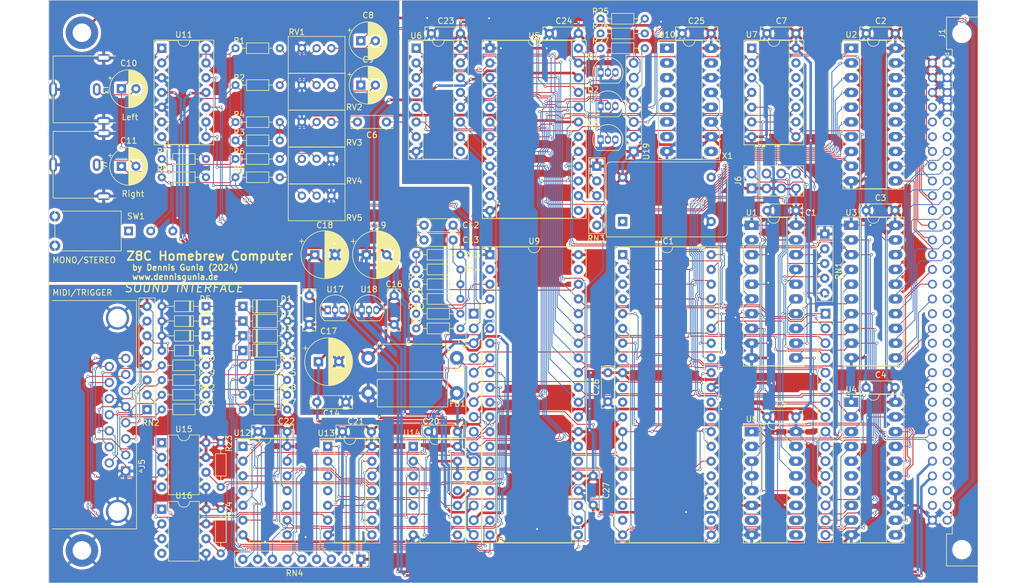
<source format=kicad_pcb>
(kicad_pcb (version 20240108) (generator "pcbnew") (generator_version "8.0")
  (layers (0 "F.Cu" signal) (31 "B.Cu" signal) (34 "B.Paste" user) (35 "F.Paste" user) (36 "B.SilkS" user "B.Silkscreen") (37 "F.SilkS" user "F.Silkscreen") (38 "B.Mask" user) (39 "F.Mask" user) (44 "Edge.Cuts" user))
  (net 0 "")
  (net 1 "/#D1")
  (net 2 "/#D3")
  (net 3 "/#D5")
  (net 4 "/#D7")
  (net 5 "/~{INT}")
  (net 6 "IEI")
  (net 7 "IEO")
  (net 8 "/~{#M1}")
  (net 9 "+5V")
  (net 12 "Net-(IC1-~{RXCA})")
  (net 17 "/#CLK_CPU")
  (net 18 "/~{#RESET}")
  (net 25 "GND")
  (net 26 "/~{#RD}")
  (net 27 "/#A1")
  (net 28 "/#A0")
  (net 29 "~{CS_SIO}")
  (net 30 "/~{#IOREQ}")
  (net 31 "/#D6")
  (net 32 "/#D4")
  (net 33 "/#D2")
  (net 34 "/#D0")
  (net 35 "/MEMAQ")
  (net 36 "/~{INT3}")
  (net 37 "/A0")
  (net 38 "/A1")
  (net 39 "/A2")
  (net 40 "/A3")
  (net 41 "/A4")
  (net 42 "/A5")
  (net 43 "/A6")
  (net 44 "/A7")
  (net 45 "/A8")
  (net 46 "/A9")
  (net 47 "/A10")
  (net 48 "/A11")
  (net 49 "/A12")
  (net 50 "/A13")
  (net 51 "/A14")
  (net 52 "/A15")
  (net 53 "/~{BUSREQ}")
  (net 54 "/~{BUSACK}")
  (net 55 "/A16")
  (net 56 "/A17")
  (net 57 "/A18")
  (net 58 "/A19")
  (net 59 "/A20")
  (net 60 "/A21")
  (net 61 "/A22{slash}SCL")
  (net 62 "/A23{slash}SDA")
  (net 63 "/~{INT0}")
  (net 64 "/~{INT1}")
  (net 65 "/~{INT2}")
  (net 66 "/D0")
  (net 67 "/D1")
  (net 68 "/D2")
  (net 69 "/D3")
  (net 70 "/D4")
  (net 71 "/D5")
  (net 72 "/D6")
  (net 73 "/D7")
  (net 74 "/~{RESET}")
  (net 75 "/CLK_CPU")
  (net 76 "/~{NMI}")
  (net 77 "/~{M1}")
  (net 78 "/~{WAIT}")
  (net 79 "/~{HALT}")
  (net 80 "/~{RD}")
  (net 81 "/~{WR}")
  (net 82 "/~{MREQ}")
  (net 83 "/~{IOREQ}")
  (net 84 "+12V")
  (net 85 "-12V")
  (net 86 "Net-(R2-Pad1)")
  (net 87 "/#A3")
  (net 88 "/#A4")
  (net 89 "/#A5")
  (net 90 "/#A6")
  (net 91 "/#A7")
  (net 92 "DEC_BUF_DIR")
  (net 93 "/#A2")
  (net 94 "/~{#WR}")
  (net 95 "Net-(U6-AUDIO_OUT)")
  (net 96 "GNDA")
  (net 97 "Net-(C6-Pad2)")
  (net 98 "Net-(U9A-A_CHA)")
  (net 99 "Net-(U9A-A_CHB)")
  (net 100 "Net-(U9A-A_CHC)")
  (net 101 "Net-(U9A-BC1)")
  (net 102 "~{CS_PSG}")
  (net 103 "Net-(U9A-BDIR)")
  (net 104 "~{CS_SN}")
  (net 105 "~{CS_YM}")
  (net 106 "OUT_YM_L")
  (net 107 "Net-(C8-Pad2)")
  (net 108 "OUT_YM_R")
  (net 109 "/CLK_SN")
  (net 110 "Net-(U14-Pad1)")
  (net 111 "Net-(C9-Pad2)")
  (net 112 "Net-(C10-Pad1)")
  (net 113 "Net-(U1-P=R)")
  (net 116 "Net-(J3-In)")
  (net 117 "Net-(C11-Pad1)")
  (net 118 "Net-(J4-In)")
  (net 119 "Net-(U11C-+)")
  (net 127 "Net-(U10-CPC)")
  (net 130 "Net-(C12-Pad2)")
  (net 131 "Net-(U11D-+)")
  (net 132 "Net-(C13-Pad2)")
  (net 133 "+5VA")
  (net 134 "+9VA")
  (net 135 "-9VA")
  (net 136 "Net-(D1-K)")
  (net 137 "Net-(D2-K)")
  (net 138 "Net-(D3-K)")
  (net 139 "Net-(D4-K)")
  (net 140 "/MIDIA_RX")
  (net 141 "/MIDIA_TX")
  (net 144 "/TRIG_OUT_C")
  (net 145 "/TRIG_OUT_A")
  (net 146 "/MIDIB_OUT_VCC")
  (net 147 "/MIDIA_OUT_DATA")
  (net 148 "/MIDIB_IN_DATA")
  (net 149 "/MIDIA_IN_DATA")
  (net 150 "/TRIG_OUT_D")
  (net 151 "/TRIG_OUT_B")
  (net 152 "/MIDIB_OUT_DATA")
  (net 153 "/MIDIA_OUT_VCC")
  (net 154 "/MIDIB_IN_VCC")
  (net 155 "/MIDIA_IN_VCC")
  (net 156 "Net-(R1-Pad1)")
  (net 157 "Net-(R3-Pad1)")
  (net 158 "Net-(R5-Pad1)")
  (net 159 "Net-(R6-Pad1)")
  (net 160 "Net-(R15-Pad1)")
  (net 161 "Net-(R16-Pad1)")
  (net 162 "Net-(R17-Pad1)")
  (net 163 "Net-(R18-Pad1)")
  (net 164 "Net-(U15-VO)")
  (net 165 "Net-(U16-VO)")
  (net 172 "Net-(RN4-R1)")
  (net 173 "Net-(RN4-R2)")
  (net 174 "Net-(RN4-R3)")
  (net 175 "Net-(RN4-R4)")
  (net 176 "Net-(RN4-R5)")
  (net 177 "Net-(RN4-R6)")
  (net 178 "Net-(RN4-R7)")
  (net 179 "Net-(RN4-R8)")
  (net 180 "/MIDI_OUT{slash}~{THRU}")
  (net 181 "Net-(U13-Pad2)")
  (net 182 "Net-(U13-Pad5)")
  (net 183 "/MIDIB_TX")
  (net 184 "/MIDIB_RX")
  (net 185 "Net-(U14-Pad2)")
  (net 191 "/CLK_YM")
  (net 197 "/CLK_PSG")
  (net 200 "Net-(U11C--)")
  (net 201 "Net-(U11D--)")
  (net 203 "Net-(J6-Pin_2)")
  (net 204 "Net-(J6-Pin_4)")
  (net 205 "Net-(J6-Pin_6)")
  (net 206 "Net-(J6-Pin_8)")
  (net 207 "Net-(Q1-B)")
  (net 208 "Net-(RN2A-R1.2)")
  (net 209 "Net-(RN2C-R3.2)")
  (net 210 "/#~{CLK_SN}")
  (net 211 "Net-(Q2-B)")
  (net 212 "/#~{CLK_YM}")
  (net 213 "Net-(Q3-B)")
  (net 214 "/#~{CLK_PSG}")
  (net 216 "/AUDIO_MIX_L")
  (net 217 "/AUDIO_MIX_R")
  (footprint "Capacitor_THT:C_Rect_L7.0mm_W2.0mm_P5.00mm" (layer "F.Cu") (at 131.525 83.82)
    (property "Reference" "C12")
    (property "Value" "2n2")
  )
  (footprint "Capacitor_THT:C_Rect_L7.0mm_W2.0mm_P5.00mm" (layer "F.Cu") (at 195.58 50.8 180)
    (property "Reference" "C7")
    (property "Value" "100nF")
  )
  (footprint "Package_DIP:DIP-24_W15.24mm_Socket" (layer "F.Cu") (at 142.875 53.34)
    (property "Reference" "U5")
    (property "Value" "YM2612")
  )
  (footprint "Capacitor_THT:C_Rect_L7.0mm_W2.0mm_P5.00mm" (layer "F.Cu") (at 122.475 119.38 180)
    (property "Reference" "C21")
    (property "Value" "100nF")
  )
  (footprint "Resistor_THT:R_Array_SIP9" (layer "F.Cu") (at 120.65 141.351 180)
    (property "Reference" "RN4")
    (property "Value" "R_Network04")
  )
  (footprint "Diode_THT:D_DO-35_SOD27_P7.62mm_Horizontal" (layer "F.Cu") (at 100.33 105.41)
    (property "Reference" "D4")
    (property "Value" "1N4148")
  )
  (footprint "Capacitor_THT:CP_Radial_D6.3mm_P2.50mm" (layer "F.Cu") (at 120.65 52.07)
    (property "Reference" "C8")
    (property "Value" "1u")
  )
  (footprint "Resistor_THT:R_Axial_DIN0204_L3.6mm_D1.6mm_P7.62mm_Horizontal" (layer "F.Cu") (at 93.98 115.545 180)
    (property "Reference" "R21")
    (property "Value" "100R")
  )
  (footprint "Resistor_THT:R_Axial_DIN0414_L11.9mm_D4.5mm_P15.24mm_Horizontal" (layer "F.Cu") (at 137.16 106.68 180)
    (property "Reference" "FB2")
    (property "Value" "FerriteBead")
  )
  (footprint "Resistor_THT:R_Axial_DIN0204_L3.6mm_D1.6mm_P7.62mm_Horizontal" (layer "F.Cu") (at 107.95 113.03 180)
    (property "Reference" "R18")
    (property "Value" "1k")
  )
  (footprint "Potentiometer_THT:Potentiometer_Bourns_3299W_Vertical" (layer "F.Cu") (at 115.57 66.04)
    (property "Reference" "RV3")
    (property "Value" "10K")
  )
  (footprint "Package_DIP:DIP-14_W7.62mm_Socket" (layer "F.Cu") (at 114.935 121.92)
    (property "Reference" "U13")
    (property "Value" "74LS04")
  )
  (footprint "Capacitor_THT:CP_Radial_D8.0mm_P3.50mm" (layer "F.Cu") (at 112.705 88.9)
    (property "Reference" "C18")
    (property "Value" "220uF")
  )
  (footprint "Resistor_THT:R_Axial_DIN0204_L3.6mm_D1.6mm_P7.62mm_Horizontal" (layer "F.Cu") (at 106.68 75.565 180)
    (property "Reference" "R5")
    (property "Value" "1k")
  )
  (footprint "Resistor_THT:R_Array_SIP8" (layer "F.Cu") (at 83.82 115.57 90)
    (property "Reference" "RN2")
    (property "Value" "3-103J")
  )
  (footprint "Resistor_THT:R_Axial_DIN0204_L3.6mm_D1.6mm_P7.62mm_Horizontal" (layer "F.Cu") (at 93.98 113.03 180)
    (property "Reference" "R22")
    (property "Value" "100R")
  )
  (footprint "Connector_Dsub:DSUB-15_Female_Horizontal_P2.77x2.84mm_EdgePinOffset9.90mm_Housed_MountingHolesOffset11.32mm" (layer "F.Cu") (at 80.1576 126.1526 -90)
    (property "Reference" "J5")
    (property "Value" "DB15")
  )
  (footprint "Resistor_THT:R_Axial_DIN0204_L3.6mm_D1.6mm_P7.62mm_Horizontal" (layer "F.Cu") (at 130.175 99.06)
    (property "Reference" "R10")
    (property "Value" "2k2")
  )
  (footprint "Capacitor_THT:C_Rect_L7.0mm_W2.0mm_P5.00mm" (layer "F.Cu") (at 163.195 109.22 -90)
    (property "Reference" "C26")
    (property "Value" "100nF")
  )
  (footprint "Capacitor_THT:C_Rect_L7.0mm_W2.0mm_P5.00mm" (layer "F.Cu") (at 212.685 50.8 180)
    (property "Reference" "C2")
    (property "Value" "100nF")
  )
  (footprint "Capacitor_THT:C_Rect_L7.0mm_W2.0mm_P5.00mm" (layer "F.Cu") (at 180.975 50.8 180)
    (property "Reference" "C25")
    (property "Value" "100nF")
  )
  (footprint "Capacitor_THT:C_Rect_L7.0mm_W2.0mm_P5.00mm" (layer "F.Cu") (at 212.645 111.76 180)
    (property "Reference" "C4")
    (property "Value" "100nF")
  )
  (footprint "Resistor_THT:R_Array_SIP5" (layer "F.Cu") (at 200.533 85.344 -90)
    (property "Reference" "RN1")
    (property "Value" "R_Network04")
  )
  (footprint "Connector_PinSocket_2.54mm:PinSocket_1x07_P2.54mm_Vertical" (layer "F.Cu") (at 167.64 71.12 180)
    (property "Reference" "U19")
    (property "Value" "~")
  )
  (footprint "Diode_THT:D_DO-34_SOD68_P7.62mm_Horizontal" (layer "F.Cu") (at 93.98 105.41 180)
    (property "Reference" "D8")
    (property "Value" "5.1V")
  )
  (footprint "Resistor_THT:R_Axial_DIN0204_L3.6mm_D1.6mm_P7.62mm_Horizontal" (layer "F.Cu") (at 107.95 110.49 180)
    (property "Reference" "R15")
    (property "Value" "1k")
  )
  (footprint "Resistor_THT:R_Axial_DIN0204_L3.6mm_D1.6mm_P7.62mm_Horizontal" (layer "F.Cu") (at 86.36 72.415)
    (property "Reference" "R7")
    (property "Value" "1k")
  )
  (footprint "Resistor_THT:R_Axial_DIN0204_L3.6mm_D1.6mm_P7.62mm_Horizontal" (layer "F.Cu") (at 137.795 91.44 180)
    (property "Reference" "R14")
    (property "Value" "2k2")
  )
  (footprint "Package_DIP:DIP-14_W7.62mm_Socket" (layer "F.Cu") (at 187.96 53.34)
    (property "Reference" "U7")
    (property "Value" "74LS02")
  )
  (footprint "Potentiometer_THT:Potentiometer_Bourns_3299W_Vertical" (layer "F.Cu") (at 115.57 72.39)
    (property "Reference" "RV4")
    (property "Value" "10K")
  )
  (footprint "Resistor_THT:R_Axial_DIN0204_L3.6mm_D1.6mm_P7.62mm_Horizontal" (layer "F.Cu") (at 106.68 66.065 180)
    (property "Reference" "R4")
    (property "Value" "1k")
  )
  (footprint "Package_DIP:DIP-8_W7.62mm" (layer "F.Cu") (at 86.36 132.725)
    (property "Reference" "U16")
    (property "Value" "6N137")
  )
  (footprint "Capacitor_THT:C_Rect_L7.0mm_W2.0mm_P5.00mm" (layer "F.Cu") (at 131.525 86.36)
    (property "Reference" "C13")
    (property "Value" "2n2")
  )
  (footprint "Connector_PinSocket_2.54mm:PinSocket_1x16_P2.54mm_Vertical" (layer "F.Cu") (at 200.66 99.06)
    (property "Reference" "J7")
    (property "Value" "Conn_01x16")
  )
  (footprint "Resistor_THT:R_Axial_DIN0204_L3.6mm_D1.6mm_P7.62mm_Horizontal" (layer "F.Cu") (at 169.545 48.26 180)
    (property "Reference" "R25")
    (property "Value" "1k")
  )
  (footprint "Potentiometer_THT:Potentiometer_Bourns_3299W_Vertical" (layer "F.Cu") (at 115.57 59.69)
    (property "Reference" "RV2")
    (property "Value" "10K")
  )
  (footprint "Resistor_THT:R_Axial_DIN0204_L3.6mm_D1.6mm_P7.62mm_Horizontal" (layer "F.Cu") (at 130.175 101.6)
    (property "Reference" "R9")
    (property "Value" "1k")
  )
  (footprint "Capacitor_THT:C_Rect_L7.0mm_W2.0mm_P5.00mm" (layer "F.Cu") (at 160.655 127 -90)
    (property "Reference" "C27")
    (property "Value" "100nF")
  )
  (footprint "Resistor_THT:R_Axial_DIN0204_L3.6mm_D1.6mm_P7.62mm_Horizontal" (layer "F.Cu") (at 106.68 69.215 180)
    (property "Reference" "R3")
    (property "Value" "1k")
  )
  (footprint "Resistor_THT:R_Axial_DIN0204_L3.6mm_D1.6mm_P7.62mm_Horizontal" (layer "F.Cu") (at 106.68 72.415 180)
    (property "Reference" "R6")
    (property "Value" "1k")
  )
  (footprint "Package_DIP:DIP-8_W7.62mm" (layer "F.Cu") (at 86.36 121.28)
    (property "Reference" "U15")
    (property "Value" "6N137")
  )
  (footprint "Resistor_THT:R_Axial_DIN0204_L3.6mm_D1.6mm_P7.62mm_Horizontal" (layer "F.Cu") (at 137.795 88.9 180)
    (property "Reference" "R13")
    (property "Value" "2k2")
  )
  (footprint "Dennis:RCA_Reichelt" (layer "F.Cu") (at 67.6586 60.4304 -90)
    (property "Reference" "J3")
    (property "Value" "OutL")
  )
  (footprint "Diode_THT:D_DO-34_SOD68_P7.62mm_Horizontal" (layer "F.Cu") (at 93.98 100.33 180)
    (property "Reference" "D6")
    (property "Value" "5.1V")
  )
  (footprint "Resistor_THT:R_Axial_DIN0204_L3.6mm_D1.6mm_P7.62mm_Horizontal" (layer "F.Cu") (at 107.95 107.95 180)
    (property "Reference" "R16")
    (property "Value" "1k")
  )
  (footprint "Potentiometer_THT:Potentiometer_Bourns_3299W_Vertical" (layer "F.Cu") (at 115.57 53.34)
    (property "Reference" "RV1")
    (property "Value" "10K")
  )
  (footprint "Potentiometer_THT:Potentiometer_Bourns_3299W_Vertical" (layer "F.Cu") (at 115.57 78.74)
    (property "Reference" "RV5")
    (property "Value" "10K")
  )
  (footprint "Resistor_THT:R_Axial_DIN0204_L3.6mm_D1.6mm_P7.62mm_Horizontal" (layer "F.Cu") (at 96.52 121.285 -90)
    (property "Reference" "R23")
    (property "Value" "10k")
  )
  (footprint "Capacitor_THT:C_Rect_L7.0mm_W2.0mm_P5.00mm" (layer "F.Cu") (at 126.365 100.925 90)
    (property "Reference" "C16")
    (property "Value" "100nF")
  )
  (footprint "Capacitor_THT:C_Rect_L7.0mm_W2.0mm_P5.00mm" (layer "F.Cu") (at 113.07 114.3)
    (property "Reference" "C14")
    (property "Value" "100nF")
  )
  (footprint "Resistor_THT:R_Axial_DIN0204_L3.6mm_D1.6mm_P7.62mm_Horizontal" (layer "F.Cu") (at 130.175 93.98)
    (property "Reference" "R12")
    (property "Value" "1k")
  )
  (footprint "Package_DIP:DIP-16_W7.62mm_Socket_LongPads" (layer "F.Cu") (at 187.96 119.38)
    (property "Reference" "U8")
    (property "Value" "74HC138")
  )
  (footprint "Capacitor_THT:C_Rect_L7.0mm_W2.0mm_P5.00mm" (layer "F.Cu") (at 195.58 116.84 180)
    (property "Reference" "C5")
    (property "Value" "100nF")
  )
  (footprint "Diode_THT:D_DO-35_SOD27_P7.62mm_Horizontal" (layer "F.Cu") (at 100.33 102.87)
    (property "Reference" "D3")
    (property "Value" "1N4148")
  )
  (footprint "Resistor_THT:R_Axial_DIN0204_L3.6mm_D1.6mm_P7.62mm_Horizontal" (layer "F.Cu") (at 106.68 53.34 180)
    (property "Reference" "R1")
    (property "Value" "1k")
  )
  (footprint "Diode_THT:D_DO-34_SOD68_P7.62mm_Horizontal" (layer "F.Cu") (at 93.98 102.87 180)
    (property "Reference" "D7")
    (property "Value" "5.1V")
  )
  (footprint "Resistor_THT:R_Axial_DIN0204_L3.6mm_D1.6mm_P7.62mm_Horizontal" (layer "F.Cu") (at 107.95 115.57 180)
    (property "Reference" "R17")
    (property "Value" "1k")
  )
  (footprint "Package_DIP:DIP-40_W15.24mm_Socket" (layer "F.Cu") (at 142.875 88.9)
    (property "Reference" "U9")
    (property "Value" "AY-3-8910")
  )
  (footprint "Capacitor_THT:CP_Radial_D8.0mm_P3.50mm" (layer "F.Cu") (at 121.595 88.9)
    (property "Reference" "C19")
    (property "Value" "220uF")
  )
  (footprint "Diode_THT:D_DO-34_SOD68_P7.62mm_Horizontal" (layer "F.Cu") (at 93.98 97.79 180)
    (property "Reference" "D5")
    (property "Value" "5.1V")
  )
  (footprint "Package_TO_SOT_THT:TO-92_Inline" (layer "F.Cu") (at 161.925 57.51)
    (property "Reference" "Q1")
    (property "Value" "2N3904")
  )
  (footprint "Package_TO_SOT_THT:TO-92_Inline" (layer "F.Cu") (at 161.925 69.09)
    (property "Reference" "Q3")
    (property "Value" "2N3904")
  )
  (footprint "Resistor_THT:R_Axial_DIN0204_L3.6mm_D1.6mm_P7.62mm_Horizontal" (layer "F.Cu") (at 169.545 53.34 180)
    (property "Reference" "R27")
    (property "Value" "1k")
  )
  (footprint "Dennis:RCA_Reichelt" (layer "F.Cu") (at 67.6586 73.406 -90)
    (property "Reference" "J4")
    (property "Value" "OutR")
  )
  (footprint "Oscillator:Oscillator_DIP-14" (layer "F.Cu") (at 165.735 83.185)
    (property "Reference" "X1")
    (property "Value" "1MHz")
  )
  (footprint "Diode_THT:D_DO-35_SOD27_P7.62mm_Horizontal" (layer "F.Cu") (at 100.33 100.33)
    (property "Reference" "D2")
    (property "Value" "1N4148")
  )
  (footprint "Resistor_THT:R_Axial_DIN0414_L11.9mm_D4.5mm_P15.24mm_Horizontal" (layer "F.Cu") (at 137.16 112.73 180)
    (property "Reference" "FB1")
    (property "Value" "FerriteBead")
  )
  (footprint "Package_DIP:DIP-20_W7.62mm_Socket_LongPads" (layer "F.Cu") (at 187.96 83.82)
    (property "Reference" "U1")
    (property "Value" "74LS688")
  )
  (footprint "Resistor_THT:R_Axial_DIN0204_L3.6mm_D1.6mm_P7.62mm_Horizontal" (layer "F.Cu") (at 130.175 96.52)
    (property "Reference" "R11")
    (property "Value" "2k2")
  )
  (footprint "Package_DIP:DIP-14_W7.62mm_Socket" (layer "F.Cu") (at 86.36 53.34)
    (property "Reference" "U11")
    (property "Value" "TL074")
  )
  (footprint "Package_DIP:DIP-14_W7.62mm_Socket" (layer "F.Cu") (at 129.667 121.92)
    (property "Reference" "U14")
    (property "Value" "74LS00")
  )
  (footprint "Capacitor_THT:CP_Radial_D6.3mm_P2.50mm" (layer "F.Cu") (at 79.415 60.325)
    (property "Reference" "C10")
    (property "Value" "10uF")
  )
  (footprint "Dennis:Z8C Card" (layer "F.Cu") (at 223.105 95.25)
    (property "Reference" "J1")
    (property "Value" "Z8C_Card")
    (fp_line (start -156.21 -50.165) (end -156.21 50.165) (stroke (width 0.1)) (layer "Edge.Cuts"))
    (fp_line (start -156.21 50.165) (end 3.81 50.165) (stroke (width 0.1)) (layer "Edge.Cuts"))
    (fp_line (start 3.81 -50.165) (end -156.21 -50.165) (stroke (width 0.1)) (layer "Edge.Cuts"))
    (fp_line (start 3.81 50.165) (end 3.81 -50.165) (stroke (width 0.1)) (layer "Edge.Cuts"))
  )
  (footprint "Resistor_THT:R_Axial_DIN0204_L3.6mm_D1.6mm_P7.62mm_Horizontal" (layer "F.Cu") (at 169.545 50.8 180)
    (property "Reference" "R26")
    (property "Value" "1k")
  )
  (footprint "Diode_THT:D_DO-35_SOD27_P7.62mm_Horizontal" (layer "F.Cu") (at 100.33 97.79)
    (property "Reference" "D1")
    (property "Value" "1N4148")
  )
  (footprint "Capacitor_THT:C_Rect_L7.0mm_W2.0mm_P5.00mm" (layer "F.Cu") (at 212.645 81.28 180)
    (property "Reference" "C3")
    (property "Value" "100nF")
  )
  (footprint "Connector_PinHeader_2.54mm:PinHeader_2x04_P2.54mm_Vertical" (layer "F.Cu") (at 187.96 77.47 90)
    (property "Reference" "J6")
    (property "Value" "Conn_02x04_Odd_Even")
  )
  (footprint "Resistor_THT:R_Axial_DIN0204_L3.6mm_D1.6mm_P7.62mm_Horizontal" (layer "F.Cu") (at 86.36 75.565)
    (property "Reference" "R8")
    (property "Value" "1k")
  )
  (footprint "Capacitor_THT:C_Rect_L7.0mm_W2.0mm_P5.00mm" (layer "F.Cu") (at 137.795 50.8 180)
    (property "Reference" "C23")
    (property "Value" "100nF")
  )
  (footprint "Resistor_THT:R_Axial_DIN0204_L3.6mm_D1.6mm_P7.62mm_Horizontal" (layer "F.Cu") (at 96.52 132.715 -90)
    (property "Reference" "R24")
    (property "Value" "10k")
  )
  (footprint "Package_TO_SOT_THT:TO-92_Inline" (layer "F.Cu") (at 120.777 98.425)
    (property "Reference" "U18")
    (property "Value" "L79L09_TO92")
  )
  (footprint "Package_DIP:DIP-16_W7.62mm_Socket" (layer "F.Cu") (at 130.175 53.34)
    (property "Reference" "U6")
    (property "Value" "SN76489AN")
  )
  (footprint "Capacitor_THT:C_Rect_L7.0mm_W2.0mm_P5.00mm" (layer "F.Cu") (at 111.76 95.925 -90)
    (property "Reference" "C15" (hide yes))
    (property "Value" "100nF")
  )
  (footprint "Capacitor_THT:C_Rect_L7.0mm_W2.0mm_P5.00mm" (layer "F.Cu") (at 107.95 119.38 180)
    (property "Reference" "C22")
    (property "Value" "100nF")
  )
  (footprint "Capacitor_THT:C_Rect_L7.0mm_W2.0mm_P5.00mm" (layer "F.Cu") (at 195.58 81.28 180)
    (property "Reference" "C1")
    (property "Value" "100nF")
  )
  (footprint "Capacitor_THT:CP_Radial_D6.3mm_P2.50mm" (layer "F.Cu") (at 79.415 73.66)
    (property "Reference" "C11")
    (property "Value" "10uF")
  )
  (footprint "Resistor_THT:R_Axial_DIN0204_L3.6mm_D1.6mm_P7.62mm_Horizontal" (layer "F.Cu") (at 93.98 107.95 180)
    (property "Reference" "R20")
    (property "Value" "100R")
  )
  (footprint "Package_TO_SOT_THT:TO-92_Inline" (layer "F.Cu") (at 114.935 98.425)
    (property "Reference" "U17")
    (property "Value" "L78L09_TO92")
  )
  (footprint "Package_TO_SOT_THT:TO-92_Inline" (layer "F.Cu") (at 161.925 63.3)
    (property "Reference" "Q2")
    (property "Value" "2N3904")
  )
  (footprint "Package_DIP:DIP-16_W7.62mm_Socket_LongPads" (layer "F.Cu") (at 173.355 53.34)
    (property "Reference" "U10")
    (property "Value" "74HC590")
  )
  (footprint "Dennis:DPDT_Vertical" (layer "F.Cu") (at 80.645 84.815)
    (property "Reference" "SW1")
    (property "Value" "MONO_SW")
  )
  (footprint "Resistor_THT:R_Axial_DIN0204_L3.6mm_D1.6mm_P7.62mm_Horizontal" (layer "F.Cu") (at 93.98 110.49 180)
    (property "Reference" "R19")
    (property "Value" "100R")
  )
  (footprint "Resistor_THT:R_Axial_DIN0204_L3.6mm_D1.6mm_P7.62mm_Horizontal" (layer "F.Cu") (at 106.68 59.69 180)
    (property "Reference" "R2")
    (property "Value" "1k")
  )
  (footprint "Capacitor_THT:C_Rect_L7.0mm_W2.0mm_P5.00mm" (layer "F.Cu") (at 158.115 50.8 180)
    (property "Reference" "C24")
    (property "Value" "100nF")
  )
  (footprint "Package_DIP:DIP-20_W7.62mm_Socket_LongPads" (layer "F.Cu") (at 205.105 53.34)
    (property "Reference" "U2")
    (property "Value" "74HC245")
  )
  (footprint "Connector_PinSocket_2.54mm:PinSocket_1x16_P2.54mm_Vertical" (layer "F.Cu") (at 140.081 99.06)
    (property "Reference" "J2")
    (property "Value" "Conn_01x16")
  )
  (footprint "Capacitor_THT:C_Rect_L7.0mm_W2.0mm_P5.00mm" (layer "F.Cu") (at 137.287 119.38 180)
    (property "Reference" "C20")
    (property "Value" "100nF")
  )
  (footprint "Capacitor_THT:C_Rect_L7.0mm_W2.0mm_P5.00mm" (layer "F.Cu") (at 125.055 66.04 180)
    (property "Reference" "C6")
    (property "Value" "2n2")
  )
  (footprint "Package_DIP:DIP-20_W7.62mm_Socket_LongPads" (layer "F.Cu") (at 205.105 83.82)
    (property "Reference" "U3")
    (property "Value" "74HC245")
  )
  (footprint "Capacitor_THT:CP_Radial_D6.3mm_P2.50mm" (layer "F.Cu") (at 120.65 59.69)
    (property "Reference" "C9")
    (property "Value" "1u")
  )
  (footprint "Package_DIP:DIP-20_W7.62mm_Socket_LongPads" (layer "F.Cu") (at 205.105 114.3)
    (property "Reference" "U4")
    (property "Value" "74HC245")
  )
  (footprint "Package_DIP:DIP-40_W15.24mm_Socket" (layer "F.Cu") (at 165.735 88.9)
    (property "Reference" "IC1")
    (property "Value" "SIO0-DIP-40")
  )
  (footprint "Package_DIP:DIP-14_W7.62mm_Socket" (layer "F.Cu") (at 100.33 121.915)
    (property "Reference" "U12")
    (property "Value" "74LS125")
  )
  (footprint "Resistor_THT:R_Array_SIP5" (layer "F.Cu") (at 161.29 73.66 -90)
    (property "Reference" "RN3")
    (property "Value" "R_Network04")
  )
  (footprint "Capacitor_THT:CP_Radial_D8.0mm_P3.50mm" (layer "F.Cu") (at 113.34 107.315)
    (property "Reference" "C17")
    (property "Value" "220uF")
  )
  (gr_text "MONO/STEREO" (at 67.437 90.424 0) (layer "F.SilkS") (effects (font (size 1 1)) (justify left bottom)))
  (gr_text "Left" (at 79.375 65.786 0) (layer "F.SilkS") (effects (font (size 1 1)) (justify left bottom)))
  (gr_text "by Dennis Gunia (2024)\nwww.dennisgunia.de" (at 81.153 91.9226 0) (layer "F.SilkS") (effects (font (size 1 1) (thickness 0.2)) (justify left)))
  (gr_text "SOUND INTERFACE" (at 90.17 94.615 0) (layer "F.SilkS") (effects (font (size 1.5 1.5) (thickness 0.2) (italic yes))))
  (gr_text "Z8C Homebrew Computer" (at 94.615 89.1286 0) (layer "F.SilkS") (effects (font (size 1.5 1.5) (thickness 0.3))))
  (gr_text "MIDI/TRIGGER" (at 67.437 96.012 0) (layer "F.SilkS") (effects (font (size 1 1)) (justify left bottom)))
  (gr_text "Right" (at 79.375 78.994 0) (layer "F.SilkS") (effects (font (size 1 1)) (justify left bottom)))
  (segment (start 154.559 58.42) (end 142.875 58.42) (width 0.1524) (layer "F.Cu") (net 1))
  (segment (start 205.105 58.42) (end 203.835 58.42) (width 0.1524) (layer "F.Cu") (net 1))
  (segment (start 182.793074 89.958083) (end 166.793083 89.958083) (width 0.1524) (layer "F.Cu") (net 1))
  (segment (start 192.659 99.8434) (end 193.976548 99.8434) (width 0.1524) (layer "F.Cu") (net 1))
  (segment (start 189.272748 97.8534) (end 189.918174 98.498826) (width 0.1524) (layer "F.Cu") (net 1))
  (segment (start 189.918174 98.498826) (end 191.262748 99.8434) (width 0.1524) (layer "F.Cu") (net 1))
  (segment (start 191.262748 99.8434) (end 192.659 99.8434) (width 0.1524) (layer "F.Cu") (net 1))
  (segment (start 194.450074 100.316926) (end 194.526548 100.3934) (width 0.1524) (layer "F.Cu") (net 1))
  (segment (start 166.793083 89.958083) (end 165.735 88.9) (width 0.1524) (layer "F.Cu") (net 1))
  (segment (start 140.781819 57.0866) (end 140.955619 56.9128) (width 0.1524) (layer "F.Cu") (net 1))
  (segment (start 201.11529 70.79171) (end 201.1044 70.8026) (width 0.1524) (layer "F.Cu") (net 1))
  (segment (start 183.515 97.8534) (end 188.849 97.8534) (width 0.1524) (layer "F.Cu") (net 1))
  (segment (start 158.115 99.06) (end 159.1436 98.0314) (width 0.1524) (layer "F.Cu") (net 1))
  (segment (start 186.580088 70.8026) (end 183.428344 73.954344) (width 0.1524) (layer "F.Cu") (net 1))
  (segment (start 201.11529 70.605912) (end 201.11529 70.79171) (width 0.1524) (layer "F.Cu") (net 1))
  (segment (start 182.7236 98.044) (end 183.3244 98.044) (width 0.1524) (layer "F.Cu") (net 1))
  (segment (start 159.1436 98.0314) (end 182.711 98.0314) (width 0.1524) (layer "F.Cu") (net 1))
  (segment (start 182.711 98.0314) (end 182.7236 98.044) (width 0.1524) (layer "F.Cu") (net 1))
  (segment (start 183.3244 98.044) (end 183.515 97.8534) (width 0.1524) (layer "F.Cu") (net 1))
  (segment (start 201.1044 70.8026) (end 199.898 70.8026) (width 0.1524) (layer "F.Cu") (net 1))
  (segment (start 199.898 70.8026) (end 186.580088 70.8026) (width 0.1524) (layer "F.Cu") (net 1))
  (segment (start 183.17024 74.212448) (end 182.924448 74.212448) (width 0.1524) (layer "F.Cu") (net 1))
  (segment (start 193.976548 99.8434) (end 194.450074 100.316926) (width 0.1524) (layer "F.Cu") (net 1))
  (segment (start 183.428344 73.954344) (end 183.17024 74.212448) (width 0.1524) (layer "F.Cu") (net 1))
  (segment (start 131.3816 57.0866) (end 131.699 57.0866) (width 0.1524) (layer "F.Cu") (net 1))
  (segment (start 198.501 99.3648) (end 198.8352 99.3648) (width 0.1524) (layer "F.Cu") (net 1))
  (segment (start 131.699 57.0866) (end 140.781819 57.0866) (width 0.1524) (layer "F.Cu") (net 1))
  (segment (start 188.849 97.8534) (end 189.272748 97.8534) (width 0.1524) (layer "F.Cu") (net 1))
  (segment (start 196.71086 100.214852) (end 197.560912 99.3648) (width 0.1524) (layer "F.Cu") (net 1))
  (segment (start 203.835 58.42) (end 203.581 58.674) (width 0.1524) (layer "F.Cu") (net 1))
  (segment (start 197.560912 99.3648) (end 198.501 99.3648) (width 0.1524) (layer "F.Cu") (net 1))
  (segment (start 198.8352 99.3648) (end 199.009 99.5386) (width 0.1524) (layer "F.Cu") (net 1))
  (segment (start 194.526548 100.3934) (end 196.532312 100.3934) (width 0.1524) (layer "F.Cu") (net 1))
  (segment (start 196.532312 100.3934) (end 196.71086 100.214852) (width 0.1524) (layer "F.Cu") (net 1))
  (segment (start 130.175 55.88) (end 131.3816 57.0866) (width 0.1524) (layer "F.Cu") (net 1))
  (via (at 203.581 58.674) (size 0.5) (drill 0.3) (layers "F.Cu" "B.Cu") (net 1))
  (via (at 199.009 99.5386) (size 0.5) (drill 0.3) (layers "F.Cu" "B.Cu") (net 1))
  (via (at 182.7236 98.044) (size 0.5) (drill 0.3) (layers "F.Cu" "B.Cu") (net 1))
  (via (at 140.955619 56.9128) (size 0.5) (drill 0.3) (layers "F.Cu" "B.Cu") (net 1))
  (via (at 154.559 58.42) (size 0.5) (drill 0.3) (layers "F.Cu" "B.Cu") (net 1))
  (via (at 182.924448 74.212448) (size 0.5) (drill 0.3) (layers "F.Cu" "B.Cu") (net 1))
  (via (at 182.793074 89.958083) (size 0.5) (drill 0.3) (layers "F.Cu" "B.Cu") (net 1))
  (via (at 201.11529 70.605912) (size 0.5) (drill 0.3) (layers "F.Cu" "B.Cu") (net 1))
  (segment (start 182.619274 75.819) (end 182.619274 82.042) (width 0.1524) (layer "B.Cu") (net 1))
  (segment (start 202.061 62.428452) (end 202.061 60.194) (width 0.1524) (layer "B.Cu") (net 1))
  (segment (start 182.619274 82.042) (end 182.619274 88.138) (width 0.1524) (layer "B.Cu") (net 1))
  (segment (start 182.619274 88.138) (end 182.619274 89.784283) (width 0.1524) (layer "B.Cu") (net 1))
  (segment (start 202.057 62.432452) (end 202.061 62.428452) (width 0.1524) (layer "B.Cu") (net 1))
  (segment (start 182.924448 74.212448) (end 182.924448 75.513826) (width 0.1524) (layer "B.Cu") (net 1))
  (segment (start 154.7622 58.6232) (end 154.7622 95.7072) (width 0.1524) (layer "B.Cu") (net 1))
  (segment (start 182.619274 89.784283) (end 182.793074 89.958083) (width 0.1524) (layer "B.Cu") (net 1))
  (segment (start 202.061 60.194) (end 203.581 58.674) (width 0.1524) (layer "B.Cu") (net 1))
  (segment (start 182.5498 91.059) (end 182.793074 90.815726) (width 0.1524) (layer "B.Cu") (net 1))
  (segment (start 182.793074 90.815726) (end 182.793074 89.958083) (width 0.1524) (layer "B.Cu") (net 1))
  (segment (start 182.924448 75.513826) (end 182.619274 75.819) (width 0.1524) (layer "B.Cu") (net 1))
  (segment (start 199.009 99.5386) (end 199.009 99.949) (width 0.1524) (layer "B.Cu") (net 1))
  (segment (start 201.11529 70.605912) (end 201.294402 70.605912) (width 0.1524) (layer "B.Cu") (net 1))
  (segment (start 140.955619 56.9128) (end 141.3678 56.9128) (width 0.1524) (layer "B.Cu") (net 1))
  (segment (start 154.559 58.42) (end 154.7622 58.6232) (width 0.1524) (layer "B.Cu") (net 1))
  (segment (start 182.5498 97.8702) (end 182.5498 91.059) (width 0.1524) (layer "B.Cu") (net 1))
  (segment (start 199.009 99.949) (end 200.66 101.6) (width 0.1524) (layer "B.Cu") (net 1))
  (segment (start 202.057 69.843314) (end 202.057 62.432452) (width 0.1524) (layer "B.Cu") (net 1))
  (segment (start 201.294402 70.605912) (end 202.057 69.843314) (width 0.1524) (layer "B.Cu") (net 1))
  (segment (start 154.7622 95.7072) (end 158.115 99.06) (width 0.1524) (layer "B.Cu") (net 1))
  (segment (start 141.3678 56.9128) (end 142.875 58.42) (width 0.1524) (layer "B.Cu") (net 1))
  (segment (start 182.7236 98.044) (end 182.5498 97.8702) (width 0.1524) (layer "B.Cu") (net 1))
  (segment (start 158.115 104.14) (end 159.1436 103.1114) (width 0.1524) (layer "F.Cu") (net 2))
  (segment (start 191.643 102.9334) (end 182.5332 102.9334) (width 0.1524) (layer "F.Cu") (net 2))
  (segment (start 137.795 55.88) (end 139.0016 54.6734) (width 0.1524) (layer "F.Cu") (net 2))
  (segment (start 205.105 63.5) (end 203.708 63.5) (width 0.1524) (layer "F.Cu") (net 2))
  (segment (start 169.164 103.124) (end 176.9658 103.124) (width 0.1524) (layer "F.Cu") (net 2))
  (segment (start 192.3788 105.4734) (end 199.5804 105.4734) (width 0.1524) (layer "F.Cu") (net 2))
  (segment (start 178.689 79.064209) (end 178.660604 79.092605) (width 0.1524) (layer "F.Cu") (net 2))
  (segment (start 191.643 102.9334) (end 191.8876 102.9334) (width 0.1524) (layer "F.Cu") (net 2))
  (segment (start 180.366896 77.877896) (end 179.875313 77.877896) (width 0.1524) (layer "F.Cu") (net 2))
  (segment (start 159.1436 103.1114) (end 169.1514 103.1114) (width 0.1524) (layer "F.Cu") (net 2))
  (segment (start 179.875313 77.877896) (end 179.659039 78.09417) (width 0.1524) (layer "F.Cu") (net 2))
  (segment (start 199.771 105.664) (end 199.771 105.791) (width 0.1524) (layer "F.Cu") (net 2))
  (segment (start 139.0016 54.6734) (end 147.6376 54.6734) (width 0.1524) (layer "F.Cu") (net 2))
  (segment (start 181.5172 102.9676) (end 181.483 102.9334) (width 0.1524) (layer "F.Cu") (net 2))
  (segment (start 186.654044 71.590748) (end 180.366896 77.877896) (width 0.1524) (layer "F.Cu") (net 2))
  (segment (start 142.875 63.5) (end 153.8518 63.5) (width 0.1524) (layer "F.Cu") (net 2))
  (segment (start 179.659039 78.09417) (end 179.448378 78.304831) (width 0.1524) (layer "F.Cu") (net 2))
  (segment (start 201.848594 71.4122) (end 201.676 71.4122) (width 0.1524) (layer "F.Cu") (net 2))
  (segment (start 169.1514 103.1114) (end 169.164 103.124) (width 0.1524) (layer "F.Cu") (net 2))
  (segment (start 191.8876 102.9334) (end 192.0614 103.1072) (width 0.1524) (layer "F.Cu") (net 2))
  (segment (start 179.448378 78.304831) (end 178.689 79.064209) (width 0.1524) (layer "F.Cu") (net 2))
  (segment (start 176.9658 103.124) (end 177.2198 102.87) (width 0.1524) (layer "F.Cu") (net 2))
  (segment (start 199.5804 105.4734) (end 199.771 105.664) (width 0.1524) (layer "F.Cu") (net 2))
  (segment (start 201.676 71.4122) (end 186.832592 71.4122) (width 0.1524) (layer "F.Cu") (net 2))
  (segment (start 199.771 105.791) (end 200.66 106.68) (width 0.1524) (layer "F.Cu") (net 2))
  (segment (start 203.708 63.5) (end 203.581 63.627) (width 0.1524) (layer "F.Cu") (net 2))
  (segment (start 177.2832 102.9334) (end 177.2198 102.87) (width 0.1524) (layer "F.Cu") (net 2))
  (segment (start 153.2422 54.6734) (end 153.416 54.8472) (width 0.1524) (layer "F.Cu") (net 2))
  (segment (start 178.470893 79.092605) (end 177.7014 79.862098) (width 0.1524) (layer "F.Cu") (net 2))
  (segment (start 153.8518 63.5) (end 153.9788 63.627) (width 0.1524) (layer "F.Cu") (net 2))
  (segment (start 177.5754 91.44) (end 165.735 91.44) (width 0.1524) (layer "F.Cu") (net 2))
  (segment (start 192.0614 105.156) (end 192.3788 105.4734) (width 0.1524) (layer "F.Cu") (net 2))
  (segment (start 181.483 102.9334) (end 177.2832 102.9334) (width 0.1524) (layer "F.Cu") (net 2))
  (segment (start 182.5332 102.9334) (end 182.499 102.9676) (width 0.1524) (layer "F.Cu") (net 2))
  (segment (start 202.367075 70.893719) (end 201.848594 71.4122) (width 0.1524) (layer "F.Cu") (net 2))
  (segment (start 186.832592 71.4122) (end 186.654044 71.590748) (width 0.1524) (layer "F.Cu") (net 2))
  (segment (start 182.499 102.9676) (end 181.5172 102.9676) (width 0.1524) (layer "F.Cu") (net 2))
  (segment (start 147.6376 54.6734) (end 153.2422 54.6734) (width 0.1524) (layer "F.Cu") (net 2))
  (segment (start 178.660604 79.092605) (end 178.470893 79.092605) (width 0.1524) (layer "F.Cu") (net 2))
  (via (at 153.416 54.8472) (size 0.5) (drill 0.3) (layers "F.Cu" "B.Cu") (net 2))
  (via (at 177.5754 91.44) (size 0.5) (drill 0.3) (layers "F.Cu" "B.Cu") (net 2))
  (via (at 192.0614 105.156) (size 0.5) (drill 0.3) (layers "F.Cu" "B.Cu") (net 2))
  (via (at 177.2198 102.87) (size 0.5) (drill 0.3) (layers "F.Cu" "B.Cu") (net 2))
  (via (at 177.7014 79.862098) (size 0.5) (drill 0.3) (layers "F.Cu" "B.Cu") (net 2))
  (via (at 153.9788 63.627) (size 0.5) (drill 0.3) (layers "F.Cu" "B.Cu") (net 2))
  (via (at 192.0614 103.1072) (size 0.5) (drill 0.3) (layers "F.Cu" "B.Cu") (net 2))
  (via (at 202.367075 70.893719) (size 0.5) (drill 0.3) (layers "F.Cu" "B.Cu") (net 2))
  (via (at 203.581 63.627) (size 0.5) (drill 0.3) (layers "F.Cu" "B.Cu") (net 2))
  (segment (start 177.296673 86.837179) (end 177.296673 88.824733) (width 0.1524) (layer "B.Cu") (net 2))
  (segment (start 154.1526 100.1776) (end 158.115 104.14) (width 0.1524) (layer "B.Cu") (net 2))
  (segment (start 154.1526 63.4532) (end 153.9788 63.627) (width 0.1524) (layer "B.Cu") (net 2))
  (segment (start 177.7492 91.2662) (end 177.5754 91.44) (width 0.1524) (layer "B.Cu") (net 2))
  (segment (start 153.9788 63.627) (end 154.051 63.627) (width 0.1524) (layer "B.Cu") (net 2))
  (segment (start 192.0614 103.1072) (end 192.0614 105.156) (width 0.1524) (layer "B.Cu") (net 2))
  (segment (start 177.3936 86.106) (end 177.3936 86.487) (width 0.1524) (layer "B.Cu") (net 2))
  (segment (start 177.2198 102.87) (end 177.292 102.87) (width 0.1524) (layer "B.Cu") (net 2))
  (segment (start 177.2198 97.995704) (end 177.2198 91.7956) (width 0.1524) (layer "B.Cu") (net 2))
  (segment (start 177.292 102.87) (end 177.3936 102.7684) (width 0.1524) (layer "B.Cu") (net 2))
  (segment (start 177.7492 89.27726) (end 177.7492 90.678) (width 0.1524) (layer "B.Cu") (net 2))
  (segment (start 154.114757 61.468) (end 154.1526 61.468) (width 0.1524) (layer "B.Cu") (net 2))
  (segment (start 177.3936 102.7684) (end 177.3936 98.169504) (width 0.1524) (layer "B.Cu") (net 2))
  (segment (start 153.416 60.769243) (end 154.114757 61.468) (width 0.1524) (layer "B.Cu") (net 2))
  (segment (start 177.296673 86.583927) (end 177.296673 86.837179) (width 0.1524) (layer "B.Cu") (net 2))
  (segment (start 177.2198 91.7956) (end 177.5754 91.44) (width 0.1524) (layer "B.Cu") (net 2))
  (segment (start 177.3936 98.169504) (end 177.2198 97.995704) (width 0.1524) (layer "B.Cu") (net 2))
  (segment (start 154.1526 61.468) (end 154.1526 63.4532) (width 0.1524) (layer "B.Cu") (net 2))
  (segment (start 177.475221 89.003281) (end 177.7492 89.27726) (width 0.1524) (layer "B.Cu") (net 2))
  (segment (start 203.581 63.627) (end 202.6706 64.5374) (width 0.1524) (layer "B.Cu") (net 2))
  (segment (start 202.6706 64.5374) (end 202.6706 67.691) (width 0.1524) (layer "B.Cu") (net 2))
  (segment (start 177.3936 80.668193) (end 177.3936 86.106) (width 0.1524) (layer "B.Cu") (net 2))
  (segment (start 202.6706 67.691) (end 202.6706 70.590194) (width 0.1524) (layer "B.Cu") (net 2))
  (segment (start 202.6706 70.590194) (end 202.367075 70.893719) (width 0.1524) (layer "B.Cu") (net 2))
  (segment (start 177.3936 86.487) (end 177.296673 86.583927) (width 0.1524) (layer "B.Cu") (net 2))
  (segment (start 177.296673 88.824733) (end 177.475221 89.003281) (width 0.1524) (layer "B.Cu") (net 2))
  (segment (start 177.7014 79.862098) (end 177.3936 80.169898) (width 0.1524) (layer "B.Cu") (net 2))
  (segment (start 153.416 54.8472) (end 153.416 60.769243) (width 0.1524) (layer "B.Cu") (net 2))
  (segment (start 154.051 63.627) (end 154.1526 63.7286) (width 0.1524) (layer "B.Cu") (net 2))
  (segment (start 177.7492 90.678) (end 177.7492 91.2662) (width 0.1524) (layer "B.Cu") (net 2))
  (segment (start 154.1526 63.7286) (end 154.1526 100.1776) (width 0.1524) (layer "B.Cu") (net 2))
  (segment (start 177.3936 80.169898) (end 177.3936 80.668193) (width 0.1524) (layer "B.Cu") (net 2))
  (segment (start 180.052365 78.562948) (end 179.024989 79.590324) (width 0.1524) (layer "F.Cu") (net 3))
  (segment (start 186.056496 108.6866) (end 199.0892 108.6866) (width 0.1524) (layer "F.Cu") (net 3))
  (segment (start 182.245 108.492) (end 182.4188 108.3182) (width 0.1524) (layer "F.Cu") (net 3))
  (segment (start 143.547452 62.2934) (end 143.941426 61.899426) (width 0.1524) (layer "F.Cu") (net 3))
  (segment (start 185.688096 108.3182) (end 186.056496 108.6866) (width 0.1524) (layer "F.Cu") (net 3))
  (segment (start 202.8992 72.0218) (end 187.085096 72.0218) (width 0.1524) (layer "F.Cu") (net 3))
  (segment (start 182.4188 108.3182) (end 185.688096 108.3182) (width 0.1524) (layer "F.Cu") (net 3))
  (segment (start 159.1436 108.1914) (end 177.588 108.1914) (width 0.1524) (layer "F.Cu") (net 3))
  (segment (start 177.588 108.1914) (end 177.8294 107.95) (width 0.1524) (layer "F.Cu") (net 3))
  (segment (start 203.073 71.848) (end 202.8992 72.0218) (width 0.1524) (layer "F.Cu") (net 3))
  (segment (start 180.543948 78.562948) (end 180.052365 78.562948) (width 0.1524) (layer "F.Cu") (net 3))
  (segment (start 178.185 93.98) (end 165.735 93.98) (width 0.1524) (layer "F.Cu") (net 3))
  (segment (start 151.003 61.5696) (end 151.322242 61.888842) (width 0.1524) (layer "F.Cu") (net 3))
  (segment (start 149.225 61.5696) (end 151.003 61.5696) (width 0.1524) (layer "F.Cu") (net 3))
  (segment (start 158.115 109.22) (end 159.1436 108.1914) (width 0.1524) (layer "F.Cu") (net 3))
  (segment (start 181.242448 77.864448) (end 180.721 78.385896) (width 0.1524) (layer "F.Cu") (net 3))
  (segment (start 179.024989 79.590324) (end 179.024989 79.938154) (width 0.1524) (layer "F.Cu") (net 3))
  (segment (start 205.105 68.58) (end 204.004 68.58) (width 0.1524) (layer "F.Cu") (net 3))
  (segment (start 177.8294 107.95) (end 178.1976 108.3182) (width 0.1524) (layer "F.Cu") (net 3))
  (segment (start 187.085096 72.0218) (end 186.766948 72.339948) (width 0.1524) (layer "F.Cu") (net 3))
  (segment (start 151.322242 61.888842) (end 151.702494 61.888842) (width 0.1524) (layer "F.Cu") (net 3))
  (segment (start 139.0016 62.2934) (end 139.573 62.2934) (width 0.1524) (layer "F.Cu") (net 3))
  (segment (start 137.795 63.5) (end 139.0016 62.2934) (width 0.1524) (layer "F.Cu") (net 3))
  (segment (start 179.7176 108.3182) (end 179.7176 108.4351) (width 0.1524) (layer "F.Cu") (net 3))
  (segment (start 199.0892 108.6866) (end 199.263 108.8604) (width 0.1524) (layer "F.Cu") (net 3))
  (segment (start 152.8478 61.888842) (end 153.0216 62.062642) (width 0.1524) (layer "F.Cu") (net 3))
  (segment (start 186.766948 72.339948) (end 181.242448 77.864448) (width 0.1524) (layer "F.Cu") (net 3))
  (segment (start 143.941426 61.899426) (end 144.271252 61.5696) (width 0.1524) (layer "F.Cu") (net 3))
  (segment (start 144.271252 61.5696) (end 149.225 61.5696) (width 0.1524) (layer "F.Cu") (net 3))
  (segment (start 179.7176 108.4351) (end 179.7745 108.492) (width 0.1524) (layer "F.Cu") (net 3))
  (segment (start 178.1976 108.3182) (end 179.7176 108.3182) (width 0.1524) (layer "F.Cu") (net 3))
  (segment (start 153.3692 68.58) (end 142.875 68.58) (width 0.1524) (layer "F.Cu") (net 3))
  (segment (start 139.573 62.2934) (end 143.547452 62.2934) (width 0.1524) (layer "F.Cu") (net 3))
  (segment (start 151.702494 61.888842) (end 152.8478 61.888842) (width 0.1524) (layer "F.Cu") (net 3))
  (segment (start 180.721 78.385896) (end 180.543948 78.562948) (width 0.1524) (layer "F.Cu") (net 3))
  (segment (start 204.004 68.58) (end 203.454 68.03) (width 0.1524) (layer "F.Cu") (net 3))
  (via (at 179.024989 79.938154) (size 0.5) (drill 0.3) (layers "F.Cu" "B.Cu") (net 3))
  (via (at 199.263 108.8604) (size 0.5) (drill 0.3) (layers "F.Cu" "B.Cu") (net 3))
  (via (at 179.7745 108.492) (size 0.5) (drill 0.3) (layers "F.Cu" "B.Cu") (net 3))
  (via (at 177.8294 107.95) (size 0.5) (drill 0.3) (layers "F.Cu" "B.Cu") (net 3))
  (via (at 203.073 71.848) (size 0.5) (drill 0.3) (layers "F.Cu" "B.Cu") (net 3))
  (via (at 203.454 68.03) (size 0.5) (drill 0.3) (layers "F.Cu" "B.Cu") (net 3))
  (via (at 153.3692 68.58) (size 0.5) (drill 0.3) (layers "F.Cu" "B.Cu") (net 3))
  (via (at 178.185 93.98) (size 0.5) (drill 0.3) (layers "F.Cu" "B.Cu") (net 3))
  (via (at 153.0216 62.062642) (size 0.5) (drill 0.3) (layers "F.Cu" "B.Cu") (net 3))
  (via (at 182.245 108.492) (size 0.5) (drill 0.3) (layers "F.Cu" "B.Cu") (net 3))
  (segment (start 178.3588 93.8062) (end 178.185 93.98) (width 0.1524) (layer "B.Cu") (net 3))
  (segment (start 153.543 100.711) (end 153.543 68.7538) (width 0.1524) (layer "B.Cu") (net 3))
  (segment (start 178.0032 86.3092) (end 178.0032 86.741) (width 0.1524) (layer "B.Cu") (net 3))
  (segment (start 199.263 108.8604) (end 199.263 110.363) (width 0.1524) (layer "B.Cu") (net 3))
  (segment (start 178.3588 89.024756) (end 178.3588 91.059) (width 0.1524) (layer "B.Cu") (net 3))
  (segment (start 153.543 104.648) (end 153.543 100.711) (width 0.1524) (layer "B.Cu") (net 3))
  (segment (start 177.8294 94.3356) (end 178.185 93.98) (width 0.1524) (layer "B.Cu") (net 3))
  (segment (start 179.024989 79.938154) (end 178.0032 80.959943) (width 0.1524) (layer "B.Cu") (net 3))
  (segment (start 158.115 109.22) (end 153.543 104.648) (width 0.1524) (layer "B.Cu") (net 3))
  (segment (start 153.1954 62.1364) (end 153.1954 68.4062) (width 0.1524) (layer "B.Cu") (net 3))
  (segment (start 178.334522 89.000478) (end 178.3588 89.024756) (width 0.1524) (layer "B.Cu") (net 3))
  (segment (start 178.0032 86.741) (end 177.906273 86.837927) (width 0.1524) (layer "B.Cu") (net 3))
  (segment (start 203.2802 68.2038) (end 203.454 68.03) (width 0.1524) (layer "B.Cu") (net 3))
  (segment (start 177.906273 88.572229) (end 178.334522 89.000478) (width 0.1524) (layer "B.Cu") (net 3))
  (segment (start 178.0032 82.042) (end 178.0032 86.3092) (width 0.1524) (layer "B.Cu") (net 3))
  (segment (start 203.2802 71.6408) (end 203.2802 68.2038) (width 0.1524) (layer "B.Cu") (net 3))
  (segment (start 178.0032 80.959943) (end 178.0032 82.042) (width 0.1524) (layer "B.Cu") (net 3))
  (segment (start 153.0216 62.062642) (end 153.121642 62.062642) (width 0.1524) (layer "B.Cu") (net 3))
  (segment (start 177.8294 107.95) (end 178.0032 107.7762) (width 0.1524) (layer "B.Cu") (net 3))
  (segment (start 177.8294 97.7432) (end 177.8294 94.3356) (width 0.1524) (layer "B.Cu") (net 3))
  (segment (start 153.1954 68.4062) (end 153.3692 68.58) (width 0.1524) (layer "B.Cu") (net 3))
  (segment (start 178.0032 107.7762) (end 178.0032 97.917) (width 0.1524) (layer "B.Cu") (net 3))
  (segment (start 153.543 68.7538) (end 153.3692 68.58) (width 0.1524) (layer "B.Cu") (net 3))
  (segment (start 178.0032 97.917) (end 177.8294 97.7432) (width 0.1524) (layer "B.Cu") (net 3))
  (segment (start 203.073 71.848) (end 203.2802 71.6408) (width 0.1524) (layer "B.Cu") (net 3))
  (segment (start 178.3588 93.345) (end 178.3588 93.8062) (width 0.1524) (layer "B.Cu") (net 3))
  (segment (start 179.7745 108.492) (end 180.0751 108.1914) (width 0.1524) (layer "B.Cu") (net 3))
  (segment (start 177.906273 87.376) (end 177.906273 88.572229) (width 0.1524) (layer "B.Cu") (net 3))
  (segment (start 177.906273 86.837927) (end 177.906273 87.376) (width 0.1524) (layer "B.Cu") (net 3))
  (segment (start 199.263 110.363) (end 200.66 111.76) (width 0.1524) (layer "B.Cu") (net 3))
  (segment (start 181.630524 108.1914) (end 181.9444 108.1914) (width 0.1524) (layer "B.Cu") (net 3))
  (segment (start 153.121642 62.062642) (end 153.1954 62.1364) (width 0.1524) (layer "B.Cu") (net 3))
  (segment (start 181.9444 108.1914) (end 182.245 108.492) (width 0.1524) (layer "B.Cu") (net 3))
  (segment (start 180.0751 108.1914) (end 181.630524 108.1914) (width 0.1524) (layer "B.Cu") (net 3))
  (segment (start 178.3588 91.059) (end 178.3588 93.345) (width 0.1524) (layer "B.Cu") (net 3))
  (segment (start 159.258 113.157) (end 177.927 113.157) (width 0.1524) (layer "F.Cu") (net 4))
  (segment (start 191.416091 114.6048) (end 198.4248 114.6048) (width 0.1524) (layer "F.Cu") (net 4))
  (segment (start 190.209491 113.3982) (end 191.416091 114.6048) (width 0.1524) (layer "F.Cu") (net 4))
  (segment (start 179.451 80.518) (end 179.324 80.518) (width 0.1524) (layer "F.Cu") (net 4))
  (segment (start 152.654 73.66) (end 142.875 73.66) (width 0.1524) (layer "F.Cu") (net 4))
  (segment (start 180.594 79.375) (end 179.451 80.518) (width 0.1524) (layer "F.Cu") (net 4))
  (segment (start 178.308 96.52) (end 165.735 96.52) (width 0.1524) (layer "F.Cu") (net 4))
  (segment (start 177.927 113.157) (end 178.308 112.776) (width 0.1524) (layer "F.Cu") (net 4))
  (segment (start 187.3376 72.6314) (end 180.594 79.375) (width 0.1524) (layer "F.Cu") (net 4))
  (segment (start 204.0764 72.6314) (end 187.3376 72.6314) (width 0.1524) (layer "F.Cu") (net 4))
  (segment (start 205.105 73.66) (end 204.0764 72.6314) (width 0.1524) (layer "F.Cu") (net 4))
  (segment (start 198.4248 114.6048) (end 200.66 116.84) (width 0.1524) (layer "F.Cu") (net 4))
  (segment (start 182.097078 113.572) (end 182.270878 113.3982) (width 0.1524) (layer "F.Cu") (net 4))
  (segment (start 158.115 114.3) (end 159.258 113.157) (width 0.1524) (layer "F.Cu") (net 4))
  (segment (start 182.270878 113.3982) (end 190.209491 113.3982) (width 0.1524) (layer "F.Cu") (net 4))
  (via (at 182.097078 113.572) (size 0.5) (drill 0.3) (layers "F.Cu" "B.Cu") (net 4))
  (via (at 178.308 96.52) (size 0.5) (drill 0.3) (layers "F.Cu" "B.Cu") (net 4))
  (via (at 178.308 112.776) (size 0.5) (drill 0.3) (layers "F.Cu" "B.Cu") (net 4))
  (via (at 152.654 73.66) (size 0.5) (drill 0.3) (layers "F.Cu" "B.Cu") (net 4))
  (via (at 179.324 80.518) (size 0.5) (drill 0.3) (layers "F.Cu" "B.Cu") (net 4))
  (segment (start 179.324 80.518) (end 178.308 81.534) (width 0.1524) (layer "B.Cu") (net 4))
  (segment (start 178.308 95.758) (end 178.308 96.52) (width 0.1524) (layer "B.Cu") (net 4))
  (segment (start 178.308 86.868) (end 178.211073 86.964927) (width 0.1524) (layer "B.Cu") (net 4))
  (segment (start 152.9334 109.1184) (end 152.9334 105.283) (width 0.1524) (layer "B.Cu") (net 4))
  (segment (start 178.308 96.52) (end 178.308 112.776) (width 0.1524) (layer "B.Cu") (net 4))
  (segment (start 178.308 81.534) (end 178.308 86.868) (width 0.1524) (layer "B.Cu") (net 4))
  (segment (start 178.308 112.776) (end 178.8034 113.2714) (width 0.1524) (layer "B.Cu") (net 4))
  (segment (start 181.796478 113.2714) (end 182.097078 113.572) (width 0.1524) (layer "B.Cu") (net 4))
  (segment (start 152.9334 73.9394) (end 152.654 73.66) (width 0.1524) (layer "B.Cu") (net 4))
  (segment (start 152.9334 105.283) (end 152.9334 73.9394) (width 0.1524) (layer "B.Cu") (net 4))
  (segment (start 178.211073 88.445977) (end 178.6636 88.898504) (width 0.1524) (layer "B.Cu") (net 4))
  (segment (start 178.211073 86.964927) (end 178.211073 88.445977) (width 0.1524) (layer "B.Cu") (net 4))
  (segment (start 137.795 68.58) (end 142.875 73.66) (width 0.1524) (layer "B.Cu") (net 4))
  (segment (start 158.115 114.3) (end 152.9334 109.1184) (width 0.1524) (layer "B.Cu") (net 4))
  (segment (start 178.6636 95.4024) (end 178.308 95.758) (width 0.1524) (layer "B.Cu") (net 4))
  (segment (start 178.8034 113.2714) (end 181.630524 113.2714) (width 0.1524) (layer "B.Cu") (net 4))
  (segment (start 181.630524 113.2714) (end 181.796478 113.2714) (width 0.1524) (layer "B.Cu") (net 4))
  (segment (start 178.6636 88.898504) (end 178.6636 95.4024) (width 0.1524) (layer "B.Cu") (net 4))
  (segment (start 179.052889 107.043889) (end 179.7176 107.7086) (width 0.1524) (layer "F.Cu") (net 5))
  (segment (start 186.309 108.077) (end 213.233 108.077) (width 0.1524) (layer "F.Cu") (net 5))
  (segment (start 168.773261 106.253939) (end 177.083061 106.253939) (width 0.1524) (layer "F.Cu") (net 5))
  (segment (start 177.763122 106.934) (end 178.071111 106.934) (width 0.1524) (layer "F.Cu") (net 5))
  (segment (start 168.2202 106.807) (end 168.773261 106.253939) (width 0.1524) (layer "F.Cu") (net 5))
  (segment (start 178.071111 106.934) (end 178.181 107.043889) (width 0.1524) (layer "F.Cu") (net 5))
  (segment (start 178.181 107.043889) (end 179.052889 107.043889) (width 0.1524) (layer "F.Cu") (net 5))
  (segment (start 179.7176 107.7086) (end 185.9406 107.7086) (width 0.1524) (layer "F.Cu") (net 5))
  (segment (start 185.9406 107.7086) (end 186.309 108.077) (width 0.1524) (layer "F.Cu") (net 5))
  (segment (start 177.083061 106.253939) (end 177.763122 106.934) (width 0.1524) (layer "F.Cu") (net 5))
  (segment (start 167.894 99.06) (end 165.735 99.06) (width 0.1524) (layer "F.Cu") (net 5))
  (via (at 167.894 99.06) (size 0.5) (drill 0.3) (layers "F.Cu" "B.Cu") (net 5))
  (via (at 213.233 108.077) (size 0.5) (drill 0.3) (layers "F.Cu" "B.Cu") (net 5))
  (via (at 168.2202 106.807) (size 0.5) (drill 0.3) (layers "F.Cu" "B.Cu") (net 5))
  (segment (start 219.075 96.52) (end 216.6874 98.9076) (width 0.1524) (layer "B.Cu") (net 5))
  (segment (start 168.394 104.9822) (end 168.394 99.56) (width 0.1524) (layer "B.Cu") (net 5))
  (segment (start 168.2202 105.156) (end 168.394 104.9822) (width 0.1524) (layer "B.Cu") (net 5))
  (segment (start 168.2202 106.807) (end 168.2202 105.156) (width 0.1524) (layer "B.Cu") (net 5))
  (segment (start 213.233 108.02666) (end 213.233 108.077) (width 0.1524) (layer "B.Cu") (net 5))
  (segment (start 216.6874 103.148652) (end 216.623526 103.212526) (width 0.1524) (layer "B.Cu") (net 5))
  (segment (start 216.623526 104.636134) (end 213.233 108.02666) (width 0.1524) (layer "B.Cu") (net 5))
  (segment (start 168.394 99.56) (end 167.894 99.06) (width 0.1524) (layer "B.Cu") (net 5))
  (segment (start 216.623526 103.212526) (end 216.623526 104.636134) (width 0.1524) (layer "B.Cu") (net 5))
  (segment (start 216.6874 98.9076) (end 216.6874 103.148652) (width 0.1524) (layer "B.Cu") (net 5))
  (segment (start 167.64 118.11) (end 167.8814 118.3514) (width 0.1524) (layer "F.Cu") (net 6))
  (segment (start 167.8814 118.3514) (end 197.992 118.3514) (width 0.1524) (layer "F.Cu") (net 6))
  (segment (start 211.248799 120.269789) (end 211.074789 120.269789) (width 0.1524) (layer "F.Cu") (net 6))
  (segment (start 209.0284 118.2234) (end 211.074789 120.269789) (width 0.1524) (layer "F.Cu") (net 6))
  (segment (start 198.12 118.2234) (end 209.0284 118.2234) (width 0.1524) (layer "F.Cu") (net 6))
  (segment (start 197.992 118.3514) (end 198.12 118.2234) (width 0.1524) (layer "F.Cu") (net 6))
  (via (at 167.64 118.11) (size 0.5) (drill 0.3) (layers "F.Cu" "B.Cu") (net 6))
  (via (at 211.248799 120.269789) (size 0.5) (drill 0.3) (layers "F.Cu" "B.Cu") (net 6))
  (segment (start 167.64 118.11) (end 167.4368 117.9068) (width 0.1524) (layer "B.Cu") (net 6))
  (segment (start 167.4368 103.3018) (end 165.735 101.6) (width 0.1524) (layer "B.Cu") (net 6))
  (segment (start 218.0464 120.4086) (end 211.38761 120.4086) (width 0.1524) (layer "B.Cu") (net 6))
  (segment (start 219.075 119.38) (end 218.0464 120.4086) (width 0.1524) (layer "B.Cu") (net 6))
  (segment (start 211.38761 120.4086) (end 211.248799 120.269789) (width 0.1524) (layer "B.Cu") (net 6))
  (segment (start 167.4368 117.9068) (end 167.4368 103.3018) (width 0.1524) (layer "B.Cu") (net 6))
  (segment (start 167.9154 104.14) (end 165.735 104.14) (width 0.1524) (layer "F.Cu") (net 7))
  (segment (start 167.9154 117.475) (end 168.487 118.0466) (width 0.1524) (layer "F.Cu") (net 7))
  (segment (start 209.154652 117.9186) (end 210.728985 119.492933) (width 0.1524) (layer "F.Cu") (net 7))
  (segment (start 168.487 118.0466) (end 197.485 118.0466) (width 0.1524) (layer "F.Cu") (net 7))
  (segment (start 197.613 117.9186) (end 209.154652 117.9186) (width 0.1524) (layer "F.Cu") (net 7))
  (segment (start 210.728985 119.492933) (end 210.974777 119.492933) (width 0.1524) (layer "F.Cu") (net 7))
  (segment (start 197.485 118.0466) (end 197.613 117.9186) (width 0.1524) (layer "F.Cu") (net 7))
  (via (at 210.974777 119.492933) (size 0.5) (drill 0.3) (layers "F.Cu" "B.Cu") (net 7))
  (via (at 167.9154 104.14) (size 0.5) (drill 0.3) (layers "F.Cu" "B.Cu") (net 7))
  (via (at 167.9154 117.475) (size 0.5) (drill 0.3) (layers "F.Cu" "B.Cu") (net 7))
  (segment (start 167.9154 105.7442) (end 167.9154 104.14) (width 0.1524) (layer "B.Cu") (net 7))
  (segment (start 167.9154 117.475) (end 167.7416 117.3012) (width 0.1524) (layer "B.Cu") (net 7))
  (segment (start 211.2986 120.7476) (end 212.0558 120.7476) (width 0.1524) (layer "B.Cu") (net 7))
  (segment (start 210.961067 119.492933) (end 210.770199 119.683801) (width 0.1524) (layer "B.Cu") (net 7))
  (segment (start 167.7416 105.918) (end 167.9154 105.7442) (width 0.1524) (layer "B.Cu") (net 7))
  (segment (start 167.7416 115.189) (end 167.7416 105.918) (width 0.1524) (layer "B.Cu") (net 7))
  (segment (start 217.8684 120.7134) (end 219.075 121.92) (width 0.1524) (layer "B.Cu") (net 7))
  (segment (start 210.995588 120.748389) (end 211.455 120.748389) (width 0.1524) (layer "B.Cu") (net 7))
  (segment (start 210.974777 119.492933) (end 210.961067 119.492933) (width 0.1524) (layer "B.Cu") (net 7))
  (segment (start 167.7416 117.3012) (end 167.7416 115.189) (width 0.1524) (layer "B.Cu") (net 7))
  (segment (start 210.770199 120.523) (end 210.995588 120.748389) (width 0.1524) (layer "B.Cu") (net 7))
  (segment (start 212.0558 120.7476) (end 212.09 120.7134) (width 0.1524) (layer "B.Cu") (net 7))
  (segment (start 210.770199 119.683801) (end 210.770199 120.523) (width 0.1524) (layer "B.Cu") (net 7))
  (segment (start 212.09 120.7134) (end 217.8684 120.7134) (width 0.1524) (layer "B.Cu") (net 7))
  (segment (start 194.691 133.5914) (end 194.741 133.5414) (width 0.1524) (layer "F.Cu") (net 8))
  (segment (start 181.737748 135.4582) (end 184.785 135.4582) (width 0.1524) (layer "F.Cu") (net 8))
  (segment (start 203.6436 133.5414) (end 205.105 132.08) (width 0.1524) (layer "F.Cu") (net 8))
  (segment (start 184.785 135.4582) (end 186.6518 133.5914) (width 0.1524) (layer "F.Cu") (net 8))
  (segment (start 167.337714 135.8266) (end 181.369348 135.8266) (width 0.1524) (layer "F.Cu") (net 8))
  (segment (start 167.163914 135.6528) (end 167.337714 135.8266) (width 0.1524) (layer "F.Cu") (net 8))
  (segment (start 186.6518 133.5914) (end 194.691 133.5914) (width 0.1524) (layer "F.Cu") (net 8))
  (segment (start 194.741 133.5414) (end 203.6436 133.5414) (width 0.1524) (layer "F.Cu") (net 8))
  (segment (start 181.369348 135.8266) (end 181.737748 135.4582) (width 0.1524) (layer "F.Cu") (net 8))
  (via (at 167.163914 135.6528) (size 0.5) (drill 0.3) (layers "F.Cu" "B.Cu") (net 8))
  (segment (start 167.163914 135.6528) (end 167.163914 133.889914) (width 0.1524) (layer "B.Cu") (net 8))
  (segment (start 167.163914 133.889914) (end 167.132 133.858) (width 0.1524) (layer "B.Cu") (net 8))
  (segment (start 167.132 133.858) (end 167.132 108.077) (width 0.1524) (layer "B.Cu") (net 8))
  (segment (start 167.132 108.077) (end 165.735 106.68) (width 0.1524) (layer "B.Cu") (net 8))
  (segment (start 179.7976 51.9774) (end 180.975 50.8) (width 0.45) (layer "F.Cu") (net 9))
  (segment (start 158.115 119.38) (end 159.7874 119.38) (width 0.45) (layer "F.Cu") (net 9))
  (segment (start 93.98 121.28) (end 96.515 121.28) (width 0.1524) (layer "F.Cu") (net 9))
  (segment (start 93.98 132.725) (end 96.51 132.725) (width 0.1524) (layer "F.Cu") (net 9))
  (segment (start 163.83 73.66) (end 165.735 75.565) (width 0.45) (layer "F.Cu") (net 9))
  (segment (start 197.5722 69.7574) (end 198.1146 69.215) (width 0.45) (layer "F.Cu") (net 9))
  (segment (start 192.024 119.634) (end 192.278 119.38) (width 0.1524) (layer "F.Cu") (net 9))
  (segment (start 109.1274 118.2026) (end 121.2976 118.2026) (width 0.45) (layer "F.Cu") (net 9))
  (segment (start 182.1524 69.7574) (end 197.5722 69.7574) (width 0.45) (layer "F.Cu") (net 9))
  (segment (start 159.7874 119.38) (end 160.0414 119.126) (width 0.45) (layer "F.Cu") (net 9))
  (segment (start 121.2976 118.2026) (end 122.475 119.38) (width 0.45) (layer "F.Cu") (net 9))
  (segment (start 141.6976 115.4774) (end 160.007 115.4774) (width 0.45) (layer "F.Cu") (net 9))
  (segment (start 137.922 48.768) (end 137.9546 48.8006) (width 0.45) (layer "F.Cu") (net 9))
  (segment (start 96.51 132.725) (end 96.52 132.715) (width 0.1524) (layer "F.Cu") (net 9))
  (segment (start 138.557 118.11) (end 141.351 118.11) (width 0.45) (layer "F.Cu") (net 9))
  (segment (start 160.274 109.22) (end 163.195 109.22) (width 0.45) (layer "F.Cu") (net 9))
  (segment (start 167.64 71.12) (end 168.8174 69.9426) (width 0.45) (layer "F.Cu") (net 9))
  (segment (start 137.287 119.38) (end 138.557 118.11) (width 0.45) (layer "F.Cu") (net 9))
  (segment (start 166.9124 110.3974) (end 197.1912 110.3974) (width 0.45) (layer "F.Cu") (net 9))
  (segment (start 161.29 73.66) (end 163.83 73.66) (width 0.45) (layer "F.Cu") (net 9))
  (segment (start 136.6176 118.2026) (end 137.795 119.38) (width 0.45) (layer "F.Cu") (net 9))
  (segment (start 158.09 48.8006) (end 158.115 48.7756) (width 0.45) (layer "F.Cu") (net 9))
  (segment (start 156.591 48.8006) (end 158.09 48.8006) (width 0.45) (layer "F.Cu") (net 9))
  (segment (start 163.195 109.22) (end 165.735 109.22) (width 0.45) (layer "F.Cu") (net 9))
  (segment (start 168.8174 69.9426) (end 179.6124 69.9426) (width 0.45) (layer "F.Cu") (net 9))
  (segment (start 137.9546 48.8006) (end 156.591 48.8006) (width 0.45) (layer "F.Cu") (net 9))
  (segment (start 122.475 119.38) (end 123.6524 118.2026) (width 0.45) (layer "F.Cu") (net 9))
  (segment (start 197.1912 110.3974) (end 198.1146 109.474) (width 0.45) (layer "F.Cu") (net 9))
  (segment (start 179.6124 69.9426) (end 180.975 68.58) (width 0.45) (layer "F.Cu") (net 9))
  (segment (start 141.351 115.824) (end 141.6976 115.4774) (width 0.45) (layer "F.Cu") (net 9))
  (segment (start 107.95 119.38) (end 109.1274 118.2026) (width 0.45) (layer "F.Cu") (net 9))
  (segment (start 197.993 81.28) (end 195.58 81.28) (width 0.45) (layer "F.Cu") (net 9))
  (segment (start 160.007 115.4774) (end 160.0414 115.443) (width 0.45) (layer "F.Cu") (net 9))
  (segment (start 193.548 132.08) (end 193.675 131.953) (width 0.1524) (layer "F.Cu") (net 9))
  (segment (start 158.115 127) (end 160.655 127) (width 0.45) (layer "F.Cu") (net 9))
  (segment (start 96.515 121.28) (end 96.52 121.285) (width 0.1524) (layer "F.Cu") (net 9))
  (segment (start 165.735 109.22) (end 166.9124 110.3974) (width 0.45) (layer "F.Cu") (net 9))
  (segment (start 187.96 132.08) (end 193.548 132.08) (width 0.1524) (layer "F.Cu") (net 9))
  (segment (start 192.278 119.38) (end 195.58 119.38) (width 0.1524) (layer "F.Cu") (net 9))
  (segment (start 159.2924 51.9774) (end 179.7976 51.9774) (width 0.45) (layer "F.Cu") (net 9))
  (segment (start 187.96 77.47) (end 195.58 77.47) (width 0.1524) (layer "F.Cu") (net 9))
  (segment (start 180.975 68.58) (end 182.1524 69.7574) (width 0.45) (layer "F.Cu") (net 9))
  (segment (start 158.115 50.8) (end 159.2924 51.9774) (width 0.45) (layer "F.Cu") (net 9))
  (segment (start 123.6524 118.2026) (end 136.6176 118.2026) (width 0.45) (layer "F.Cu") (net 9))
  (via (at 158.115 48.7756) (size 0.5) (drill 0.3) (layers "F.Cu" "B.Cu") (net 9))
  (via (at 137.922 48.768) (size 0.5) (drill 0.3) (layers "F.Cu" "B.Cu") (net 9))
  (via (at 198.1146 109.474) (size 0.5) (drill 0.3) (layers "F.Cu" "B.Cu") (net 9))
  (via (at 197.993 81.28) (size 0.5) (drill 0.3) (layers "F.Cu" "B.Cu") (net 9))
  (via (at 160.0414 119.126) (size 0.5) (drill 0.3) (layers "F.Cu" "B.Cu") (net 9))
  (via (at 198.1146 69.215) (size 0.5) (drill 0.3) (layers "F.Cu" "B.Cu") (net 9))
  (via (at 160.274 109.22) (size 0.5) (drill 0.3) (layers "F.Cu" "B.Cu") (net 9))
  (via (at 192.024 119.634) (size 0.5) (drill 0.3) (layers "F.Cu" "B.Cu") (net 9))
  (via (at 193.675 131.953) (size 0.5) (drill 0.3) (layers "F.Cu" "B.Cu") (net 9))
  (via (at 197.739 121.412) (size 0.5) (drill 0.3) (layers "F.Cu" "B.Cu") (net 9))
  (via (at 141.351 115.824) (size 0.5) (drill 0.3) (layers "F.Cu" "B.Cu") (net 9))
  (via (at 141.351 118.11) (size 0.5) (drill 0.3) (layers "F.Cu" "B.Cu") (net 9))
  (via (at 160.0414 115.443) (size 0.5) (drill 0.3) (layers "F.Cu" "B.Cu") (net 9))
  (segment (start 137.16 106.68) (end 138.7374 108.2574) (width 0.45) (layer "B.Cu") (net 9))
  (segment (start 211.1476 85.3974) (end 211.1476 110.2626) (width 0.45) (layer "B.Cu") (net 9))
  (segment (start 160.0414 119.126) (end 160.0414 115.443) (width 0.45) (layer "B.Cu") (net 9))
  (segment (start 212.725 83.82) (end 211.1476 85.3974) (width 0.45) (layer "B.Cu") (net 9))
  (segment (start 212.645 114.22) (end 212.725 114.3) (width 0.45) (layer "B.Cu") (net 9))
  (segment (start 212.685 50.8) (end 212.685 53.3) (width 0.45) (layer "B.Cu") (net 9))
  (segment (start 139.827 124.46) (end 137.287 121.92) (width 0.45) (layer "B.Cu") (net 9))
  (segment (start 160.0414 115.443) (end 160.0414 109.4526) (width 0.45) (layer "B.Cu") (net 9))
  (segment (start 195.58 53.34) (end 198.1146 55.8746) (width 0.45) (layer "B.Cu") (net 9))
  (segment (start 93.98 123.82) (end 93.98 121.28) (width 0.1524) (layer "B.Cu") (net 9))
  (segment (start 160.0414 119.126) (end 160.655 119.7396) (width 0.45) (layer "B.Cu") (net 9))
  (segment (start 160.0414 109.4526) (end 160.274 109.22) (width 0.45) (layer "B.Cu") (net 9))
  (segment (start 198.1146 81.1584) (end 197.993 81.28) (width 0.45) (layer "B.Cu") (net 9))
  (segment (start 93.98 135.265) (end 93.98 132.725) (width 0.1524) (layer "B.Cu") (net 9))
  (segment (start 160.655 119.7396) (end 160.655 127) (width 0.45) (layer "B.Cu") (net 9))
  (segment (start 137.795 50.8) (end 137.795 53.34) (width 0.45) (layer "B.Cu") (net 9))
  (segment (start 156.9376 54.7026) (end 158.115 55.88) (width 0.45) (layer "B.Cu") (net 9))
  (segment (start 165.735 73.025) (end 167.64 71.12) (width 0.45) (layer "B.Cu") (net 9))
  (segment (start 192.409 124.007548) (end 192.409 120.019) (width 0.1524) (layer "B.Cu") (net 9))
  (segment (start 198.1146 69.215) (end 198.1146 81.1584) (width 0.45) (layer "B.Cu") (net 9))
  (segment (start 212.725 53.34) (end 211.1476 54.9174) (width 0.45) (layer "B.Cu") (net 9))
  (segment (start 120.309178 141.010178) (end 120.309178 124.165822) (width 0.1524) (layer "B.Cu") (net 9))
  (segment (start 212.645 111.76) (end 212.645 114.22) (width 0.45) (layer "B.Cu") (net 9))
  (segment (start 195.58 119.38) (end 197.612 121.412) (width 0.1524) (layer "B.Cu") (net 9))
  (segment (start 158.115 48.7756) (end 158.115 50.8) (width 0.45) (layer "B.Cu") (net 9))
  (segment (start 198.1146 96.4866) (end 198.1146 109.474) (width 0.45) (layer "B.Cu") (net 9))
  (segment (start 141.351 118.11) (end 141.351 115.824) (width 0.45) (layer "B.Cu") (net 9))
  (segment (start 212.645 81.28) (end 212.645 83.74) (width 0.45) (layer "B.Cu") (net 9))
  (segment (start 120.309178 124.165822) (end 122.555 121.92) (width 0.1524) (layer "B.Cu") (net 9))
  (segment (start 138.7374 108.2574) (end 138.7374 113.03) (width 0.45) (layer "B.Cu") (net 9))
  (segment (start 107.95 121.915) (end 107.95 119.38) (width 0.45) (layer "B.Cu") (net 9))
  (segment (start 138.7374 113.383381) (end 137.287 114.833781) (width 0.45) (layer "B.Cu") (net 9))
  (segment (start 197.767 96.139) (end 198.1146 96.4866) (width 0.45) (layer "B.Cu") (net 9))
  (segment (start 195.58 53.34) (end 195.58 50.8) (width 0.45) (layer "B.Cu") (net 9))
  (segment (start 212.645 83.74) (end 212.725 83.82) (width 0.45) (layer "B.Cu") (net 9))
  (segment (start 195.58 116.84) (end 195.58 119.38) (width 0.45) (layer "B.Cu") (net 9))
  (segment (start 197.767 81.506) (end 197.767 96.139) (width 0.45) (layer "B.Cu") (net 9))
  (segment (start 197.993 81.28) (end 197.767 81.506) (width 0.45) (layer "B.Cu") (net 9))
  (segment (start 211.1476 110.2626) (end 212.645 111.76) (width 0.45) (layer "B.Cu") (net 9))
  (segment (start 165.735 75.565) (end 165.735 73.025) (width 0.45) (layer "B.Cu") (net 9))
  (segment (start 198.1146 109.474) (end 198.1146 114.3054) (width 0.45) (layer "B.Cu") (net 9))
  (segment (start 212.685 53.3) (end 212.725 53.34) (width 0.45) (layer "B.Cu") (net 9))
  (segment (start 137.795 48.895) (end 137.922 48.768) (width 0.45) (layer "B.Cu") (net 9))
  (segment (start 198.1146 55.8746) (end 198.1146 69.215) (width 0.45) (layer "B.Cu") (net 9))
  (segment (start 122.475 119.38) (end 122.475 121.84) (width 0.45) (layer "B.Cu") (net 9))
  (segment (start 156.9376 51.9774) (end 156.9376 54.7026) (width 0.45) (layer "B.Cu") (net 9))
  (segment (start 195.58 83.82) (end 195.58 81.28) (width 0.45) (layer "B.Cu") (net 9))
  (segment (start 195.58 81.28) (end 195.58 77.47) (width 0.45) (layer "B.Cu") (net 9))
  (segment (start 138.7374 113.03) (end 138.7374 113.383381) (width 0.45) (layer "B.Cu") (net 9))
  (segment (start 84.8486 106.9214) (end 84.8486 98.8186) (width 0.1524) (layer "B.Cu") (net 9))
  (segment (start 83.82 107.95) (end 84.8486 106.9214) (width 0.1524) (layer "B.Cu") (net 9))
  (segment (start 158.115 50.8) (end 156.9376 51.9774) (width 0.45) (layer "B.Cu") (net 9))
  (segment (start 192.409 130.687) (end 192.409 124.007548) (width 0.1524) (layer "B.Cu") (net 9))
  (segment (start 211.1476 54.9174) (end 211.1476 79.7826) (width 0.45) (layer "B.Cu") (net 9))
  (segment (start 197.612 121.412) (end 197.739 121.412) (width 0.1524) (layer "B.Cu") (net 9))
  (segment (start 137.795 121.92) (end 137.795 119.38) (width 0.45) (layer "B.Cu") (net 9))
  (segment (start 211.1476 79.7826) (end 212.645 81.28) (width 0.45) (layer "B.Cu") (net 9))
  (segment (start 137.287 114.833781) (end 137.287 119.38) (width 0.45) (layer "B.Cu") (net 9))
  (segment (start 122.475 121.84) (end 122.555 121.92) (width 0.45) (layer "B.Cu") (net 9))
  (segment (start 140.081 124.46) (end 139.827 124.46) (width 0.45) (layer "B.Cu") (net 9))
  (segment (start 120.65 141.351) (end 120.309178 141.010178) (width 0.1524) (layer "B.Cu") (net 9))
  (segment (start 192.409 120.019) (end 192.024 119.634) (width 0.1524) (layer "B.Cu") (net 9))
  (segment (start 84.8486 98.8186) (end 83.82 97.79) (width 0.1524) (layer "B.Cu") (net 9))
  (segment (start 193.675 131.953) (end 192.409 130.687) (width 0.1524) (layer "B.Cu") (net 9))
  (segment (start 180.975 53.34) (end 180.975 50.8) (width 0.45) (layer "B.Cu") (net 9))
  (segment (start 137.795 50.8) (end 137.795 48.895) (width 0.45) (layer "B.Cu") (net 9))
  (segment (start 198.1146 114.3054) (end 195.58 116.84) (width 0.45) (layer "B.Cu") (net 9))
  (segment (start 179.658197 119.2656) (end 179.772597 119.38) (width 0.1524) (layer "F.Cu") (net 12))
  (segment (start 170.815 119.38) (end 170.9294 119.2656) (width 0.1524) (layer "F.Cu") (net 12))
  (segment (start 170.815 119.38) (end 165.735 119.38) (width 0.1524) (layer "F.Cu") (net 12))
  (segment (start 170.9294 119.2656) (end 179.658197 119.2656) (width 0.1524) (layer "F.Cu") (net 12))
  (via (at 179.772597 119.38) (size 0.5) (drill 0.3) (layers "F.Cu" "B.Cu") (net 12))
  (via (at 170.815 119.38) (size 0.5) (drill 0.3) (layers "F.Cu" "B.Cu") (net 12))
  (segment (start 171.9264 118.2686) (end 170.815 119.38) (width 0.1524) (layer "B.Cu") (net 12))
  (segment (start 173.355 60.96) (end 171.9264 62.3886) (width 0.1524) (layer "B.Cu") (net 12))
  (segment (start 179.772597 119.38) (end 179.772597 120.717597) (width 0.1524) (layer "B.Cu") (net 12))
  (segment (start 171.9264 62.3886) (end 171.9264 118.2686) (width 0.1524) (layer "B.Cu") (net 12))
  (segment (start 179.772597 120.717597) (end 180.975 121.92) (width 0.1524) (layer "B.Cu") (net 12))
  (segment (start 165.735 121.92) (end 165.735 119.38) (width 0.1524) (layer "B.Cu") (net 12))
  (segment (start 165.735 137.16) (end 166.7636 136.1314) (width 0.1524) (layer "F.Cu") (net 17))
  (segment (start 143.213422 118.194422) (end 143.9036 117.504244) (width 0.1524) (layer "F.Cu") (net 17))
  (segment (start 144.386539 115.931) (end 148.209 115.931) (width 0.1524) (layer "F.Cu") (net 17))
  (segment (start 161.818 133.711) (end 163.703 133.711) (width 0.1524) (layer "F.Cu") (net 17))
  (segment (start 148.209 115.931) (end 155.829 115.931) (width 0.1524) (layer "F.Cu") (net 17))
  (segment (start 181.864 135.763) (end 189.738 135.763) (width 0.1524) (layer "F.Cu") (net 17))
  (segment (start 143.9036 117.504244) (end 143.9036 116.413939) (width 0.1524) (layer "F.Cu") (net 17))
  (segment (start 141.097 116.84) (end 142.113 117.856) (width 0.1524) (layer "F.Cu") (net 17))
  (segment (start 181.4956 136.1314) (end 181.61 136.017) (width 0.1524) (layer "F.Cu") (net 17))
  (segment (start 140.081 116.84) (end 141.097 116.84) (width 0.1524) (layer "F.Cu") (net 17))
  (segment (start 161.671 133.858) (end 161.818 133.711) (width 0.1524) (layer "F.Cu") (net 17))
  (segment (start 143.9036 116.413939) (end 144.386539 115.931) (width 0.1524) (layer "F.Cu") (net 17))
  (segment (start 203.195878 135.763) (end 203.306078 135.6528) (width 0.1524) (layer "F.Cu") (net 17))
  (segment (start 181.61 136.017) (end 181.864 135.763) (width 0.1524) (layer "F.Cu") (net 17))
  (segment (start 189.738 135.763) (end 203.195878 135.763) (width 0.1524) (layer "F.Cu") (net 17))
  (segment (start 157.930339 118.11) (end 160.6688 118.11) (width 0.1524) (layer "F.Cu") (net 17))
  (segment (start 166.7636 136.1314) (end 181.4956 136.1314) (width 0.1524) (layer "F.Cu") (net 17))
  (segment (start 164.0372 133.711) (end 164.211 133.8848) (width 0.1524) (layer "F.Cu") (net 17))
  (segment (start 155.829 116.008661) (end 157.930339 118.11) (width 0.1524) (layer "F.Cu") (net 17))
  (segment (start 163.703 133.711) (end 164.0372 133.711) (width 0.1524) (layer "F.Cu") (net 17))
  (segment (start 155.829 115.931) (end 155.829 116.008661) (width 0.1524) (layer "F.Cu") (net 17))
  (via (at 203.306078 135.6528) (size 0.5) (drill 0.3) (layers "F.Cu" "B.Cu") (net 17))
  (via (at 164.211 133.8848) (size 0.5) (drill 0.3) (layers "F.Cu" "B.Cu") (net 17))
  (via (at 143.213422 118.194422) (size 0.5) (drill 0.3) (layers "F.Cu" "B.Cu") (net 17))
  (via (at 160.6688 118.11) (size 0.5) (drill 0.3) (layers "F.Cu" "B.Cu") (net 17))
  (via (at 142.113 117.856) (size 0.5) (drill 0.3) (layers "F.Cu" "B.Cu") (net 17))
  (via (at 161.671 133.858) (size 0.5) (drill 0.3) (layers "F.Cu" "B.Cu") (net 17))
  (segment (start 161.6836 126.051) (end 161.6836 133.8454) (width 0.1524) (layer "B.Cu") (net 17))
  (segment (start 161.6836 133.8454) (end 161.671 133.858) (width 0.1524) (layer "B.Cu") (net 17))
  (segment (start 161.1086 122.428) (end 161.1086 125.476) (width 0.1524) (layer "B.Cu") (net 17))
  (segment (start 203.306078 123.718922) (end 205.105 121.92) (width 0.1524) (layer "B.Cu") (net 17))
  (segment (start 142.451422 118.194422) (end 143.213422 118.194422) (width 0.1524) (layer "B.Cu") (net 17))
  (segment (start 160.6688 118.11) (end 160.655 118.1238) (width 0.1524) (layer "B.Cu") (net 17))
  (segment (start 142.113 117.856) (end 142.451422 118.194422) (width 0.1524) (layer "B.Cu") (net 17))
  (segment (start 160.655 118.1238) (end 160.655 119.098112) (width 0.1524) (layer "B.Cu") (net 17))
  (segment (start 164.211 135.636) (end 165.735 137.16) (width 0.1524) (layer "B.Cu") (net 17))
  (segment (start 161.1086 119.551713) (end 161.1086 122.428) (width 0.1524) (layer "B.Cu") (net 17))
  (segment (start 161.1086 125.476) (end 161.6836 126.051) (width 0.1524) (layer "B.Cu") (net 17))
  (segment (start 160.655 119.098112) (end 160.795944 119.239056) (width 0.1524) (layer "B.Cu") (net 17))
  (segment (start 164.211 133.8848) (end 164.211 135.636) (width 0.1524) (layer "B.Cu") (net 17))
  (segment (start 160.795944 119.239056) (end 161.1086 119.551713) (width 0.1524) (layer "B.Cu") (net 17))
  (segment (start 203.306078 135.6528) (end 203.306078 123.718922) (width 0.1524) (layer "B.Cu") (net 17))
  (segment (start 179.9464 138.1886) (end 180.975 137.16) (width 0.1524) (layer "F.Cu") (net 18))
  (segment (start 192.2146 136.0678) (end 202.6284 136.0678) (width 0.1524) (layer "F.Cu") (net 18))
  (segment (start 144.78 137.795) (end 145.1736 138.1886) (width 0.1524) (layer "F.Cu") (net 18))
  (segment (start 141.1096 108.1914) (end 143.3956 108.1914) (width 0.1524) (layer "F.Cu") (net 18))
  (segment (start 202.692 136.1314) (end 203.5936 136.1314) (width 0.1524) (layer "F.Cu") (net 18))
  (segment (start 180.975 137.16) (end 182.0036 136.1314) (width 0.1524) (layer "F.Cu") (net 18))
  (segment (start 143.3956 108.1914) (end 143.637 107.95) (width 0.1524) (layer "F.Cu") (net 18))
  (segment (start 202.6284 136.0678) (end 202.692 136.1314) (width 0.1524) (layer "F.Cu") (net 18))
  (segment (start 140.081 109.22) (end 141.1096 108.1914) (width 0.1524) (layer "F.Cu") (net 18))
  (segment (start 145.1736 138.1886) (end 159.258 138.1886) (width 0.1524) (layer "F.Cu") (net 18))
  (segment (start 159.258 138.1886) (end 179.9464 138.1886) (width 0.1524) (layer "F.Cu") (net 18))
  (segment (start 203.5936 136.1314) (end 205.105 134.62) (width 0.1524) (layer "F.Cu") (net 18))
  (segment (start 192.151 136.1314) (end 192.2146 136.0678) (width 0.1524) (layer "F.Cu") (net 18))
  (segment (start 182.0036 136.1314) (end 192.151 136.1314) (width 0.1524) (layer "F.Cu") (net 18))
  (via (at 144.78 137.795) (size 0.5) (drill 0.3) (layers "F.Cu" "B.Cu") (net 18))
  (via (at 159.258 138.1886) (size 0.5) (drill 0.3) (layers "F.Cu" "B.Cu") (net 18))
  (via (at 143.637 107.95) (size 0.5) (drill 0.3) (layers "F.Cu" "B.Cu") (net 18))
  (segment (start 143.9036 79.7686) (end 143.9036 107.95) (width 0.1524) (layer "B.Cu") (net 18))
  (segment (start 142.875 78.74) (end 143.9036 79.7686) (width 0.1524) (layer "B.Cu") (net 18))
  (segment (start 143.9036 107.95) (end 143.9036 136.9186) (width 0.1524) (layer "B.Cu") (net 18))
  (segment (start 158.115 132.08) (end 159.258 133.223) (width 0.1524) (layer "B.Cu") (net 18))
  (segment (start 143.9036 136.9186) (end 144.78 137.795) (width 0.1524) (layer "B.Cu") (net 18))
  (segment (start 143.637 107.95) (end 143.9036 107.95) (width 0.1524) (layer "B.Cu") (net 18))
  (segment (start 159.258 133.223) (end 159.258 138.1886) (width 0.1524) (layer "B.Cu") (net 18))
  (segment (start 145.543722 136.144) (end 151.003 136.144) (width 0.45) (layer "F.Cu") (net 25))
  (segment (start 203.9276 138.3374) (end 205.105 137.16) (width 0.45) (layer "F.Cu") (net 25))
  (segment (start 138.5226 138.3374) (end 138.5726 138.3874) (width 0.45) (layer "F.Cu") (net 25))
  (segment (start 190.5454 83.82) (end 190.7994 83.566) (width 0.1524) (layer "F.Cu") (net 25))
  (segment (start 137.287 124.46) (end 133.049 124.46) (width 0.45) (layer "F.Cu") (net 25))
  (segment (start 205.105 76.2) (end 206.883 76.2) (width 0.45) (layer "F.Cu") (net 25))
  (segment (start 144.78 53.34) (end 142.875 53.34) (width 0.45) (layer "F.Cu") (net 25))
  (segment (start 80.1576 115.0726) (end 76.0624 115.0726) (width 0.1524) (layer "F.Cu") (net 25))
  (segment (start 133.049 124.46) (end 132.795 124.714) (width 0.45) (layer "F.Cu") (net 25))
  (segment (start 216.535 132.08) (end 219.075 134.62) (width 0.45) (layer "F.Cu") (net 25))
  (segment (start 134.6276 110.1976) (end 137.16 112.73) (width 0.45) (layer "F.Cu") (net 25))
  (segment (start 190.5454 93.98) (end 190.7994 93.726) (width 0.1524) (layer "F.Cu") (net 25))
  (segment (start 130.937 48.133) (end 132.08 48.133) (width 0.45) (layer "F.Cu") (net 25))
  (segment (start 205.105 106.68) (end 207.137 106.68) (width 0.45) (layer "F.Cu") (net 25))
  (segment (start 100.33 137.155) (end 101.5124 138.3374) (width 0.45) (layer "F.Cu") (net 25))
  (segment (start 205.105 83.82) (end 208.407 83.82) (width 0.1524) (layer "F.Cu") (net 25))
  (segment (start 187.325 99.695) (end 185.166 99.695) (width 0.1524) (layer "F.Cu") (net 25))
  (segment (start 160.655 132) (end 161.9124 133.2574) (width 0.45) (layer "F.Cu") (net 25))
  (segment (start 141.9464 87.9714) (end 131.1036 87.9714) (width 0.1524) (layer "F.Cu") (net 25))
  (segment (start 131.1036 87.9714) (end 130.175 88.9) (width 0.1524) (layer "F.Cu") (net 25))
  (segment (start 130.175 137.16) (end 131.3524 138.3374) (width 0.45) (layer "F.Cu") (net 25))
  (segment (start 144.1526 137.535122) (end 145.543722 136.144) (width 0.45) (layer "F.Cu") (net 25))
  (segment (start 189.611 99.06) (end 190.246 99.695) (width 0.1524) (layer "F.Cu") (net 25))
  (segment (start 130.175 88.9) (end 130.175 91.44) (width 0.1524) (layer "F.Cu") (net 25))
  (segment (start 164.4524 115.4774) (end 189.2174 115.4774) (width 0.45) (layer "F.Cu") (net 25))
  (segment (start 190.6724 104.14) (end 190.7994 104.013) (width 0.1524) (layer "F.Cu") (net 25))
  (segment (start 142.875 88.9) (end 141.9464 87.9714) (width 0.1524) (layer "F.Cu") (net 25))
  (segment (start 75.15 48.133) (end 130.937 48.133) (width 0.45) (layer "F.Cu") (net 25))
  (segment (start 140.716 48.1982) (end 140.741 48.1732) (width 0.45) (layer "F.Cu") (net 25))
  (segment (start 134.6276 106.2914) (end 134.6276 110.1976) (width 0.45) (layer "F.Cu") (net 25))
  (segment (start 190.246 68.58) (end 187.96 68.58) (width 0.45) (layer "F.Cu") (net 25))
  (segment (start 143.383 81.28) (end 144.526 80.137) (width 0.45) (layer "F.Cu") (net 25))
  (segment (start 187.96 104.14) (end 190.6724 104.14) (width 0.1524) (layer "F.Cu") (net 25))
  (segment (start 143.820078 138.3874) (end 144.1526 138.054878) (width 0.45) (layer "F.Cu") (net 25))
  (segment (start 128.9976 138.3374) (end 130.175 137.16) (width 0.45) (layer "F.Cu") (net 25))
  (segment (start 212.725 86.36) (end 210.947 86.36) (width 0.1524) (layer "F.Cu") (net 25))
  (segment (start 206.883 76.2) (end 207.645 75.438) (width 0.45) (layer "F.Cu") (net 25))
  (segment (start 187.96 93.98) (end 190.5454 93.98) (width 0.1524) (layer "F.Cu") (net 25))
  (segment (start 76.0624 115.0726) (end 75.565 115.57) (width 0.1524) (layer "F.Cu") (net 25))
  (segment (start 75.565 119.38) (end 75.7174 119.2276) (width 0.1524) (layer "F.Cu") (net 25))
  (segment (start 114.935 138.0834) (end 115.189 138.3374) (width 0.45) (layer "F.Cu") (net 25))
  (segment (start 158.496 135.89) (end 158.623 135.89) (width 0.45) (layer "F.Cu") (net 25))
  (segment (start 135.763 105.156) (end 134.6276 106.2914) (width 0.45) (layer "F.Cu") (net 25))
  (segment (start 160.655 133.858) (end 160.655 132) (width 0.45) (layer "F.Cu") (net 25))
  (segment (start 180.975 111.76) (end 181.7352 110.9998) (width 0.45) (layer "F.Cu") (net 25))
  (segment (start 153.115 50.8) (end 154.512 49.403) (width 0.45) (layer "F.Cu") (net 25))
  (segment (start 114.935 137.16) (end 114.935 138.0834) (width 0.45) (layer "F.Cu") (net 25))
  (segment (start 187.96 99.06) (end 189.611 99.06) (width 0.1524) (layer "F.Cu") (net 25))
  (segment (start 140.741 48.1732) (end 142.748 48.1732) (width 0.45) (layer "F.Cu") (net 25))
  (segment (start 154.512 49.403) (end 171.704 49.403) (width 0.45) (layer "F.Cu") (net 25))
  (segment (start 78.105 123.19) (end 80.1576 125.2426) (width 0.1524) (layer "F.Cu") (net 25))
  (segment (start 193.294 138.3874) (end 192.0666 137.16) (width 0.45) (layer "F.Cu") (net 25))
  (segment (start 138.5726 138.3874) (end 143.820078 138.3874) (width 0.45) (layer "F.Cu") (net 25))
  (segment (start 142.875 81.28) (end 143.383 81.28) (width 0.45) (layer "F.Cu") (net 25))
  (segment (start 189.2174 115.4774) (end 190.58 116.84) (width 0.45) (layer "F.Cu") (net 25))
  (segment (start 161.9124 133.2574) (end 176.6226 133.2574) (width 0.45) (layer "F.Cu") (net 25))
  (segment (start 72.61 50.673) (end 75.15 48.133) (width 0.45) (layer "F.Cu") (net 25))
  (segment (start 75.7174 119.2276) (end 77.3176 119.2276) (width 0.1524) (layer "F.Cu") (net 25))
  (segment (start 190.754 106.68) (end 187.96 106.68) (width 0.45) (layer "F.Cu") (net 25))
  (segment (start 152.654 53.34) (end 144.78 53.34) (width 0.45) (layer "F.Cu") (net 25))
  (segment (start 203.454 138.3374) (end 203.404 138.3874) (width 0.45) (layer "F.Cu") (net 25))
  (segment (start 203.454 138.3374) (end 203.9276 138.3374) (width 0.45) (layer "F.Cu") (net 25))
  (segment (start 144.1526 138.054878) (end 144.1526 137.535122) (width 0.45) (layer "F.Cu") (net 25))
  (segment (start 111.125 138.3374) (end 111.125 137.541) (width 0.45) (layer "F.Cu") (net 25))
  (segment (start 212.725 116.84) (end 208.026 116.84) (width 0.1524) (layer "F.Cu") (net 25))
  (segment (start 203.404 138.3874) (end 193.294 138.3874) (width 0.45) (layer "F.Cu") (net 25))
  (segment (start 111.125 138.3374) (end 115.189 138.3374) (width 0.45) (layer "F.Cu") (net 25))
  (segment (start 187.96 99.06) (end 187.325 99.695) (width 0.1524) (layer "F.Cu") (net 25))
  (segment (start 140.6508 48.133) (end 140.716 48.1982) (width 0.45) (layer "F.Cu") (net 25))
  (segment (start 191.354999 110.9998) (end 191.379999 111.0248) (width 0.45) (layer "F.Cu") (net 25))
  (segment (start 101.5124 138.3374) (end 111.125 138.3374) (width 0.45) (layer "F.Cu") (net 25))
  (segment (start 163.195 114.22) (end 164.4524 115.4774) (width 0.45) (layer "F.Cu") (net 25))
  (segment (start 187.96 88.9) (end 190.6724 88.9) (width 0.1524) (layer "F.Cu") (net 25))
  (segment (start 192.0666 137.16) (end 187.96 137.16) (width 0.45) (layer "F.Cu") (net 25))
  (segment (start 190.6724 88.9) (end 190.7994 88.773) (width 0.1524) (layer "F.Cu") (net 25))
  (segment (start 207.137 106.68) (end 207.645 106.172) (width 0.45) (layer "F.Cu") (net 25))
  (segment (start 158.623 135.89) (end 160.655 133.858) (width 0.45) (layer "F.Cu") (net 25))
  (segment (start 176.6226 133.2574) (end 176.657 133.223) (width 0.45) (layer "F.Cu") (net 25))
  (segment (start 171.704 49.403) (end 172.339 48.768) (width 0.45) (layer "F.Cu") (net 25))
  (segment (start 181.7352 110.9998) (end 191.354999 110.9998) (width 0.45) (layer "F.Cu") (net 25))
  (segment (start 115.189 138.3374) (end 128.9976 138.3374) (width 0.45) (layer "F.Cu") (net 25))
  (segment (start 208.026 116.84) (end 207.899 116.967) (width 0.1524) (layer "F.Cu") (net 25))
  (segment (start 80.1576 125.2426) (end 80.1576 126.1526) (width 0.1524) (layer "F.Cu") (net 25))
  (segment (start 214.937 132.08) (end 216.535 132.08) (width 0.45) (layer "F.Cu") (net 25))
  (segment (start 187.96 83.82) (end 190.5454 83.82) (width 0.1524) (layer "F.Cu") (net 25))
  (segment (start 132.08 48.133) (end 140.6508 48.133) (width 0.45) (layer "F.Cu") (net 25))
  (segment (start 210.947 86.36) (end 208.407 83.82) (width 0.1524) (layer "F.Cu") (net 25))
  (segment (start 131.3524 138.3374) (end 138.5226 138.3374) (width 0.45) (layer "F.Cu") (net 25))
  (via (at 143.425 100.33) (size 0.5) (drill 0.3) (layers "F.Cu" "B.Cu") (net 25))
  (via (at 190.7994 93.726) (size 0.5) (drill 0.3) (layers "F.Cu" "B.Cu") (net 25))
  (via (at 182.753 115.4774) (size 0.5) (drill 0.3) (layers "F.Cu" "B.Cu") (net 25))
  (via (at 142.748 48.1732) (size 0.5) (drill 0.3) (layers "F.Cu" "B.Cu") (net 25))
  (via (at 172.339 48.768) (size 0.5) (drill 0.3) (layers "F.Cu" "B.Cu") (net 25))
  (via (at 135.763 105.156) (size 0.5) (drill 0.3) (layers "F.Cu" "B.Cu") (net 25))
  (via (at 132.795 124.714) (size 0.5) (drill 0.3) (layers "F.Cu" "B.Cu") (net 25))
  (via (at 190.246 68.58) (size 0.5) (drill 0.3) (layers "F.Cu" "B.Cu") (net 25))
  (via (at 132.08 48.133) (size 0.5) (drill 0.3) (layers "F.Cu" "B.Cu") (net 25))
  (via (at 185.166 99.695) (size 0.5) (drill 0.3) (layers "F.Cu" "B.Cu") (net 25))
  (via (at 75.565 115.57) (size 0.5) (drill 0.3) (layers "F.Cu" "B.Cu") (net 25))
  (via (at 78.105 123.19) (size 0.5) (drill 0.3) (layers "F.Cu" "B.Cu") (net 25))
  (via (at 190.7994 104.013) (size 0.5) (drill 0.3) (layers "F.Cu" "B.Cu") (net 25))
  (via (at 207.645 75.438) (size 0.5) (drill 0.3) (layers "F.Cu" "B.Cu") (net 25))
  (via (at 190.7994 88.773) (size 0.5) (drill 0.3) (layers "F.Cu" "B.Cu") (net 25))
  (via (at 104.14 138.3324) (size 0.5) (drill 0.3) (layers "F.Cu" "B.Cu") (net 25))
  (via (at 191.379999 111.0248) (size 0.5) (drill 0.3) (layers "F.Cu" "B.Cu") (net 25))
  (via (at 111.125 137.541) (size 0.5) (drill 0.3) (layers "F.Cu" "B.Cu") (net 25))
  (via (at 144.526 80.137) (size 0.5) (drill 0.3) (layers "F.Cu" "B.Cu") (net 25))
  (via (at 176.657 133.223) (size 0.5) (drill 0.3) (layers "F.Cu" "B.Cu") (net 25))
  (via (at 207.645 106.172) (size 0.5) (drill 0.3) (layers "F.Cu" "B.Cu") (net 25))
  (via (at 144.78 53.34) (size 0.5) (drill 0.3) (layers "F.Cu" "B.Cu") (net 25))
  (via (at 152.654 53.34) (size 0.5) (drill 0.3) (layers "F.Cu" "B.Cu") (net 25))
  (via (at 75.565 119.38) (size 0.5) (drill 0.3) (layers "F.Cu" "B.Cu") (net 25))
  (via (at 214.937 132.08) (size 0.5) (drill 0.3) (layers "F.Cu" "B.Cu") (net 25))
  (via (at 190.754 106.68) (size 0.5) (drill 0.3) (layers "F.Cu" "B.Cu") (net 25))
  (via (at 158.496 135.89) (size 0.5) (drill 0.3) (layers "F.Cu" "B.Cu") (net 25))
  (via (at 151.003 136.144) (size 0.5) (drill 0.3) (layers "F.Cu" "B.Cu") (net 25))
  (via (at 207.899 116.967) (size 0.5) (drill 0.3) (layers "F.Cu" "B.Cu") (net 25))
  (via (at 208.407 83.82) (size 0.5) (drill 0.3) (layers "F.Cu" "B.Cu") (net 25))
  (via (at 190.7994 83.566) (size 0.5) (drill 0.3) (layers "F.Cu" "B.Cu") (net 25))
  (via (at 190.246 99.695) (size 0.5) (drill 0.3) (layers "F.Cu" "B.Cu") (net 25))
  (segment (start 207.899 116.967) (end 208.444999 116.967) (width 0.1524) (layer "B.Cu") (net 25))
  (segment (start 208.407 83.82) (end 207.645 83.82) (width 0.1524) (layer "B.Cu") (net 25))
  (segment (start 190.58 134.54) (end 190.58 116.84) (width 0.45) (layer "B.Cu") (net 25))
  (segment (start 131.659279 137.959999) (end 130.974999 137.959999) (width 0.45) (layer "B.Cu") (net 25))
  (segment (start 136.779 104.14) (end 135.763 105.156) (width 0.45) (layer "B.Cu") (net 25))
  (segment (start 72.61 139.827) (end 78.7376 133.6994) (width 0.45) (layer "B.Cu") (net 25))
  (segment (start 153.115 52.879) (end 152.654 53.34) (width 0.45) (layer "B.Cu") (net 25))
  (segment (start 190.7994 104.013) (end 190.7994 99.695) (width 0.45) (layer "B.Cu") (net 25))
  (segment (start 180.975 111.885278) (end 180.975 111.76) (width 0.45) (layer "B.Cu") (net 25))
  (segment (start 142.748 48.1732) (end 142.875 48.3002) (width 0.45) (layer "B.Cu") (net 25))
  (segment (start 190.5274 68.2986) (end 190.246 68.58) (width 0.45) (layer "B.Cu") (net 25))
  (segment (start 153.115 50.8) (end 153.115 52.879) (width 0.45) (layer "B.Cu") (net 25))
  (segment (start 78.3462 122.9488) (end 78.105 123.19) (width 0.1524) (layer "B.Cu") (net 25))
  (segment (start 187.96 137.16) (end 190.58 134.54) (width 0.45) (layer "B.Cu") (net 25))
  (segment (start 190.7994 83.566) (end 190.7994 81.4994) (width 0.45) (layer "B.Cu") (net 25))
  (segment (start 190.5274 50.8526) (end 190.5274 68.2986) (width 0.45) (layer "B.Cu") (net 25))
  (segment (start 141.6976 102.5234) (end 141.6976 101.112304) (width 0.45) (layer "B.Cu") (net 25))
  (segment (start 190.58 50.8) (end 190.5274 50.8526) (width 0.45) (layer "B.Cu") (net 25))
  (segment (start 208.444999 116.967) (end 208.444999 112.559999) (width 0.45) (layer "B.Cu") (net 25))
  (segment (start 190.246 99.695) (end 190.7994 99.695) (width 0.1524) (layer "B.Cu") (net 25))
  (segment (start 184.0574 133.2574) (end 187.96 137.16) (width 0.45) (layer "B.Cu") (net 25))
  (segment (start 190.7994 81.4994) (end 190.58 81.28) (width 0.45) (layer "B.Cu") (net 25))
  (segment (start 190.7994 106.6346) (end 190.7994 104.013) (width 0.45) (layer "B.Cu") (net 25))
  (segment (start 142.875 48.3002) (end 142.875 53.34) (width 0.45) (layer "B.Cu") (net 25))
  (segment (start 191.7274 70.0614) (end 190.246 68.58) (width 0.45) (layer "B.Cu") (net 25))
  (segment (start 191.379999 116.040001) (end 191.379999 107.305999) (width 0.45) (layer "B.Cu") (net 25))
  (segment (start 176.6914 133.2574) (end 184.0574 133.2574) (width 0.45) (layer "B.Cu") (net 25))
  (segment (start 161.925 63.3) (end 161.925 69.09) (width 0.1524) (layer "B.Cu") (net 25))
  (segment (start 132.08 48.133) (end 132.08 50.085) (width 0.45) (layer "B.Cu") (net 25))
  (segment (start 208.444999 112.559999) (end 207.645 111.76) (width 0.45) (layer "B.Cu") (net 25))
  (segment (start 105.2398 135.7136) (end 104.0474 136.906) (width 0.45) (layer "B.Cu") (net 25))
  (segment (start 207.645 81.28) (end 207.645 75.438) (width 0.45) (layer "B.Cu") (net 25))
  (segment (start 144.526 80.137) (end 144.526 53.594) (width 0.45) (layer "B.Cu") (net 25))
  (segment (start 130.974999 137.959999) (end 130.175 137.16) (width 0.45) (layer "B.Cu") (net 25))
  (segment (start 117.475 119.38) (end 117.475 132.461) (width 0.45) (layer "B.Cu") (net 25))
  (segment (start 175.975 50.8) (end 175.975 68.5) (width 0.45) (layer "B.Cu") (net 25))
  (segment (start 137.287 124.46) (end 137.287 127) (width 0.45) (layer "B.Cu") (net 25))
  (segment (start 212.725 132.08) (end 214.937 132.08) (width 0.45) (layer "B.Cu") (net 25))
  (segment (start 158.115 129.54) (end 158.195 129.54) (width 0.45) (layer "B.Cu") (net 25))
  (segment (start 161.925 57.51) (end 161.925 63.3) (width 0.1524) (layer "B.Cu") (net 25))
  (segment (start 142.479904 100.33) (end 143.425 100.33) (width 0.45) (layer "B.Cu") (net 25))
  (segment (start 69.810001 137.027001) (end 69.810001 108.735199) (width 0.45) (layer "B.Cu") (net 25))
  (segment (start 205.105 137.16) (end 208.444999 133.820001) (width 0.45) (layer "B.Cu") (net 25))
  (segment (start 132.795 124.714) (end 132.795 136.824278) (width 0.45) (layer "B.Cu") (net 25))
  (segment (start 158.195 129.54) (end 160.655 132) (width 0.45) (layer "B.Cu") (net 25))
  (segment (start 175.975 68.5) (end 173.355 71.12) (width 0.45) (layer "B.Cu") (net 25))
  (segment (start 78.7376 133.1076) (end 78.7376 127.5726) (width 0.45) (layer "B.Cu") (net 25))
  (segment (start 208.444999 133.820001) (end 208.444999 116.967) (width 0.45) (layer "B.Cu") (net 25))
  (segment (start 117.475 132.461) (end 116.84 133.096) (width 0.45) (layer "B.Cu") (net 25))
  (segment (start 69.810001 108.735199) (end 78.7376 99.8076) (width 0.45) (layer "B.Cu") (net 25))
  (segment (start 207.645 83.82) (end 207.645 81.28) (width 0.45) (layer "B.Cu") (net 25))
  (segment (start 105.2398 121.6698) (end 105.2398 135.7136) (width 0.45) (layer "B.Cu") (net 25))
  (segment (start 190.7994 88.773) (end 190.7994 83.566) (width 0.45) (layer "B.Cu") (net 25))
  (segment (start 151.257 135.89) (end 158.496 135.89) (width 0.45) (layer "B.Cu") (net 25))
  (segment (start 132.795 50.8) (end 132.795 68.5) (width 0.45) (layer "B.Cu") (net 25))
  (segment (start 132.08 50.085) (end 132.795 50.8) (width 0.45) (layer "B.Cu") (net 25))
  (segment (start 102.95 119.38) (end 105.2398 121.6698) (width 0.45) (layer "B.Cu") (net 25))
  (segment (start 173.943 48.768) (end 175.975 50.8) (width 0.45) (layer "B.Cu") (net 25))
  (segment (start 182.753 113.538) (end 180.975 111.76) (width 0.1524) (layer "B.Cu") (net 25))
  (segment (start 78.3462 120.2562) (end 78.3462 122.9488) (width 0.1524) (layer "B.Cu") (net 25))
  (segment (start 172.339 48.768) (end 173.943 48.768) (width 0.45) (layer "B.Cu") (net 25))
  (segment (start 132.795 119.38) (end 132.795 117.095) (width 0.45) (layer "B.Cu") (net 25))
  (segment (start 207.645 111.76) (end 207.645 106.172) (width 0.45) (layer "B.Cu") (net 25))
  (segment (start 191.379999 107.305999) (end 190.754 106.68) (width 0.45) (layer "B.Cu") (net 25))
  (segment (start 141.6976 101.112304) (end 142.479904 100.33) (width 0.45) (layer "B.Cu") (net 25))
  (segment (start 190.7994 99.695) (end 190.7994 93.726) (width 0.45) (layer "B.Cu") (net 25))
  (segment (start 182.753 115.4774) (end 182.753 113.538) (width 0.1524) (layer "B.Cu") (net 25))
  (segment (start 116.84 133.096) (end 116.84 135.255) (width 0.45) (layer "B.Cu") (net 25))
  (segment (start 207.645 50.84) (end 207.685 50.8) (width 0.45) (layer "B.Cu") (net 25))
  (segment (start 104.0474 138.2398) (end 104.14 138.3324) (width 0.45) (layer "B.Cu") (net 25))
  (segment (start 190.7994 93.726) (end 190.7994 88.773) (width 0.45) (layer "B.Cu") (net 25))
  (segment (start 144.526 53.594) (end 144.78 53.34) (width 0.45) (layer "B.Cu") (net 25))
  (segment (start 140.081 104.14) (end 141.6976 102.5234) (width 0.45) (layer "B.Cu") (net 25))
  (segment (start 132.795 119.38) (end 132.795 124.714) (width 0.45) (layer "B.Cu") (net 25))
  (segment (start 207.645 75.438) (end 207.645 50.84) (width 0.45) (layer "B.Cu") (net 25))
  (segment (start 132.795 117.095) (end 137.16 112.73) (width 0.45) (layer "B.Cu") (net 25))
  (segment (start 78.7376 127.5726) (end 80.1576 126.1526) (width 0.45) (layer "B.Cu") (net 25))
  (segment (start 190.58 116.84) (end 191.379999 116.040001) (width 0.45) (layer "B.Cu") (net 25))
  (segment (start 132.795 68.5) (end 130.175 71.12) (width 0.45) (layer "B.Cu") (net 25))
  (segment (start 132.795 136.824278) (end 131.659279 137.959999) (width 0.45) (layer "B.Cu") (net 25))
  (segment (start 75.565 115.57) (end 75.565 119.38) (width 0.1524) (layer "B.Cu") (net 25))
  (segment (start 176.657 133.223) (end 176.6914 133.2574) (width 0.45) (layer "B.Cu") (net 25))
  (segment (start 190.58 81.28) (end 191.7274 80.1326) (width 0.45) (layer "B.Cu") (net 25))
  (segment (start 104.0474 136.906) (end 104.0474 138.2398) (width 0.45) (layer "B.Cu") (net 25))
  (segment (start 190.754 106.68) (end 190.7994 106.6346) (width 0.45) (layer "B.Cu") (net 25))
  (segment (start 77.3176 119.2276) (end 78.3462 120.2562) (width 0.1524) (layer "B.Cu") (net 25))
  (segment (start 140.081 104.14) (end 136.779 104.14) (width 0.45) (layer "B.Cu") (net 25))
  (segment (start 72.61 139.827) (end 69.810001 137.027001) (width 0.45) (layer "B.Cu") (net 25))
  (segment (start 207.645 106.172) (end 207.645 83.82) (width 0.45) (layer "B.Cu") (net 25))
  (segment (start 151.003 136.144) (end 151.257 135.89) (width 0.45) (layer "B.Cu") (net 25))
  (segment (start 191.7274 80.1326) (end 191.7274 70.0614) (width 0.45) (layer "B.Cu") (net 25))
  (segment (start 78.7376 133.6994) (end 78.7376 133.1076) (width 0.45) (layer "B.Cu") (net 25))
  (segment (start 116.84 135.255) (end 114.935 137.16) (width 0.45) (layer "B.Cu") (net 25))
  (segment (start 196.85 113.1434) (end 201.93 113.1434) (width 0.1524) (layer "F.Cu") (net 26))
  (segment (start 205.949968 54.6734) (end 189.1666 54.6734) (width 0.1524) (layer "F.Cu") (net 26))
  (segment (start 179.4636 112.7886) (end 190.461995 112.7886) (width 0.1524) (layer "F.Cu") (net 26))
  (segment (start 190.461995 112.7886) (end 191.135195 113.4618) (width 0.1524) (layer "F.Cu") (net 26))
  (segment (start 196.5316 113.4618) (end 196.85 113.1434) (width 0.1524) (layer "F.Cu") (net 26))
  (segment (start 201.93 113.1434) (end 203.073 114.2864) (width 0.1524) (layer "F.Cu") (net 26))
  (segment (start 140.081 111.76) (end 141.1096 110.7314) (width 0.1524) (layer "F.Cu") (net 26))
  (segment (start 155.9854 73.66) (end 158.115 73.66) (width 0.1524) (layer "F.Cu") (net 26))
  (segment (start 203.073 114.808) (end 205.105 116.84) (width 0.1524) (layer "F.Cu") (net 26))
  (segment (start 179.578 109.347) (end 180.848 109.347) (width 0.1524) (layer "F.Cu") (net 26))
  (segment (start 179.1502 110.851) (end 179.324 111.0248) (width 0.1524) (layer "F.Cu") (net 26))
  (segment (start 191.135195 113.4618) (end 196.5316 113.4618) (width 0.1524) (layer "F.Cu") (net 26))
  (segment (start 206.128386 54.851818) (end 205.949968 54.6734) (width 0.1524) (layer "F.Cu") (net 26))
  (segment (start 166.604912 110.7314) (end 166.724513 110.851) (width 0.1524) (layer "F.Cu") (net 26))
  (segment (start 166.724513 110.851) (end 179.1502 110.851) (width 0.1524) (layer "F.Cu") (net 26))
  (segment (start 180.848 109.347) (end 180.975 109.22) (width 0.1524) (layer "F.Cu") (net 26))
  (segment (start 179.324 112.649) (end 179.4636 112.7886) (width 0.1524) (layer "F.Cu") (net 26))
  (segment (start 141.1096 110.7314) (end 166.604912 110.7314) (width 0.1524) (layer "F.Cu") (net 26))
  (segment (start 187.96 55.88) (end 186.8814 54.8014) (width 0.1524) (layer "F.Cu") (net 26))
  (segment (start 157.2886 54.8014) (end 156.718 55.372) (width 0.1524) (layer "F.Cu") (net 26))
  (segment (start 189.1666 54.6734) (end 187.96 55.88) (width 0.1524) (layer "F.Cu") (net 26))
  (segment (start 186.8814 54.8014) (end 157.2886 54.8014) (width 0.1524) (layer "F.Cu") (net 26))
  (segment (start 203.073 114.2864) (end 203.073 114.808) (width 0.1524) (layer "F.Cu") (net 26))
  (via (at 155.9854 73.66) (size 0.5) (drill 0.3) (layers "F.Cu" "B.Cu") (net 26))
  (via (at 156.718 55.372) (size 0.5) (drill 0.3) (layers "F.Cu" "B.Cu") (net 26))
  (via (at 179.578 109.347) (size 0.5) (drill 0.3) (layers "F.Cu" "B.Cu") (net 26))
  (via (at 179.324 112.649) (size 0.5) (drill 0.3) (layers "F.Cu" "B.Cu") (net 26))
  (via (at 179.324 111.0248) (size 0.5) (drill 0.3) (layers "F.Cu" "B.Cu") (net 26))
  (via (at 206.128386 54.851818) (size 0.5) (drill 0.3) (layers "F.Cu" "B.Cu") (net 26))
  (segment (start 156.1592 69.85) (end 156.1592 73.4862) (width 0.1524) (layer "B.Cu") (net 26))
  (segment (start 206.5336 80.264) (end 206.5336 55.257032) (width 0.1524) (layer "B.Cu") (net 26))
  (segment (start 206.3116 112.3316) (end 206.3116 109.188748) (width 0.1524) (layer "B.Cu") (net 26))
  (segment (start 206.3116 80.486) (end 206.5336 80.264) (width 0.1524) (layer "B.Cu") (net 26))
  (segment (start 156.1592 67.139261) (end 156.1592 69.85) (width 0.1524) (layer "B.Cu") (net 26))
  (segment (start 179.324 112.649) (end 179.324 109.601) (width 0.1524) (layer "B.Cu") (net 26))
  (segment (start 206.5336 108.966748) (end 206.5336 82.7914) (width 0.1524) (layer "B.Cu") (net 26))
  (segment (start 205.105 116.84) (end 206.5336 115.4114) (width 0.1524) (layer "B.Cu") (net 26))
  (segment (start 206.5336 115.4114) (end 206.5336 112.5536) (width 0.1524) (layer "B.Cu") (net 26))
  (segment (start 206.3116 82.5694) (end 206.3116 80.486) (width 0.1524) (layer "B.Cu") (net 26))
  (segment (start 206.3116 109.188748) (end 206.5336 108.966748) (width 0.1524) (layer "B.Cu") (net 26))
  (segment (start 206.5336 112.5536) (end 206.3116 112.3316) (width 0.1524) (layer "B.Cu") (net 26))
  (segment (start 156.718 66.580461) (end 156.1592 67.139261) (width 0.1524) (layer "B.Cu") (net 26))
  (segment (start 156.718 55.372) (end 156.718 66.580461) (width 0.1524) (layer "B.Cu") (net 26))
  (segment (start 179.324 109.601) (end 179.578 109.347) (width 0.1524) (layer "B.Cu") (net 26))
  (segment (start 206.5336 55.257032) (end 206.128386 54.851818) (width 0.1524) (layer "B.Cu") (net 26))
  (segment (start 206.5336 82.7914) (end 206.3116 82.5694) (width 0.1524) (layer "B.Cu") (net 26))
  (segment (start 156.1592 73.4862) (end 155.9854 73.66) (width 0.1524) (layer "B.Cu") (net 26))
  (segment (start 209.077882 120.802338) (end 204.020349 120.802338) (width 0.1524) (layer "F.Cu") (net 27))
  (segment (start 179.391163 88.324837) (end 176.183637 88.324837) (width 0.1524) (layer "F.Cu") (net 27))
  (segment (start 202.8824 86.6774) (end 205.105 88.9) (width 0.1524) (layer "F.Cu") (net 27))
  (segment (start 199.461426 87.066426) (end 199.850452 86.6774) (width 0.1524) (layer "F.Cu") (net 27))
  (segment (start 204.020349 120.802338) (end 202.902687 121.92) (width 0.1524) (layer "F.Cu") (net 27))
  (segment (start 176.183637 88.324837) (end 175.2348 87.376) (width 0.1524) (layer "F.Cu") (net 27))
  (segment (start 199.461426 87.312217) (end 199.461426 87.066426) (width 0.1524) (layer "F.Cu") (net 27))
  (segment (start 157.007318 87.284318) (end 156.737842 87.284318) (width 0.1524) (layer "F.Cu") (net 27))
  (segment (start 180.0226 87.6934) (end 199.080243 87.6934) (width 0.1524) (layer "F.Cu") (net 27))
  (segment (start 157.099 87.376) (end 157.007318 87.284318) (width 0.1524) (layer "F.Cu") (net 27))
  (segment (start 199.080243 87.6934) (end 199.461426 87.312217) (width 0.1524) (layer "F.Cu") (net 27))
  (segment (start 179.578 88.138) (end 180.0226 87.6934) (width 0.1524) (layer "F.Cu") (net 27))
  (segment (start 175.2348 87.376) (end 157.099 87.376) (width 0.1524) (layer "F.Cu") (net 27))
  (segment (start 205.105 88.9) (end 208.5772 88.9) (width 0.1524) (layer "F.Cu") (net 27))
  (segment (start 179.578 88.138) (end 179.391163 88.324837) (width 0.1524) (layer "F.Cu") (net 27))
  (segment (start 199.850452 86.6774) (end 202.8824 86.6774) (width 0.1524) (layer "F.Cu") (net 27))
  (segment (start 202.902687 121.92) (end 200.66 121.92) (width 0.1524) (layer "F.Cu") (net 27))
  (via (at 179.578 88.138) (size 0.5) (drill 0.3) (layers "F.Cu" "B.Cu") (net 27))
  (via (at 156.737842 87.284318) (size 0.5) (drill 0.3) (layers "F.Cu" "B.Cu") (net 27))
  (via (at 209.077882 120.802338) (size 0.5) (drill 0.3) (layers "F.Cu" "B.Cu") (net 27))
  (via (at 208.5772 88.9) (size 0.5) (drill 0.3) (layers "F.Cu" "B.Cu") (net 27))
  (segment (start 209.203399 119.634) (end 209.241242 119.634) (width 0.1524) (layer "B.Cu") (net 27))
  (segment (start 209.203399 119.345601) (end 209.203399 119.634) (width 0.1524) (layer "B.Cu") (net 27))
  (segment (start 208.4284 105.4314) (end 208.4284 107.188) (width 0.1524) (layer "B.Cu") (net 27))
  (segment (start 208.4284 107.188) (end 208.4284 110.334348) (width 0.1524) (layer "B.Cu") (net 27))
  (segment (start 208.4034 102.1044) (end 208.407 102.108) (width 0.1524) (layer "B.Cu") (net 27))
  (segment (start 179.578 88.138) (end 179.578 106.426) (width 0.1524) (layer "B.Cu") (net 27))
  (segment (start 179.832 106.68) (end 180.975 106.68) (width 0.1524) (layer "B.Cu") (net 27))
  (segment (start 156.7816 86.381557) (end 156.7816 69.9134) (width 0.1524) (layer "B.Cu") (net 27))
  (segment (start 208.4284 110.334348) (end 208.622526 110.528474) (width 0.1524) (layer "B.Cu") (net 27))
  (segment (start 156.6204 87.166876) (end 156.6204 86.542757) (width 0.1524) (layer "B.Cu") (net 27))
  (segment (start 208.407 102.108) (end 208.407 105.41) (width 0.1524) (layer "B.Cu") (net 27))
  (segment (start 209.241242 119.634) (end 209.550999 119.943757) (width 0.1524) (layer "B.Cu") (net 27))
  (segment (start 208.622526 110.528474) (end 209.203399 111.109347) (width 0.1524) (layer "B.Cu") (net 27))
  (segment (start 208.5772 88.9) (end 208.4034 89.0738) (width 0.1524) (layer "B.Cu") (net 27))
  (segment (start 156.6204 86.542757) (end 156.7816 86.381557) (width 0.1524) (layer "B.Cu") (net 27))
  (segment (start 209.088904 120.802338) (end 209.077882 120.802338) (width 0.1524) (layer "B.Cu") (net 27))
  (segment (start 208.4034 89.0738) (end 208.4034 89.662) (width 0.1524) (layer "B.Cu") (net 27))
  (segment (start 208.407 105.41) (end 208.4284 105.4314) (width 0.1524) (layer "B.Cu") (net 27))
  (segment (start 209.203399 114.3) (end 209.203399 119.345601) (width 0.1524) (layer "B.Cu") (net 27))
  (segment (start 209.550999 119.943757) (end 209.550999 120.340243) (width 0.1524) (layer "B.Cu") (net 27))
  (segment (start 209.203399 111.109347) (end 209.203399 114.3) (width 0.1524) (layer "B.Cu") (net 27))
  (segment (start 209.550999 120.340243) (end 209.088904 120.802338) (width 0.1524) (layer "B.Cu") (net 27))
  (segment (start 156.7816 69.9134) (end 158.115 68.58) (width 0.1524) (layer "B.Cu") (net 27))
  (segment (start 179.578 106.426) (end 179.832 106.68) (width 0.1524) (layer "B.Cu") (net 27))
  (segment (start 208.4034 89.662) (end 208.4034 102.1044) (width 0.1524) (layer "B.Cu") (net 27))
  (segment (start 156.737842 87.284318) (end 156.6204 87.166876) (width 0.1524) (layer "B.Cu") (net 27))
  (segment (start 195.581371 73.406) (end 198.742 76.566629) (width 0.1524) (layer "F.Cu") (net 28))
  (segment (start 198.742 76.566629) (end 198.742 77.216) (width 0.1524) (layer "F.Cu") (net 28))
  (segment (start 208.2724 86.36) (end 205.105 86.36) (width 0.1524) (layer "F.Cu") (net 28))
  (segment (start 205.0924 86.3726) (end 199.7242 86.3726) (width 0.1524) (layer "F.Cu") (net 28))
  (segment (start 205.105 86.36) (end 205.0924 86.3726) (width 0.1524) (layer "F.Cu") (net 28))
  (segment (start 157.4292 87.0712) (end 157.099 86.741) (width 0.1524) (layer "F.Cu") (net 28))
  (segment (start 203.737244 120.4086) (end 207.3552 120.4086) (width 0.1524) (layer "F.Cu") (net 28))
  (segment (start 187.96 63.5) (end 190.7738 63.5) (width 0.1524) (layer "F.Cu") (net 28))
  (segment (start 198.7082 87.3886) (end 179.45211 87.3886) (width 0.1524) (layer "F.Cu") (net 28))
  (segment (start 179.45211 87.3886) (end 178.994473 87.846237) (width 0.1524) (layer "F.Cu") (net 28))
  (segment (start 207.3552 120.4086) (end 208.805799 120.4086) (width 0.1524) (layer "F.Cu") (net 28))
  (segment (start 178.820673 88.020037) (end 176.309889 88.020037) (width 0.1524) (layer "F.Cu") (net 28))
  (segment (start 178.994473 87.846237) (end 178.820673 88.020037) (width 0.1524) (layer "F.Cu") (net 28))
  (segment (start 208.805799 120.4086) (end 209.072399 120.142) (width 0.1524) (layer "F.Cu") (net 28))
  (segment (start 190.7738 63.5) (end 191.1548 63.881) (width 0.1524) (layer "F.Cu") (net 28))
  (segment (start 176.309889 88.020037) (end 175.361052 87.0712) (width 0.1524) (layer "F.Cu") (net 28))
  (segment (start 192.3548 73.406) (end 195.581371 73.406) (width 0.1524) (layer "F.Cu") (net 28))
  (segment (start 175.361052 87.0712) (end 157.4292 87.0712) (width 0.1524) (layer "F.Cu") (net 28))
  (segment (start 199.7242 86.3726) (end 198.882 87.2148) (width 0.1524) (layer "F.Cu") (net 28))
  (segment (start 179.0994 104.14) (end 180.975 104.14) (width 0.1524) (layer "F.Cu") (net 28))
  (segment (start 203.458104 120.68774) (end 203.737244 120.4086) (width 0.1524) (layer "F.Cu") (net 28))
  (segment (start 198.882 87.2148) (end 198.7082 87.3886) (width 0.1524) (layer "F.Cu") (net 28))
  (via (at 208.2724 86.36) (size 0.5) (drill 0.3) (layers "F.Cu" "B.Cu") (net 28))
  (via (at 198.742 77.216) (size 0.5) (drill 0.3) (layers "F.Cu" "B.Cu") (net 28))
  (via (at 203.458104 120.68774) (size 0.5) (drill 0.3) (layers "F.Cu" "B.Cu") (net 28))
  (via (at 157.099 86.741) (size 0.5) (drill 0.3) (layers "F.Cu" "B.Cu") (net 28))
  (via (at 179.0994 104.14) (size 0.5) (drill 0.3) (layers "F.Cu" "B.Cu") (net 28))
  (via (at 192.3548 73.406) (size 0.5) (drill 0.3) (layers "F.Cu" "B.Cu") (net 28))
  (via (at 198.882 87.2148) (size 0.5) (drill 0.3) (layers "F.Cu" "B.Cu") (net 28))
  (via (at 178.994473 87.846237) (size 0.5) (drill 0.3) (layers "F.Cu" "B.Cu") (net 28))
  (via (at 209.072399 120.142) (size 0.5) (drill 0.3) (layers "F.Cu" "B.Cu") (net 28))
  (via (at 191.1548 63.881) (size 0.5) (drill 0.3) (layers "F.Cu" "B.Cu") (net 28))
  (segment (start 208.0986 110.4356) (end 208.898599 111.235599) (width 0.1524) (layer "B.Cu") (net 28))
  (segment (start 192.181 71.882) (end 192.181 73.2322) (width 0.1524) (layer "B.Cu") (net 28))
  (segment (start 157.0864 86.7284) (end 157.0864 72.1486) (width 0.1524) (layer "B.Cu") (net 28))
  (segment (start 200.66 119.38) (end 201.96774 120.68774) (width 0.1524) (layer "B.Cu") (net 28))
  (segment (start 198.742 81.547) (end 198.247 82.042) (width 0.1524) (layer "B.Cu") (net 28))
  (segment (start 208.1236 105.689) (end 208.1236 108.179) (width 0.1524) (layer "B.Cu") (net 28))
  (segment (start 191.1548 63.881) (end 191.1548 68.847312) (width 0.1524) (layer "B.Cu") (net 28))
  (segment (start 208.0986 108.204) (end 208.0986 110.4356) (width 0.1524) (layer "B.Cu") (net 28))
  (segment (start 179.2732 88.646) (end 179.2732 99.949) (width 0.1524) (layer "B.Cu") (net 28))
  (segment (start 208.898599 111.235599) (end 208.898599 119.9682) (width 0.1524) (layer "B.Cu") (net 28))
  (segment (start 198.247 82.042) (end 198.247 86.5798) (width 0.1524) (layer "B.Cu") (net 28))
  (segment (start 192.181 73.2322) (end 192.3548 73.406) (width 0.1524) (layer "B.Cu") (net 28))
  (segment (start 201.96774 120.68774) (end 203.458104 120.68774) (width 0.1524) (layer "B.Cu") (net 28))
  (segment (start 179.2732 103.9662) (end 179.0994 104.14) (width 0.1524) (layer "B.Cu") (net 28))
  (segment (start 208.2724 86.36) (end 208.0986 86.5338) (width 0.1524) (layer "B.Cu") (net 28))
  (segment (start 208.0986 105.664) (end 208.1236 105.689) (width 0.1524) (layer "B.Cu") (net 28))
  (segment (start 191.1548 68.847312) (end 191.455744 69.148256) (width 0.1524) (layer "B.Cu") (net 28))
  (segment (start 179.2732 99.949) (end 179.2732 103.9662) (width 0.1524) (layer "B.Cu") (net 28))
  (segment (start 208.0986 86.5338) (end 208.0986 105.664) (width 0.1524) (layer "B.Cu") (net 28))
  (segment (start 208.898599 119.9682) (end 209.072399 120.142) (width 0.1524) (layer "B.Cu") (net 28))
  (segment (start 178.994473 87.846237) (end 178.994473 88.367273) (width 0.1524) (layer "B.Cu") (net 28))
  (segment (start 191.455744 69.148256) (end 192.181 69.873513) (width 0.1524) (layer "B.Cu") (net 28))
  (segment (start 178.994473 88.367273) (end 179.2732 88.646) (width 0.1524) (layer "B.Cu") (net 28))
  (segment (start 208.1236 108.179) (end 208.0986 108.204) (width 0.1524) (layer "B.Cu") (net 28))
  (segment (start 198.742 77.216) (end 198.742 81.547) (width 0.1524) (layer "B.Cu") (net 28))
  (segment (start 192.181 69.873513) (end 192.181 71.882) (width 0.1524) (layer "B.Cu") (net 28))
  (segment (start 157.0864 72.1486) (end 158.115 71.12) (width 0.1524) (layer "B.Cu") (net 28))
  (segment (start 157.099 86.741) (end 157.0864 86.7284) (width 0.1524) (layer "B.Cu") (net 28))
  (segment (start 198.247 86.5798) (end 198.882 87.2148) (width 0.1524) (layer "B.Cu") (net 28))
  (segment (start 193.3234 100.33) (end 182.245 100.33) (width 0.1524) (layer "F.Cu") (net 29))
  (segment (start 182.245 100.33) (end 180.975 101.6) (width 0.1524) (layer "F.Cu") (net 29))
  (via (at 193.3234 100.33) (size 0.5) (drill 0.3) (layers "F.Cu" "B.Cu") (net 29))
  (segment (start 193.3702 103.505) (end 193.4972 103.505) (width 0.1524) (layer "B.Cu") (net 29))
  (segment (start 193.3234 119.6634) (end 193.3234 103.5518) (width 0.1524) (layer "B.Cu") (net 29))
  (segment (start 193.4972 100.5038) (end 193.3234 100.33) (width 0.1524) (layer "B.Cu") (net 29))
  (segment (start 195.58 121.92) (end 193.3234 119.6634) (width 0.1524) (layer "B.Cu") (net 29))
  (segment (start 193.4972 103.505) (end 193.4972 100.5038) (width 0.1524) (layer "B.Cu") (net 29))
  (segment (start 193.3234 103.5518) (end 193.3702 103.505) (width 0.1524) (layer "B.Cu") (net 29))
  (segment (start 180.975 99.06) (end 182.753 99.06) (width 0.1524) (layer "F.Cu") (net 30))
  (segment (start 173.609 105.949139) (end 176.657 105.949139) (width 0.1524) (layer "F.Cu") (net 30))
  (segment (start 176.954739 105.6514) (end 182.7404 105.6514) (width 0.1524) (layer "F.Cu") (net 30))
  (segment (start 182.7404 105.6514) (end 182.753 105.664) (width 0.1524) (layer "F.Cu") (net 30))
  (segment (start 141.1096 105.6514) (end 168.739261 105.6514) (width 0.1524) (layer "F.Cu") (net 30))
  (segment (start 196.5334 112.8386) (end 204.1516 112.8386) (width 0.1524) (layer "F.Cu") (net 30))
  (segment (start 168.739261 105.6514) (end 169.037 105.949139) (width 0.1524) (layer "F.Cu") (net 30))
  (segment (start 140.081 106.68) (end 141.1096 105.6514) (width 0.1524) (layer "F.Cu") (net 30))
  (segment (start 190.172 101.854) (end 189.918 101.6) (width 0.1524) (layer "F.Cu") (net 30))
  (segment (start 189.918 101.6) (end 187.96 101.6) (width 0.1524) (layer "F.Cu") (net 30))
  (segment (start 182.753 99.06) (end 186.014817 99.06) (width 0.1524) (layer "F.Cu") (net 30))
  (segment (start 204.47 113.157) (end 207.317 113.157) (width 0.1524) (layer "F.Cu") (net 30))
  (segment (start 191.261447 113.157) (end 196.215 113.157) (width 0.1524) (layer "F.Cu") (net 30))
  (segment (start 190.172 112.067553) (end 191.261447 113.157) (width 0.1524) (layer "F.Cu") (net 30))
  (segment (start 204.1516 112.8386) (end 204.47 113.157) (width 0.1524) (layer "F.Cu") (net 30))
  (segment (start 186.014817 99.06) (end 186.432464 98.642353) (width 0.1524) (layer "F.Cu") (net 30))
  (segment (start 196.215 113.157) (end 196.5334 112.8386) (width 0.1524) (layer "F.Cu") (net 30))
  (segment (start 176.657 105.949139) (end 176.954739 105.6514) (width 0.1524) (layer "F.Cu") (net 30))
  (segment (start 169.037 105.949139) (end 173.609 105.949139) (width 0.1524) (layer "F.Cu") (net 30))
  (via (at 182.753 99.06) (size 0.5) (drill 0.3) (layers "F.Cu" "B.Cu") (net 30))
  (via (at 190.172 101.854) (size 0.5) (drill 0.3) (layers "F.Cu" "B.Cu") (net 30))
  (via (at 190.172 112.067553) (size 0.5) (drill 0.3) (layers "F.Cu" "B.Cu") (net 30))
  (via (at 207.317 113.157) (size 0.5) (drill 0.3) (layers "F.Cu" "B.Cu") (net 30))
  (via (at 182.753 105.664) (size 0.5) (drill 0.3) (layers "F.Cu" "B.Cu") (net 30))
  (via (at 186.432464 98.642353) (size 0.5) (drill 0.3) (layers "F.Cu" "B.Cu") (net 30))
  (segment (start 187.96 101.6) (end 186.5314 100.1714) (width 0.1524) (layer "B.Cu") (net 30))
  (segment (start 186.5314 100.1714) (end 186.5314 97.9486) (width 0.1524) (layer "B.Cu") (net 30))
  (segment (start 207.1432 113.6712) (end 207.1432 113.665) (width 0.1524) (layer "B.Cu") (net 30))
  (segment (start 186.5314 90.0114) (end 186.5314 87.7886) (width 0.1524) (layer "B.Cu") (net 30))
  (segment (start 182.753 105.664) (end 182.753 99.06) (width 0.1524) (layer "B.Cu") (net 30))
  (segment (start 207.1432 113.3308) (end 207.317 113.157) (width 0.1524) (layer "B.Cu") (net 30))
  (segment (start 187.96 96.52) (end 186.5314 95.0914) (width 0.1524) (layer "B.Cu") (net 30))
  (segment (start 207.1432 113.665) (end 207.1432 113.3308) (width 0.1524) (layer "B.Cu") (net 30))
  (segment (start 189.9982 102.0278) (end 190.172 101.854) (width 0.1524) (layer "B.Cu") (net 30))
  (segment (start 205.105 124.46) (end 207.1432 122.4218) (width 0.1524) (layer "B.Cu") (net 30))
  (segment (start 186.5314 95.0914) (end 186.5314 92.8686) (width 0.1524) (layer "B.Cu") (net 30))
  (segment (start 207.1432 115.824) (end 207.1432 113.6712) (width 0.1524) (layer "B.Cu") (net 30))
  (segment (start 189.9982 108.077) (end 189.9982 102.0278) (width 0.1524) (layer "B.Cu") (net 30))
  (segment (start 187.96 91.44) (end 186.5314 90.0114) (width 0.1524) (layer "B.Cu") (net 30))
  (segment (start 190.172 112.067553) (end 189.9982 111.893753) (width 0.1524) (layer "B.Cu") (net 30))
  (segment (start 207.1432 122.4218) (end 207.1432 115.824) (width 0.1524) (layer "B.Cu") (net 30))
  (segment (start 189.9982 111.893753) (end 189.9982 108.077) (width 0.1524) (layer "B.Cu") (net 30))
  (segment (start 186.5314 87.7886) (end 187.96 86.36) (width 0.1524) (layer "B.Cu") (net 30))
  (segment (start 186.5314 92.8686) (end 187.96 91.44) (width 0.1524) (layer "B.Cu") (net 30))
  (segment (start 186.5314 97.9486) (end 187.96 96.52) (width 0.1524) (layer "B.Cu") (net 30))
  (segment (start 177.8888 112.268) (end 177.3046 112.8522) (width 0.1524) (layer "F.Cu") (net 31))
  (segment (start 178.7866 112.268) (end 177.8888 112.268) (width 0.1524) (layer "F.Cu") (net 31))
  (segment (start 179.125757 113.1276) (end 178.7866 112.788443) (width 0.1524) (layer "F.Cu") (net 31))
  (segment (start 187.211348 72.3266) (end 203.8984 72.3266) (width 0.1524) (layer "F.Cu") (net 31))
  (segment (start 200.66 114.3) (end 191.542343 114.3) (width 0.1524) (layer "F.Cu") (net 31))
  (segment (start 177.3046 112.8522) (end 159.2072 112.8522) (width 0.1524) (layer "F.Cu") (net 31))
  (segment (start 179.959 113.0934) (end 179.9248 113.1276) (width 0.1524) (layer "F.Cu") (net 31))
  (segment (start 159.2072 112.8522) (end 158.115 111.76) (width 0.1524) (layer "F.Cu") (net 31))
  (segment (start 179.9248 113.1276) (end 179.125757 113.1276) (width 0.1524) (layer "F.Cu") (net 31))
  (segment (start 203.8984 72.3266) (end 205.105 71.12) (width 0.1524) (layer "F.Cu") (net 31))
  (segment (start 179.620578 79.671578) (end 179.743474 79.794474) (width 0.1524) (layer "F.Cu") (net 31))
  (segment (start 190.335743 113.0934) (end 179.959 113.0934) (width 0.1524) (layer "F.Cu") (net 31))
  (segment (start 178.7866 112.788443) (end 178.7866 112.268) (width 0.1524) (layer "F.Cu") (net 31))
  (segment (start 142.875 71.12) (end 152.8104 71.12) (width 0.1524) (layer "F.Cu") (net 31))
  (segment (start 152.8104 71.12) (end 153.0644 71.374) (width 0.1524) (layer "F.Cu") (net 31))
  (segment (start 191.542343 114.3) (end 190.335743 113.0934) (width 0.1524) (layer "F.Cu") (net 31))
  (segment (start 179.743474 79.794474) (end 187.211348 72.3266) (width 0.1524) (layer "F.Cu") (net 31))
  (segment (start 179.3026 96.52) (end 180.975 96.52) (width 0.1524) (layer "F.Cu") (net 31))
  (segment (start 178.7946 96.012) (end 179.3026 96.52) (width 0.1524) (layer "F.Cu") (net 31))
  (via (at 179.620578 79.671578) (size 0.5) (drill 0.3) (layers "F.Cu" "B.Cu") (net 31))
  (via (at 178.7946 96.012) (size 0.5) (drill 0.3) (layers "F.Cu" "B.Cu") (net 31))
  (via (at 153.0644 71.374) (size 0.5) (drill 0.3) (layers "F.Cu" "B.Cu") (net 31))
  (via (at 178.7866 112.268) (size 0.5) (drill 0.3) (layers "F.Cu" "B.Cu") (net 31))
  (segment (start 178.6128 111.0742) (end 178.6128 112.0942) (width 0.1524) (layer "B.Cu") (net 31))
  (segment (start 178.6128 112.0942) (end 178.7866 112.268) (width 0.1524) (layer "B.Cu") (net 31))
  (segment (start 153.2382 71.5478) (end 153.2382 106.8832) (width 0.1524) (layer "B.Cu") (net 31))
  (segment (start 178.956074 88.759926) (end 178.9684 88.772252) (width 0.1524) (layer "B.Cu") (net 31))
  (segment (start 178.6128 81.906043) (end 179.8026 80.716243) (width 0.1524) (layer "B.Cu") (net 31))
  (segment (start 178.9684 88.772252) (end 178.9684 93.345) (width 0.1524) (layer "B.Cu") (net 31))
  (segment (start 178.7866 96.718243) (end 178.6128 96.892043) (width 0.1524) (layer "B.Cu") (net 31))
  (segment (start 178.6128 86.995) (end 178.6128 81.906043) (width 0.1524) (layer "B.Cu") (net 31))
  (segment (start 178.515873 87.091927) (end 178.515873 88.319725) (width 0.1524) (layer "B.Cu") (net 31))
  (segment (start 178.6128 86.995) (end 178.515873 87.091927) (width 0.1524) (layer "B.Cu") (net 31))
  (segment (start 178.7866 96.02) (end 178.7866 96.718243) (width 0.1524) (layer "B.Cu") (net 31))
  (segment (start 179.8026 80.716243) (end 179.8026 79.8536) (width 0.1524) (layer "B.Cu") (net 31))
  (segment (start 178.9684 93.345) (end 178.9684 95.8382) (width 0.1524) (layer "B.Cu") (net 31))
  (segment (start 178.515873 88.319725) (end 178.956074 88.759926) (width 0.1524) (layer "B.Cu") (net 31))
  (segment (start 137.795 66.04) (end 142.875 71.12) (width 0.1524) (layer "B.Cu") (net 31))
  (segment (start 153.2382 106.8832) (end 158.115 111.76) (width 0.1524) (layer "B.Cu") (net 31))
  (segment (start 178.6128 96.892043) (end 178.6128 111.0742) (width 0.1524) (layer "B.Cu") (net 31))
  (segment (start 179.8026 79.8536) (end 179.620578 79.671578) (width 0.1524) (layer "B.Cu") (net 31))
  (segment (start 178.7946 96.012) (end 178.7866 96.02) (width 0.1524) (layer "B.Cu") (net 31))
  (segment (start 178.9684 95.8382) (end 178.7946 96.012) (width 0.1524) (layer "B.Cu") (net 31))
  (segment (start 153.0644 71.374) (end 153.2382 71.5478) (width 0.1524) (layer "B.Cu") (net 31))
  (segment (start 151.7778 66.421) (end 153.674 66.421) (width 0.1524) (layer "F.Cu") (net 32))
  (segment (start 143.4212 61.9886) (end 144.145 61.2648) (width 0.1524) (layer "F.Cu") (net 32))
  (segment (start 200.66 108.839) (end 200.66 109.22) (width 0.1524) (layer "F.Cu") (net 32))
  (segment (start 177.8802 93.348207) (end 180.343207 93.348207) (width 0.1524) (layer "F.Cu") (net 32))
  (segment (start 159.3216 107.8866) (end 158.115 106.68) (width 0.1524) (layer "F.Cu") (net 32))
  (segment (start 179.57463 78.609631) (end 178.376876 79.807385) (width 0.1524) (layer "F.Cu") (net 32))
  (segment (start 177.5246 107.348689) (end 177.5246 107.577957) (width 0.1524) (layer "F.Cu") (net 32))
  (segment (start 137.795 60.96) (end 138.8236 61.9886) (width 0.1524) (layer "F.Cu") (net 32))
  (segment (start 203.835 66.04) (end 203.581 66.294) (width 0.1524) (layer "F.Cu") (net 32))
  (segment (start 177.215957 107.8866) (end 159.3216 107.8866) (width 0.1524) (layer "F.Cu") (net 32))
  (segment (start 144.145 61.2648) (end 151.257 61.2648) (width 0.1524) (layer "F.Cu") (net 32))
  (segment (start 151.257 61.2648) (end 151.576242 61.584042) (width 0.1524) (layer "F.Cu") (net 32))
  (segment (start 179.963839 78.220422) (end 179.57463 78.609631) (width 0.1524) (layer "F.Cu") (net 32))
  (segment (start 205.105 66.04) (end 203.835 66.04) (width 0.1524) (layer "F.Cu") (net 32))
  (segment (start 178.926637 107.348689) (end 179.591348 108.0134) (width 0.1524) (layer "F.Cu") (net 32))
  (segment (start 177.5246 107.577957) (end 177.215957 107.8866) (width 0.1524) (layer "F.Cu") (net 32))
  (segment (start 180.343207 93.348207) (end 180.975 93.98) (width 0.1524) (layer "F.Cu") (net 32))
  (segment (start 143.7768 66.9418) (end 151.257 66.9418) (width 0.1524) (layer "F.Cu") (net 32))
  (segment (start 142.875 66.04) (end 143.7768 66.9418) (width 0.1524) (layer "F.Cu") (net 32))
  (segment (start 180.455422 78.220422) (end 179.963839 78.220422) (width 0.1524) (layer "F.Cu") (net 32))
  (segment (start 186.182748 108.3818) (end 200.2028 108.3818) (width 0.1524) (layer "F.Cu") (net 32))
  (segment (start 202.254944 71.717) (end 199.517 71.717) (width 0.1524) (layer "F.Cu") (net 32))
  (segment (start 177.5246 107.348689) (end 178.926637 107.348689) (width 0.1524) (layer "F.Cu") (net 32))
  (segment (start 185.814348 108.0134) (end 186.182748 108.3818) (width 0.1524) (layer "F.Cu") (net 32))
  (segment (start 138.8236 61.9886) (end 143.4212 61.9886) (width 0.1524) (layer "F.Cu") (net 32))
  (segment (start 151.576242 61.584042) (end 153.553956 61.584042) (width 0.1524) (layer "F.Cu") (net 32))
  (segment (start 178.376876 79.807385) (end 178.376876 79.863465) (width 0.1524) (layer "F.Cu") (net 32))
  (segment (start 186.958844 71.717) (end 184.519422 74.156422) (width 0.1524) (layer "F.Cu") (net 32))
  (segment (start 184.519422 74.156422) (end 180.455422 78.220422) (width 0.1524) (layer "F.Cu") (net 32))
  (segment (start 179.591348 108.0134) (end 185.814348 108.0134) (width 0.1524) (layer "F.Cu") (net 32))
  (segment (start 151.257 66.9418) (end 151.7778 66.421) (width 0.1524) (layer "F.Cu") (net 32))
  (segment (start 200.2028 108.3818) (end 200.66 108.839) (width 0.1524) (layer "F.Cu") (net 32))
  (segment (start 202.428744 71.5432) (end 202.254944 71.717) (width 0.1524) (layer "F.Cu") (net 32))
  (segment (start 199.517 71.717) (end 186.958844 71.717) (width 0.1524) (layer "F.Cu") (net 32))
  (via (at 203.581 66.294) (size 0.5) (drill 0.3) (layers "F.Cu" "B.Cu") (net 32))
  (via (at 202.428744 71.5432) (size 0.5) (drill 0.3) (layers "F.Cu" "B.Cu") (net 32))
  (via (at 178.376876 79.863465) (size 0.5) (drill 0.3) (layers "F.Cu" "B.Cu") (net 32))
  (via (at 177.5246 107.348689) (size 0.5) (drill 0.3) (layers "F.Cu" "B.Cu") (net 32))
  (via (at 153.553956 61.584042) (size 0.5) (drill 0.3) (layers "F.Cu" "B.Cu") (net 32))
  (via (at 153.674 66.421) (size 0.5) (drill 0.3) (layers "F.Cu" "B.Cu") (net 32))
  (via (at 177.8802 93.348207) (size 0.5) (drill 0.3) (layers "F.Cu" "B.Cu") (net 32))
  (segment (start 177.601473 87.502252) (end 177.601473 88.698481) (width 0.1524) (layer "B.Cu") (net 32))
  (segment (start 202.9754 70.996544) (end 202.428744 71.5432) (width 0.1524) (layer "B.Cu") (net 32))
  (segment (start 177.5246 97.869452) (end 177.6984 98.043252) (width 0.1524) (layer "B.Cu") (net 32))
  (segment (start 153.674 66.421) (end 153.8478 66.5948) (width 0.1524) (layer "B.Cu") (net 32))
  (segment (start 178.054 92.075) (end 178.054 93.174407) (width 0.1524) (layer "B.Cu") (net 32))
  (segment (start 177.5246 106.9808) (end 177.5246 107.348689) (width 0.1524) (layer "B.Cu") (net 32))
  (segment (start 177.6984 106.807) (end 177.5246 106.9808) (width 0.1524) (layer "B.Cu") (net 32))
  (segment (start 177.5246 93.703807) (end 177.5246 94.461852) (width 0.1524) (layer "B.Cu") (net 32))
  (segment (start 177.6984 81.788) (end 177.6984 86.614) (width 0.1524) (layer "B.Cu") (net 32))
  (segment (start 153.5002 66.2472) (end 153.674 66.421) (width 0.1524) (layer "B.Cu") (net 32))
  (segment (start 177.6984 98.043252) (end 177.6984 98.552) (width 0.1524) (layer "B.Cu") (net 32))
  (segment (start 153.8478 66.5948) (end 153.8478 102.4128) (width 0.1524) (layer "B.Cu") (net 32))
  (segment (start 153.553956 61.584042) (end 153.5002 61.637798) (width 0.1524) (layer "B.Cu") (net 32))
  (segment (start 178.054 89.151008) (end 178.054 92.075) (width 0.1524) (layer "B.Cu") (net 32))
  (segment (start 177.8802 93.348207) (end 177.5246 93.703807) (width 0.1524) (layer "B.Cu") (net 32))
  (segment (start 177.991996 89.089004) (end 178.054 89.151008) (width 0.1524) (layer "B.Cu") (net 32))
  (segment (start 178.376876 79.863465) (end 177.6984 80.541941) (width 0.1524) (layer "B.Cu") (net 32))
  (segment (start 153.8478 102.4128) (end 158.115 106.68) (width 0.1524) (layer "B.Cu") (net 32))
  (segment (start 177.6984 98.552) (end 177.6984 106.807) (width 0.1524) (layer "B.Cu") (net 32))
  (segment (start 177.6984 80.541941) (end 177.6984 81.788) (width 0.1524) (layer "B.Cu") (net 32))
  (segment (start 203.581 66.294) (end 202.9754 66.8996) (width 0.1524) (layer "B.Cu") (net 32))
  (segment (start 178.054 93.174407) (end 177.8802 93.348207) (width 0.1524) (layer "B.Cu") (net 32))
  (segment (start 177.6984 86.614) (end 177.601473 86.710927) (width 0.1524) (layer "B.Cu") (net 32))
  (segment (start 153.5002 61.637798) (end 153.5002 66.2472) (width 0.1524) (layer "B.Cu") (net 32))
  (segment (start 202.9754 66.8996) (end 202.9754 70.996544) (width 0.1524) (layer "B.Cu") (net 32))
  (segment (start 177.5246 94.461852) (end 177.5246 97.869452) (width 0.1524) (layer "B.Cu") (net 32))
  (segment (start 177.601473 86.710927) (end 177.601473 87.502252) (width 0.1524) (layer "B.Cu") (net 32))
  (segment (start 177.601473 88.698481) (end 177.991996 89.089004) (width 0.1524) (layer "B.Cu") (net 32))
  (segment (start 186.527792 71.285948) (end 182.560266 75.253474) (width 0.1524) (layer "F.Cu") (net 33))
  (segment (start 205.105 60.96) (end 203.708 60.96) (width 0.1524) (layer "F.Cu") (net 33))
  (segment (start 203.708 60.96) (end 203.581 61.087) (width 0.1524) (layer "F.Cu") (net 33))
  (segment (start 201.5616 71.1074) (end 200.914 71.1074) (width 0.1524) (layer "F.Cu") (net 33))
  (segment (start 180.311739 102.3914) (end 180.548939 102.6286) (width 0.1524) (layer "F.Cu") (net 33))
  (segment (start 193.929 102.9676) (end 193.59 102.6286) (width 0.1524) (layer "F.Cu") (net 33))
  (segment (start 160.401 102.8066) (end 174.8664 102.8066) (width 0.1524) (layer "F.Cu") (net 33))
  (segment (start 186.70634 71.1074) (end 186.527792 71.285948) (width 0.1524) (layer "F.Cu") (net 33))
  (segment (start 159.3216 102.8066) (end 160.401 102.8066) (width 0.1524) (layer "F.Cu") (net 33))
  (segment (start 174.879 102.8192) (end 175.3068 102.3914) (width 0.1524) (layer "F.Cu") (net 33))
  (segment (start 175.3068 102.3914) (end 180.311739 102.3914) (width 0.1524) (layer "F.Cu") (net 33))
  (segment (start 131.2036 54.3686) (end 153.9114 54.3686) (width 0.1524) (layer "F.Cu") (net 33))
  (segment (start 182.1054 102.6286) (end 182.245 102.489) (width 0.1524) (layer "F.Cu") (net 33))
  (segment (start 200.914 71.1074) (end 186.70634 71.1074) (width 0.1524) (layer "F.Cu") (net 33))
  (segment (start 158.115 101.6) (end 159.3216 102.8066) (width 0.1524) (layer "F.Cu") (net 33))
  (segment (start 199.4876 102.9676) (end 193.929 102.9676) (width 0.1524) (layer "F.Cu") (net 33))
  (segment (start 174.8664 102.8066) (end 174.879 102.8192) (width 0.1524) (layer "F.Cu") (net 33))
  (segment (start 180.548939 102.6286) (end 182.1054 102.6286) (width 0.1524) (layer "F.Cu") (net 33))
  (segment (start 130.175 53.34) (end 131.2036 54.3686) (width 0.1524) (layer "F.Cu") (net 33))
  (segment (start 200.66 104.14) (end 199.4876 102.9676) (width 0.1524) (layer "F.Cu") (net 33))
  (segment (start 201.715459 70.953541) (end 201.5616 71.1074) (width 0.1524) (layer "F.Cu") (net 33))
  (segment (start 182.560266 75.253474) (end 182.314474 75.253474) (width 0.1524) (layer "F.Cu") (net 33))
  (segment (start 153.9114 54.3686) (end 153.924 54.356) (width 0.1524) (layer "F.Cu") (net 33))
  (segment (start 193.59 102.6286) (end 182.3846 102.6286) (width 0.1524) (layer "F.Cu") (net 33))
  (segment (start 142.875 60.96) (end 154.2836 60.96) (width 0.1524) (layer "F.Cu") (net 33))
  (segment (start 182.3846 102.6286) (end 182.245 102.489) (width 0.1524) (layer "F.Cu") (net 33))
  (segment (start 201.715459 70.861698) (end 201.715459 70.953541) (width 0.1524) (layer "F.Cu") (net 33))
  (via (at 154.2836 60.96) (size 0.5) (drill 0.3) (layers "F.Cu" "B.Cu") (net 33))
  (via (at 203.581 61.087) (size 0.5) (drill 0.3) (layers "F.Cu" "B.Cu") (net 33))
  (via (at 201.715459 70.861698) (size 0.5) (drill 0.3) (layers "F.Cu" "B.Cu") (net 33))
  (via (at 182.314474 75.253474) (size 0.5) (drill 0.3) (layers "F.Cu" "B.Cu") (net 33))
  (via (at 153.924 54.356) (size 0.5) (drill 0.3) (layers "F.Cu" "B.Cu") (net 33))
  (via (at 182.245 102.489) (size 0.5) (drill 0.3) (layers "F.Cu" "B.Cu") (net 33))
  (segment (start 153.924 54.356) (end 154.0804 54.5124) (width 0.1524) (layer "B.Cu") (net 33))
  (segment (start 154.0804 54.5124) (end 154.0804 60.7568) (width 0.1524) (layer "B.Cu") (net 33))
  (segment (start 182.314474 75.253474) (end 182.314474 90.100526) (width 0.1524) (layer "B.Cu") (net 33))
  (segment (start 154.0804 60.7568) (end 154.2836 60.96) (width 0.1524) (layer "B.Cu") (net 33))
  (segment (start 154.2836 60.96) (end 154.4574 61.1338) (width 0.1524) (layer "B.Cu") (net 33))
  (segment (start 202.3658 62.3022) (end 203.581 61.087) (width 0.1524) (layer "B.Cu") (net 33))
  (segment (start 182.314474 90.100526) (end 180.975 91.44) (width 0.1524) (layer "B.Cu") (net 33))
  (segment (start 202.3658 70.218152) (end 202.3658 62.3022) (width 0.1524) (layer "B.Cu") (net 33))
  (segment (start 201.715459 70.861698) (end 201.796206 70.780951) (width 0.1524) (layer "B.Cu") (net 33))
  (segment (start 154.4574 61.1338) (end 154.4574 97.9424) (width 0.1524) (layer "B.Cu") (net 33))
  (segment (start 154.4574 97.9424) (end 158.115 101.6) (width 0.1524) (layer "B.Cu") (net 33))
  (segment (start 201.803 70.780951) (end 202.3658 70.218152) (width 0.1524) (layer "B.Cu") (net 33))
  (segment (start 182.245 90.17) (end 182.314474 90.100526) (width 0.1524) (layer "B.Cu") (net 33))
  (segment (start 182.245 102.489) (end 182.245 90.17) (width 0.1524) (layer "B.Cu") (net 33))
  (segment (start 201.796206 70.780951) (end 201.803 70.780951) (width 0.1524) (layer "B.Cu") (net 33))
  (segment (start 183.462714 73.488922) (end 183.216922 73.488922) (width 0.1524) (layer "F.Cu") (net 34))
  (segment (start 141.3636 57.3914) (end 131.2036 57.3914) (width 0.1524) (layer "F.Cu") (net 34))
  (segment (start 183.0284 97.392296) (end 183.184704 97.5486) (width 0.1524) (layer "F.Cu") (net 34))
  (segment (start 201.334235 69.889235) (end 201.155124 69.889235) (width 0.1524) (layer "F.Cu") (net 34))
  (segment (start 201.155124 69.889235) (end 200.54656 70.4978) (width 0.1524) (layer "F.Cu") (net 34))
  (segment (start 131.2036 57.3914) (end 130.175 58.42) (width 0.1524) (layer "F.Cu") (net 34))
  (segment (start 200.54656 70.4978) (end 186.453836 70.4978) (width 0.1524) (layer "F.Cu") (net 34))
  (segment (start 194.1028 99.5386) (end 194.6528 100.0886) (width 0.1524) (layer "F.Cu") (net 34))
  (segment (start 191.389 99.5386) (end 194.1028 99.5386) (width 0.1524) (layer "F.Cu") (net 34))
  (segment (start 181.817304 97.392296) (end 183.0284 97.392296) (width 0.1524) (layer "F.Cu") (net 34))
  (segment (start 189.399 97.5486) (end 191.389 99.5386) (width 0.1524) (layer "F.Cu") (net 34))
  (segment (start 142.875 55.88) (end 141.3636 57.3914) (width 0.1524) (layer "F.Cu") (net 34))
  (segment (start 196.40606 100.0886) (end 197.43466 99.06) (width 0.1524) (layer "F.Cu") (net 34))
  (segment (start 186.453836 70.4978) (end 183.462714 73.488922) (width 0.1524) (layer "F.Cu") (net 34))
  (segment (start 181.4196 97.7266) (end 181.483 97.7266) (width 0.1524) (layer "F.Cu") (net 34))
  (segment (start 183.184704 97.5486) (end 189.399 97.5486) (width 0.1524) (layer "F.Cu") (net 34))
  (segment (start 159.3216 97.7266) (end 159.893 97.7266) (width 0.1524) (layer "F.Cu") (net 34))
  (segment (start 154.94 55.88) (end 142.875 55.88) (width 0.1524) (layer "F.Cu") (net 34))
  (segment (start 194.6528 100.0886) (end 196.40606 100.0886) (width 0.1524) (layer "F.Cu") (net 34))
  (segment (start 159.893 97.7266) (end 181.4196 97.7266) (width 0.1524) (layer "F.Cu") (net 34))
  (segment (start 197.43466 99.06) (end 200.66 99.06) (width 0.1524) (layer "F.Cu") (net 34))
  (segment (start 205.105 55.88) (end 203.327 55.88) (width 0.1524) (layer "F.Cu") (net 34))
  (segment (start 183.134 88.9) (end 180.975 88.9) (width 0.1524) (layer "F.Cu") (net 34))
  (segment (start 158.115 96.52) (end 159.3216 97.7266) (width 0.1524) (layer "F.Cu") (net 34))
  (segment (start 181.483 97.7266) (end 181.817304 97.392296) (width 0.1524) (layer "F.Cu") (net 34))
  (segment (start 203.327 55.88) (end 203.2 56.007) (width 0.1524) (layer "F.Cu") (net 34))
  (segment (start 155.067 55.753) (end 154.94 55.88) (width 0.1524) (layer "F.Cu") (net 34))
  (via (at 183.0284 97.392296) (size 0.5) (drill 0.3) (layers "F.Cu" "B.Cu") (net 34))
  (via (at 183.216922 73.488922) (size 0.5) (drill 0.3) (layers "F.Cu" "B.Cu") (net 34))
  (via (at 183.134 88.9) (size 0.5) (drill 0.3) (layers "F.Cu" "B.Cu") (net 34))
  (via (at 201.334235 69.889235) (size 0.5) (drill 0.3) (layers "F.Cu" "B.Cu") (net 34))
  (via (at 203.2 56.007) (size 0.5) (drill 0.3) (layers "F.Cu" "B.Cu") (net 34))
  (via (at 155.067 55.753) (size 0.5) (drill 0.3) (layers "F.Cu" "B.Cu") (net 34))
  (segment (start 183.271674 89.037674) (end 183.134 88.9) (width 0.1524) (layer "B.Cu") (net 34))
  (segment (start 183.0284 97.392296) (end 182.8546 97.218496) (width 0.1524) (layer "B.Cu") (net 34))
  (segment (start 155.067 93.472) (end 155.067 55.753) (width 0.1524) (layer "B.Cu") (net 34))
  (segment (start 183.216922 73.488922) (end 183.403048 73.675048) (width 0.1524) (layer "B.Cu") (net 34))
  (segment (start 182.924074 82.423) (end 182.924074 88.690074) (width 0.1524) (layer "B.Cu") (net 34))
  (segment (start 182.924074 88.690074) (end 183.134 88.9) (width 0.1524) (layer "B.Cu") (net 34))
  (segment (start 183.403048 73.675048) (end 183.403048 75.466278) (width 0.1524) (layer "B.Cu") (net 34))
  (segment (start 183.0507 75.818626) (end 182.924074 75.945252) (width 0.1524) (layer "B.Cu") (net 34))
  (segment (start 183.271674 90.768178) (end 183.271674 89.037674) (width 0.1524) (layer "B.Cu") (net 34))
  (segment (start 201.382765 69.889235) (end 201.334235 69.889235) (width 0.1524) (layer "B.Cu") (net 34))
  (segment (start 201.7562 61.976) (end 201.7522 61.98) (width 0.1524) (layer "B.Cu") (net 34))
  (segment (start 201.7522 61.98) (end 201.7522 69.5198) (width 0.1524) (layer "B.Cu") (net 34))
  (segment (start 182.8546 97.218496) (end 182.8546 91.185252) (width 0.1524) (layer "B.Cu") (net 34))
  (segment (start 182.924074 75.945252) (end 182.924074 82.423) (width 0.1524) (layer "B.Cu") (net 34))
  (segment (start 183.403048 75.466278) (end 183.0507 75.818626) (width 0.1524) (layer "B.Cu") (net 34))
  (segment (start 203.2 56.007) (end 201.7562 57.4508) (width 0.1524) (layer "B.Cu") (net 34))
  (segment (start 201.7522 69.5198) (end 201.382765 69.889235) (width 0.1524) (layer "B.Cu") (net 34))
  (segment (start 158.115 96.52) (end 155.067 93.472) (width 0.1524) (layer "B.Cu") (net 34))
  (segment (start 201.7562 57.4508) (end 201.7562 61.976) (width 0.1524) (layer "B.Cu") (net 34))
  (segment (start 182.8546 91.185252) (end 183.271674 90.768178) (width 0.1524) (layer "B.Cu") (net 34))
  (segment (start 218.659295 72.6564) (end 214.249 77.066695) (width 0.1524) (layer "B.Cu") (net 37))
  (segment (start 214.249 87.376) (end 212.725 88.9) (width 0.1524) (layer "B.Cu") (net 37))
  (segment (start 220.0786 72.6564) (end 218.659295 72.6564) (width 0.1524) (layer "B.Cu") (net 37))
  (segment (start 221.615 71.12) (end 220.0786 72.6564) (width 0.1524) (layer "B.Cu") (net 37))
  (segment (start 214.249 77.066695) (end 214.249 87.376) (width 0.1524) (layer "B.Cu") (net 37))
  (segment (start 214.5538 89.6112) (end 212.725 91.44) (width 0.1524) (layer "B.Cu") (net 38))
  (segment (start 216.689747 75.057) (end 214.5538 77.192947) (width 0.1524) (layer "B.Cu") (net 38))
  (segment (start 214.5538 77.192947) (end 214.5538 89.6112) (width 0.1524) (layer "B.Cu") (net 38))
  (segment (start 221.615 73.66) (end 220.218 75.057) (width 0.1524) (layer "B.Cu") (net 38))
  (segment (start 220.218 75.057) (end 216.689747 75.057) (width 0.1524) (layer "B.Cu") (net 38))
  (segment (start 221.615 76.2) (end 220.0786 77.7364) (width 0.1524) (layer "B.Cu") (net 39))
  (segment (start 220.0786 77.7364) (end 215.7352 77.7364) (width 0.1524) (layer "B.Cu") (net 39))
  (segment (start 214.8586 91.16106) (end 212.725 93.29466) (width 0.1524) (layer "B.Cu") (net 39))
  (segment (start 212.725 93.29466) (end 212.725 93.98) (width 0.1524) (layer "B.Cu") (net 39))
  (segment (start 214.8586 78.613) (end 214.8586 91.16106) (width 0.1524) (layer "B.Cu") (net 39))
  (segment (start 215.7352 77.7364) (end 214.8586 78.613) (width 0.1524) (layer "B.Cu") (net 39))
  (segment (start 215.1634 93.39626) (end 212.725 95.83466) (width 0.1524) (layer "B.Cu") (net 40))
  (segment (start 215.1634 80.899) (end 215.1634 93.39626) (width 0.1524) (layer "B.Cu") (net 40))
  (segment (start 215.786 80.2764) (end 215.1634 80.899) (width 0.1524) (layer "B.Cu") (net 40))
  (segment (start 220.0786 80.2764) (end 215.786 80.2764) (width 0.1524) (layer "B.Cu") (net 40))
  (segment (start 221.615 78.74) (end 220.0786 80.2764) (width 0.1524) (layer "B.Cu") (net 40))
  (segment (start 212.725 95.83466) (end 212.725 96.52) (width 0.1524) (layer "B.Cu") (net 40))
  (segment (start 220.0786 82.8164) (end 215.7606 82.8164) (width 0.1524) (layer "B.Cu") (net 41))
  (segment (start 221.615 81.28) (end 220.0786 82.8164) (width 0.1524) (layer "B.Cu") (net 41))
  (segment (start 215.7606 82.8164) (end 215.4682 83.1088) (width 0.1524) (layer "B.Cu") (net 41))
  (segment (start 215.4682 96.3168) (end 212.725 99.06) (width 0.1524) (layer "B.Cu") (net 41))
  (segment (start 215.4682 83.1088) (end 215.4682 96.3168) (width 0.1524) (layer "B.Cu") (net 41))
  (segment (start 221.615 83.82) (end 220.6114 84.8236) (width 0.1524) (layer "B.Cu") (net 42))
  (segment (start 220.6114 84.8236) (end 216.1664 84.8236) (width 0.1524) (layer "B.Cu") (net 42))
  (segment (start 216.1664 84.8236) (end 215.773 85.217) (width 0.1524) (layer "B.Cu") (net 42))
  (segment (start 215.773 85.217) (end 215.773 98.552) (width 0.1524) (layer "B.Cu") (net 42))
  (segment (start 215.773 98.552) (end 212.725 101.6) (width 0.1524) (layer "B.Cu") (net 42))
  (segment (start 216.0778 100.10186) (end 212.725 103.45466) (width 0.1524) (layer "B.Cu") (net 43))
  (segment (start 216.0778 88.265) (end 216.0778 100.10186) (width 0.1524) (layer "B.Cu") (net 43))
  (segment (start 220.0786 87.8964) (end 216.4464 87.8964) (width 0.1524) (layer "B.Cu") (net 43))
  (segment (start 221.615 86.36) (end 220.0786 87.8964) (width 0.1524) (layer "B.Cu") (net 43))
  (segment (start 216.4464 87.8964) (end 216.0778 88.265) (width 0.1524) (layer "B.Cu") (net 43))
  (segment (start 212.725 103.45466) (end 212.725 104.14) (width 0.1524) (layer "B.Cu") (net 43))
  (segment (start 221.615 88.9) (end 220.5736 89.9414) (width 0.1524) (layer "B.Cu") (net 44))
  (segment (start 216.3826 90.551) (end 216.3826 103.0224) (width 0.1524) (layer "B.Cu") (net 44))
  (segment (start 216.5096 90.551) (end 216.3826 90.551) (width 0.1524) (layer "B.Cu") (net 44))
  (segment (start 217.1192 89.9414) (end 216.5096 90.551) (width 0.1524) (layer "B.Cu") (net 44))
  (segment (start 216.3826 103.0224) (end 212.725 106.68) (width 0.1524) (layer "B.Cu") (net 44))
  (segment (start 220.5736 89.9414) (end 217.1192 89.9414) (width 0.1524) (layer "B.Cu") (net 44))
  (segment (start 141.853403 120.5866) (end 145.923 120.5866) (width 0.1524) (layer "F.Cu") (net 61))
  (segment (start 155.321 64.262) (end 155.575 64.008) (width 0.1524) (layer "F.Cu") (net 61))
  (segment (start 173.863 48.768) (end 171.831 50.8) (width 0.1524) (layer "F.Cu") (net 61))
  (segment (start 224.155 48.768) (end 173.863 48.768) (width 0.1524) (layer "F.Cu") (net 61))
  (segment (start 156.506 62.4714) (end 159.532809 62.4714) (width 0.1524) (layer "F.Cu") (net 61))
  (segment (start 159.998809 62.0054) (end 165.2564 62.0054) (width 0.1524) (layer "F.Cu") (net 61))
  (segment (start 165.2564 62.0054) (end 166.243 62.992) (width 0.1524) (layer "F.Cu") (net 61))
  (segment (start 154.681778 120.5866) (end 154.855578 120.4128) (width 0.1524) (layer "F.Cu") (net 61))
  (segment (start 159.804357 62.199852) (end 159.998809 62.0054) (width 0.1524) (layer "F.Cu") (net 61))
  (segment (start 170.053 66.04) (end 167.64 66.04) (width 0.1524) (layer "F.Cu") (net 61))
  (segment (start 141.680535 120.413732) (end 141.853403 120.5866) (width 0.1524) (layer "F.Cu") (net 61))
  (segment (start 145.923 120.5866) (end 154.681778 120.5866) (width 0.1524) (layer "F.Cu") (net 61))
  (segment (start 155.575 64.008) (end 156.2394 64.008) (width 0.1524) (layer "F.Cu") (net 61))
  (segment (start 156.2394 62.738) (end 156.506 62.4714) (width 0.1524) (layer "F.Cu") (net 61))
  (segment (start 151.4548 64.262) (end 155.321 64.262) (width 0.1524) (layer "F.Cu") (net 61))
  (segment (start 159.532809 62.4714) (end 159.804357 62.199852) (width 0.1524) (layer "F.Cu") (net 61))
  (via (at 166.243 62.992) (size 0.5) (drill 0.3) (layers "F.Cu" "B.Cu") (net 61))
  (via (at 156.2394 62.738) (size 0.5) (drill 0.3) (layers "F.Cu" "B.Cu") (net 61))
  (via (at 154.855578 120.4128) (size 0.5) (drill 0.3) (layers "F.Cu" "B.Cu") (net 61))
  (via (at 224.155 48.768) (size 0.5) (drill 0.3) (layers "F.Cu" "B.Cu") (net 61))
  (via (at 151.4548 64.262) (size 0.5) (drill 0.3) (layers "F.Cu" "B.Cu") (net 61))
  (via (at 170.053 66.04) (size 0.5) (drill 0.3) (layers "F.Cu" "B.Cu") (net 61))
  (via (at 171.831 50.8) (size 0.5) (drill 0.3) (layers "F.Cu" "B.Cu") (net 61))
  (via (at 141.680535 120.413732) (size 0.5) (drill 0.3) (layers "F.Cu" "B.Cu") (net 61))
  (via (at 156.2394 64.008) (size 0.5) (drill 0.3) (layers "F.Cu" "B.Cu") (net 61))
  (segment (start 151.657553 112.160552) (end 151.7142 112.103905) (width 0.1524) (layer "B.Cu") (net 61))
  (segment (start 151.0618 74.93) (end 151.0618 73.478948) (width 0.1524) (layer "B.Cu") (net 61))
  (segment (start 151.7142 81.150756) (end 151.550222 80.986778) (width 0.1524) (layer "B.Cu") (net 61))
  (segment (start 151.6286 67.523547) (end 151.6286 65.024) (width 0.1524) (layer "B.Cu") (net 61))
  (segment (start 154.855578 119.522682) (end 154.254948 118.922052) (width 0.1524) (layer "B.Cu") (net 61))
  (segment (start 154.254948 118.922052) (end 152.019 116.686104) (width 0.1524) (layer "B.Cu") (net 61))
  (segment (start 151.911552 113.645447) (end 151.3666 113.100495) (width 0.1524) (layer "B.Cu") (net 61))
  (segment (start 221.615 132.08) (end 225.9062 127.7888) (width 0.1524) (layer "B.Cu") (net 61))
  (segment (start 151.7142 109.601748) (end 151.7142 88.646) (width 0.1524) (layer "B.Cu") (net 61))
  (segment (start 224.599571 48.768) (end 224.155 48.768) (width 0.1524) (layer "B.Cu") (net 61))
  (segment (start 151.261 71.207401) (end 151.9762 70.492201) (width 0.1524) (layer "B.Cu") (net 61))
  (segment (start 151.9762 70.492201) (end 151.9762 67.871147) (width 0.1524) (layer "B.Cu") (net 61))
  (segment (start 151.0618 73.478948) (end 151.261 73.279748) (width 0.1524) (layer "B.Cu") (net 61))
  (segment (start 152.019 113.752895) (end 151.911552 113.645447) (width 0.1524) (layer "B.Cu") (net 61))
  (segment (start 151.550222 80.986778) (end 151.0618 80.498356) (width 0.1524) (layer "B.Cu") (net 61))
  (segment (start 166.243 64.643) (end 167.64 66.04) (width 0.1524) (layer "B.Cu") (net 61))
  (segment (start 225.9062 50.074629) (end 224.599571 48.768) (width 0.1524) (layer "B.Cu") (net 61))
  (segment (start 171.6216 64.4714) (end 170.053 66.04) (width 0.1524) (layer "B.Cu") (net 61))
  (segment (start 140.081 119.38) (end 141.114732 120.413732) (width 0.1524) (layer "B.Cu") (net 61))
  (segment (start 151.3666 112.451505) (end 151.657553 112.160552) (width 0.1524) (layer "B.Cu") (net 61))
  (segment (start 152.019 115.57) (end 152.019 113.752895) (width 0.1524) (layer "B.Cu") (net 61))
  (segment (start 166.243 62.992) (end 166.243 64.643) (width 0.1524) (layer "B.Cu") (net 61))
  (segment (start 156.2394 64.008) (end 156.2394 62.738) (width 0.1524) (layer "B.Cu") (net 61))
  (segment (start 171.6216 51.0094) (end 171.6216 64.4714) (width 0.1524) (layer "B.Cu") (net 61))
  (segment (start 151.3666 113.100495) (end 151.3666 112.522) (width 0.1524) (layer "B.Cu") (net 61))
  (segment (start 151.7142 88.646) (end 151.7142 81.150756) (width 0.1524) (layer "B.Cu") (net 61))
  (segment (start 151.6286 64.4358) (end 151.4548 64.262) (width 0.1524) (layer "B.Cu") (net 61))
  (segment (start 151.6286 65.024) (end 151.6286 64.4358) (width 0.1524) (layer "B.Cu") (net 61))
  (segment (start 151.261 73.279748) (end 151.261 71.207401) (width 0.1524) (layer "B.Cu") (net 61))
  (segment (start 225.9062 127.7888) (end 225.9062 50.074629) (width 0.1524) (layer "B.Cu") (net 61))
  (segment (start 151.9762 67.871147) (end 151.6286 67.523547) (width 0.1524) (layer "B.Cu") (net 61))
  (segment (start 154.855578 120.4128) (end 154.855578 119.522682) (width 0.1524) (layer "B.Cu") (net 61))
  (segment (start 151.3666 112.522) (end 151.3666 112.451505) (width 0.1524) (layer "B.Cu") (net 61))
  (segment (start 171.831 50.8) (end 171.6216 51.0094) (width 0.1524) (layer "B.Cu") (net 61))
  (segment (start 152.019 116.686104) (end 152.019 115.57) (width 0.1524) (layer "B.Cu") (net 61))
  (segment (start 151.0618 80.498356) (end 151.0618 74.93) (width 0.1524) (layer "B.Cu") (net 61))
  (segment (start 141.114732 120.413732) (end 141.680535 120.413732) (width 0.1524) (layer "B.Cu") (net 61))
  (segment (start 151.7142 112.103905) (end 151.7142 109.601748) (width 0.1524) (layer "B.Cu") (net 61))
  (segment (start 152.580499 62.541242) (end 155.575 62.541242) (width 0.1524) (layer "F.Cu") (net 62))
  (segment (start 170.815 63.5) (end 167.64 63.5) (width 0.1524) (layer "F.Cu") (net 62))
  (segment (start 156.042642 62.0736) (end 159.499557 62.0736) (width 0.1524) (layer "F.Cu") (net 62))
  (segment (start 141.351 121.793) (end 140.208 121.793) (width 0.1524) (layer "F.Cu") (net 62))
  (segment (start 155.575 62.541242) (end 156.042642 62.0736) (width 0.1524) (layer "F.Cu") (net 62))
  (segment (start 155.744578 120.226422) (end 155.0796 120.8914) (width 0.1524) (layer "F.Cu") (net 62))
  (segment (start 152.524979 62.485722) (end 152.580499 62.541242) (width 0.1524) (layer "F.Cu") (net 62))
  (segment (start 204.851 48.4632) (end 173.99 48.4632) (width 0.1524) (layer "F.Cu") (net 62))
  (segment (start 223.52 48.4632) (end 204.851 48.4632) (width 0.1524) (layer "F.Cu") (net 62))
  (segment (start 139.898526 122.245526) (end 139.863558 122.280494) (width 0.1524) (layer "F.Cu") (net 62))
  (segment (start 140.208 121.793) (end 140.081 121.92) (width 0.1524) (layer "F.Cu") (net 62))
  (segment (start 173.99 48.4632) (end 173.736748 48.4632) (width 0.1524) (layer "F.Cu") (net 62))
  (segment (start 142.24 120.8914) (end 141.351 121.7804) (width 0.1524) (layer "F.Cu") (net 62))
  (segment (start 223.7232 48.26) (end 223.52 48.4632) (width 0.1524) (layer "F.Cu") (net 62))
  (segment (start 172.504474 49.695474) (end 172.064571 50.135377) (width 0.1524) (layer "F.Cu") (net 62))
  (segment (start 165.8406 61.7006) (end 167.64 63.5) (width 0.1524) (layer "F.Cu") (net 62))
  (segment (start 159.499557 62.0736) (end 159.872557 61.7006) (width 0.1524) (layer "F.Cu") (net 62))
  (segment (start 172.064571 50.135377) (end 171.81878 50.135377) (width 0.1524) (layer "F.Cu") (net 62))
  (segment (start 139.863558 122.280494) (end 139.863558 122.526286) (width 0.1524) (layer "F.Cu") (net 62))
  (segment (start 155.0796 120.8914) (end 142.24 120.8914) (width 0.1524) (layer "F.Cu") (net 62))
  (segment (start 141.351 121.7804) (end 141.351 121.793) (width 0.1524) (layer "F.Cu") (net 62))
  (segment (start 173.736748 48.4632) (end 172.504474 49.695474) (width 0.1524) (layer "F.Cu") (net 62))
  (segment (start 159.872557 61.7006) (end 165.8406 61.7006) (width 0.1524) (layer "F.Cu") (net 62))
  (segment (start 224.663 48.26) (end 223.7232 48.26) (width 0.1524) (layer "F.Cu") (net 62))
  (via (at 224.663 48.26) (size 0.5) (drill 0.3) (layers "F.Cu" "B.Cu") (net 62))
  (via (at 171.81878 50.135377) (size 0.5) (drill 0.3) (layers "F.Cu" "B.Cu") (net 62))
  (via (at 170.815 63.5) (size 0.5) (drill 0.3) (layers "F.Cu" "B.Cu") (net 62))
  (via (at 152.524979 62.485722) (size 0.5) (drill 0.3) (layers "F.Cu" "B.Cu") (net 62))
  (via (at 155.744578 120.226422) (size 0.5) (drill 0.3) (layers "F.Cu" "B.Cu") (net 62))
  (segment (start 226.211 105.029) (end 226.211 59.944) (width 0.1524) (layer "B.Cu") (net 62))
  (segment (start 226.211 127.662548) (end 226.211 105.029) (width 0.1524) (layer "B.Cu") (net 62))
  (segment (start 152.3238 114.554) (end 152.3238 113.626643) (width 0.1524) (layer "B.Cu") (net 62))
  (segment (start 226.211 127.915052) (end 226.211 127.662548) (width 0.1524) (layer "B.Cu") (net 62))
  (segment (start 151.5658 71.333653) (end 152.281 70.618453) (width 0.1524) (layer "B.Cu") (net 62))
  (segment (start 152.781 63.063243) (end 152.781 62.741743) (width 0.1524) (layer "B.Cu") (net 62))
  (segment (start 152.3238 113.626643) (end 151.873078 113.175921) (width 0.1524) (layer "B.Cu") (net 62))
  (segment (start 152.781 62.741743) (end 152.524979 62.485722) (width 0.1524) (layer "B.Cu") (net 62))
  (segment (start 151.3666 73.6052) (end 151.5658 73.406) (width 0.1524) (layer "B.Cu") (net 62))
  (segment (start 155.744578 120.226422) (end 155.744578 119.98063) (width 0.1524) (layer "B.Cu") (net 62))
  (segment (start 151.3666 80.372104) (end 151.3666 78.994) (width 0.1524) (layer "B.Cu") (net 62))
  (segment (start 171.3168 59.4298) (end 171.3168 59.563) (width 0.1524) (layer "B.Cu") (net 62))
  (segment (start 152.019 112.268) (end 152.019 109.728) (width 0.1524) (layer "B.Cu") (net 62))
  (segment (start 221.615 134.62) (end 222.973526 133.261474) (width 0.1524) (layer "B.Cu") (net 62))
  (segment (start 152.3238 116.559852) (end 152.3238 114.554) (width 0.1524) (layer "B.Cu") (net 62))
  (segment (start 153.835474 118.071526) (end 152.3238 116.559852) (width 0.1524) (layer "B.Cu") (net 62))
  (segment (start 222.973526 133.261474) (end 222.973526 131.152526) (width 0.1524) (layer "B.Cu") (net 62))
  (segment (start 224.663 48.400377) (end 224.663 48.26) (width 0.1524) (layer "B.Cu") (net 62))
  (segment (start 171.3168 62.9982) (end 170.815 63.5) (width 0.1524) (layer "B.Cu") (net 62))
  (segment (start 171.3168 59.563) (end 171.3168 62.9982) (width 0.1524) (layer "B.Cu") (net 62))
  (segment (start 151.873078 113.175921) (end 151.6714 112.974243) (width 0.1524) (layer "B.Cu") (net 62))
  (segment (start 171.3168 50.637357) (end 171.3168 51.943) (width 0.1524) (layer "B.Cu") (net 62))
  (segment (start 151.6714 112.974243) (end 151.6714 112.577757) (width 0.1524) (layer "B.Cu") (net 62))
  (segment (start 151.3666 78.994) (end 151.3666 73.6052) (width 0.1524) (layer "B.Cu") (net 62))
  (segment (start 152.019 81.024504) (end 151.892748 80.898252) (width 0.1524) (layer "B.Cu") (net 62))
  (segment (start 151.981157 112.268) (end 152.019 112.268) (width 0.1524) (layer "B.Cu") (net 62))
  (segment (start 152.281 70.618453) (end 152.281 67.744895) (width 0.1524) (layer "B.Cu") (net 62))
  (segment (start 151.5658 72.644) (end 151.5658 71.333653) (width 0.1524) (layer "B.Cu") (net 62))
  (segment (start 226.211 59.817) (end 226.211 49.948377) (width 0.1524) (layer "B.Cu") (net 62))
  (segment (start 171.81878 50.135377) (end 171.3168 50.637357) (width 0.1524) (layer "B.Cu") (net 62))
  (segment (start 152.019 109.728) (end 152.019 81.024504) (width 0.1524) (layer "B.Cu") (net 62))
  (segment (start 222.973526 131.152526) (end 226.211 127.915052) (width 0.1524) (layer "B.Cu") (net 62))
  (segment (start 226.211 49.948377) (end 226.032452 49.769829) (width 0.1524) (layer "B.Cu") (net 62))
  (segment (start 151.892748 80.898252) (end 151.3666 80.372104) (width 0.1524) (layer "B.Cu") (net 62))
  (segment (start 151.9334 67.397295) (end 151.9334 63.910843) (width 0.1524) (layer "B.Cu") (net 62))
  (segment (start 151.6714 112.577757) (end 151.981157 112.268) (width 0.1524) (layer "B.Cu") (net 62))
  (segment (start 155.744578 119.98063) (end 153.835474 118.071526) (width 0.1524) (layer "B.Cu") (net 62))
  (segment (start 151.5658 73.406) (end 151.5658 72.644) (width 0.1524) (layer "B.Cu") (net 62))
  (segment (start 226.211 59.944) (end 226.211 59.817) (width 0.1524) (layer "B.Cu") (net 62))
  (segment (start 226.032452 49.769829) (end 224.663 48.400377) (width 0.1524) (layer "B.Cu") (net 62))
  (segment (start 151.9334 63.910843) (end 152.781 63.063243) (width 0.1524) (layer "B.Cu") (net 62))
  (segment (start 152.281 67.744895) (end 151.9334 67.397295) (width 0.1524) (layer "B.Cu") (net 62))
  (segment (start 171.3168 51.943) (end 171.3168 59.4298) (width 0.1524) (layer "B.Cu") (net 62))
  (segment (start 217.551 58.42) (end 212.725 58.42) (width 0.1524) (layer "F.Cu") (net 66))
  (segment (start 219.075 71.12) (end 218.0714 70.1164) (width 0.1524) (layer "F.Cu") (net 66))
  (segment (start 218.0714 70.1164) (end 218.0714 58.9404) (width 0.1524) (layer "F.Cu") (net 66))
  (segment (start 218.0714 58.9404) (end 217.551 58.42) (width 0.1524) (layer "F.Cu") (net 66))
  (segment (start 217.7666 61.087) (end 217.7666 72.3516) (width 0.1524) (layer "F.Cu") (net 67))
  (segment (start 217.6396 60.96) (end 217.7666 61.087) (width 0.1524) (layer "F.Cu") (net 67))
  (segment (start 217.7666 72.3516) (end 219.075 73.66) (width 0.1524) (layer "F.Cu") (net 67))
  (segment (start 212.725 60.96) (end 217.6396 60.96) (width 0.1524) (layer "F.Cu") (net 67))
  (segment (start 217.2078 63.5) (end 217.4618 63.754) (width 0.1524) (layer "F.Cu") (net 68))
  (segment (start 217.4618 63.754) (end 217.4618 74.5868) (width 0.1524) (layer "F.Cu") (net 68))
  (segment (start 217.4618 74.5868) (end 219.075 76.2) (width 0.1524) (layer "F.Cu") (net 68))
  (segment (start 212.725 63.5) (end 217.2078 63.5) (width 0.1524) (layer "F.Cu") (net 68))
  (segment (start 217.157 77.810253) (end 218.086747 78.74) (width 0.1524) (layer "F.Cu") (net 69))
  (segment (start 217.03 66.04) (end 217.157 66.167) (width 0.1524) (layer "F.Cu") (net 69))
  (segment (start 218.086747 78.74) (end 219.075 78.74) (width 0.1524) (layer "F.Cu") (net 69))
  (segment (start 212.725 66.04) (end 217.03 66.04) (width 0.1524) (layer "F.Cu") (net 69))
  (segment (start 217.157 66.167) (end 217.157 77.810253) (width 0.1524) (layer "F.Cu") (net 69))
  (segment (start 216.7252 68.58) (end 216.8522 68.707) (width 0.1524) (layer "F.Cu") (net 70))
  (segment (start 212.725 68.58) (end 216.7252 68.58) (width 0.1524) (layer "F.Cu") (net 70))
  (segment (start 216.8522 68.707) (end 216.8522 77.936505) (width 0.1524) (layer "F.Cu") (net 70))
  (segment (start 216.8522 77.936505) (end 219.075 80.159305) (width 0.1524) (layer "F.Cu") (net 70))
  (segment (start 219.075 80.159305) (end 219.075 81.28) (width 0.1524) (layer "F.Cu") (net 70))
  (segment (start 216.5474 83.0704) (end 217.297 83.82) (width 0.1524) (layer "F.Cu") (net 71))
  (segment (start 217.297 83.82) (end 219.075 83.82) (width 0.1524) (layer "F.Cu") (net 71))
  (segment (start 216.5474 71.247) (end 216.5474 83.0704) (width 0.1524) (layer "F.Cu") (net 71))
  (segment (start 216.4204 71.12) (end 216.5474 71.247) (width 0.1524) (layer "F.Cu") (net 71))
  (segment (start 212.725 71.12) (end 216.4204 71.12) (width 0.1524) (layer "F.Cu") (net 71))
  (segment (start 218.680127 85.965127) (end 219.075 86.36) (width 0.1524) (layer "F.Cu") (net 72))
  (segment (start 217.691874 85.965127) (end 218.680127 85.965127) (width 0.1524) (layer "F.Cu") (net 72))
  (segment (start 212.725 73.66) (end 216.1156 73.66) (width 0.1524) (layer "F.Cu") (net 72))
  (segment (start 216.1156 73.66) (end 216.2426 73.787) (width 0.1524) (layer "F.Cu") (net 72))
  (segment (start 216.2426 84.515853) (end 217.691874 85.965127) (width 0.1524) (layer "F.Cu") (net 72))
  (segment (start 216.2426 73.787) (end 216.2426 84.515853) (width 0.1524) (layer "F.Cu") (net 72))
  (segment (start 212.725 76.2) (end 215.8108 76.2) (width 0.1524) (layer "F.Cu") (net 73))
  (segment (start 215.8108 76.2) (end 215.9378 76.327) (width 0.1524) (layer "F.Cu") (net 73))
  (segment (start 219.075 87.779305) (end 219.075 88.9) (width 0.1524) (layer "F.Cu") (net 73))
  (segment (start 215.9378 76.327) (end 215.9378 84.642105) (width 0.1524) (layer "F.Cu") (net 73))
  (segment (start 215.9378 84.642105) (end 219.075 87.779305) (width 0.1524) (layer "F.Cu") (net 73))
  (segment (start 214.1536 96.3614) (end 214.1536 135.7314) (width 0.1524) (layer "F.Cu") (net 74))
  (segment (start 219.075 91.44) (end 214.1536 96.3614) (width 0.1524) (layer "F.Cu") (net 74))
  (segment (start 214.1536 135.7314) (end 212.725 137.16) (width 0.1524) (layer "F.Cu") (net 74))
  (segment (start 214.4584 96.487652) (end 216.966052 93.98) (width 0.1524) (layer "F.Cu") (net 75))
  (segment (start 216.966052 93.98) (end 219.075 93.98) (width 0.1524) (layer "F.Cu") (net 75))
  (segment (start 214.4584 124.1614) (end 214.4584 96.487652) (width 0.1524) (layer "F.Cu") (net 75))
  (segment (start 214.757 124.46) (end 214.4584 124.1614) (width 0.1524) (layer "F.Cu") (net 75))
  (via (at 214.757 124.46) (size 0.5) (drill 0.3) (layers "F.Cu" "B.Cu") (net 75))
  (segment (start 214.757 124.46) (end 212.725 124.46) (width 0.1524) (layer "B.Cu") (net 75))
  (segment (start 214.4584 133.35) (end 214.4584 134.4462) (width 0.1524) (layer "F.Cu") (net 77))
  (segment (start 214.4584 125.857) (end 214.4584 133.35) (width 0.1524) (layer "F.Cu") (net 77))
  (segment (start 214.7632 105.9118) (end 214.7632 107.188) (width 0.1524) (layer "F.Cu") (net 77))
  (segment (start 214.7632 107.188) (end 214.7632 123.571) (width 0.1524) (layer "F.Cu") (net 77))
  (segment (start 215.2356 125.0798) (end 214.4584 125.857) (width 0.1524) (layer "F.Cu") (net 77))
  (segment (start 215.2356 124.0434) (end 215.2356 125.0798) (width 0.1524) (layer "F.Cu") (net 77))
  (segment (start 219.075 101.6) (end 214.7632 105.9118) (width 0.1524) (layer "F.Cu") (net 77))
  (segment (start 214.7632 123.571) (end 215.2356 124.0434) (width 0.1524) (layer "F.Cu") (net 77))
  (segment (start 214.4584 134.4462) (end 214.6322 134.62) (width 0.1524) (layer "F.Cu") (net 77))
  (via (at 214.6322 134.62) (size 0.5) (drill 0.3) (layers "F.Cu" "B.Cu") (net 77))
  (segment (start 214.6322 134.62) (end 212.725 134.62) (width 0.1524) (layer "B.Cu") (net 77))
  (segment (start 215.068 113.227) (end 215.068 114.046) (width 0.1524) (layer "F.Cu") (net 80))
  (segment (start 215.068 114.046) (end 215.068 118.929) (width 0.1524) (layer "F.Cu") (net 80))
  (segment (start 215.138 118.999) (end 215.265 119.126) (width 0.1524) (layer "F.Cu") (net 80))
  (segment (start 215.068 118.929) (end 215.138 118.999) (width 0.1524) (layer "F.Cu") (net 80))
  (segment (start 215.265 119.126) (end 215.265 119.38) (width 0.1524) (layer "F.Cu") (net 80))
  (segment (start 219.075 109.22) (end 215.068 113.227) (width 0.1524) (layer "F.Cu") (net 80))
  (via (at 215.265 119.38) (size 0.5) (drill 0.3) (layers "F.Cu" "B.Cu") (net 80))
  (segment (start 215.265 119.38) (end 212.725 119.38) (width 0.1524) (layer "B.Cu") (net 80))
  (segment (start 215.068 121.158) (end 215.2418 121.3318) (width 0.1524) (layer "F.Cu") (net 81))
  (segment (start 215.3728 113.353252) (end 215.3728 115.951) (width 0.1524) (layer "F.Cu") (net 81))
  (segment (start 216.966052 111.76) (end 216.115526 112.610526) (width 0.1524) (layer "F.Cu") (net 81))
  (segment (start 215.068 120.339) (end 215.068 121.158) (width 0.1524) (layer "F.Cu") (net 81))
  (segment (start 215.3728 118.802748) (end 215.5698 118.999748) (width 0.1524) (layer "F.Cu") (net 81))
  (segment (start 216.115526 112.610526) (end 215.3728 113.353252) (width 0.1524) (layer "F.Cu") (net 81))
  (segment (start 215.7436 119.173548) (end 215.7436 119.6634) (width 0.1524) (layer "F.Cu") (net 81))
  (segment (start 215.3728 115.951) (end 215.3728 118.802748) (width 0.1524) (layer "F.Cu") (net 81))
  (segment (start 219.075 111.76) (end 216.966052 111.76) (width 0.1524) (layer "F.Cu") (net 81))
  (segment (start 215.5698 118.999748) (end 215.7436 119.173548) (width 0.1524) (layer "F.Cu") (net 81))
  (segment (start 215.2418 121.3318) (end 215.2418 121.92) (width 0.1524) (layer "F.Cu") (net 81))
  (segment (start 215.7436 119.6634) (end 215.068 120.339) (width 0.1524) (layer "F.Cu") (net 81))
  (via (at 215.2418 121.92) (size 0.5) (drill 0.3) (layers "F.Cu" "B.Cu") (net 81))
  (segment (start 215.2418 121.92) (end 212.725 121.92) (width 0.1524) (layer "B.Cu") (net 81))
  (segment (start 219.075 116.84) (end 215.7204 120.1946) (width 0.1524) (layer "F.Cu") (net 83))
  (segment (start 215.7204 125.026052) (end 214.7632 125.983252) (width 0.1524) (layer "F.Cu") (net 83))
  (segment (start 214.7632 125.983252) (end 214.7632 126.365) (width 0.1524) (layer "F.Cu") (net 83))
  (segment (start 214.7632 126.365) (end 214.7632 126.8262) (width 0.1524) (layer "F.Cu") (net 83))
  (segment (start 214.7632 126.8262) (end 214.937 127) (width 0.1524) (layer "F.Cu") (net 83))
  (segment (start 215.7204 120.1946) (end 215.7204 125.026052) (width 0.1524) (layer "F.Cu") (net 83))
  (via (at 214.937 127) (size 0.5) (drill 0.3) (layers "F.Cu" "B.Cu") (net 83))
  (segment (start 214.937 127) (end 212.725 127) (width 0.1524) (layer "B.Cu") (net 83))
  (segment (start 216.535 143.51) (end 127 143.51) (width 0.45) (layer "F.Cu") (net 84))
  (via (at 127 143.51) (size 0.5) (drill 0.3) (layers "F.Cu" "B.Cu") (net 84))
  (via (at 216.535 143.51) (size 0.5) (drill 0.3) (layers "F.Cu" "B.Cu") (net 84))
  (segment (start 117.475 98.425) (end 127.0326 107.9826) (width 0.45) (layer "B.Cu") (net 84))
  (segment (start 216.5676 143.4774) (end 216.535 143.51) (width 0.45) (layer "B.Cu") (net 84))
  (segment (start 216.5676 130.81) (end 216.5676 141.6376) (width 0.45) (layer "B.Cu") (net 84))
  (segment (start 216.5676 142.24) (end 216.5676 143.4774) (width 0.45) (layer "B.Cu") (net 84))
  (segment (start 216.5676 126.9674) (end 216.5676 130.81) (width 0.45) (layer "B.Cu") (net 84))
  (segment (start 127.0326 107.9826) (end 127.0326 143.4774) (width 0.45) (layer "B.Cu") (net 84))
  (segment (start 219.075 124.46) (end 216.5676 126.9674) (width 0.45) (layer "B.Cu") (net 84))
  (segment (start 216.5676 141.6376) (end 216.5676 142.24) (width 0.45) (layer "B.Cu") (net 84))
  (segment (start 127.0326 143.4774) (end 127 143.51) (width 0.45) (layer "B.Cu") (net 84))
  (segment (start 217.17 144.145) (end 128.27 144.145) (width 0.45) (layer "F.Cu") (net 85))
  (via (at 128.27 144.145) (size 0.5) (drill 0.3) (layers "F.Cu" "B.Cu") (net 85))
  (via (at 217.17 144.145) (size 0.5) (drill 0.3) (layers "F.Cu" "B.Cu") (net 85))
  (segment (start 217.17 128.905) (end 217.17 144.145) (width 0.45) (layer "B.Cu") (net 85))
  (segment (start 127.635 143.51) (end 128.27 144.145) (width 0.45) (layer "B.Cu") (net 85))
  (segment (start 122.047 99.625) (end 127.635 105.213) (width 0.45) (layer "B.Cu") (net 85))
  (segment (start 219.075 127) (end 217.17 128.905) (width 0.45) (layer "B.Cu") (net 85))
  (segment (start 122.047 98.425) (end 122.047 99.625) (width 0.45) (layer "B.Cu") (net 85))
  (segment (start 127.635 105.213) (end 127.635 143.51) (width 0.45) (layer "B.Cu") (net 85))
  (segment (start 112.0814 58.7414) (end 113.03 59.69) (width 0.1524) (layer "F.Cu") (net 86))
  (segment (start 107.6286 58.7414) (end 112.0814 58.7414) (width 0.1524) (layer "F.Cu") (net 86))
  (segment (start 106.68 59.69) (end 107.6286 58.7414) (width 0.1524) (layer "F.Cu") (net 86))
  (segment (start 190.5 120.777) (end 202.692 120.777) (width 0.1524) (layer "F.Cu") (net 87))
  (segment (start 187.96 121.92) (end 189.357 121.92) (width 0.1524) (layer "F.Cu") (net 87))
  (segment (start 202.692 120.777) (end 203.581 119.888) (width 0.1524) (layer "F.Cu") (net 87))
  (segment (start 189.357 121.92) (end 190.5 120.777) (width 0.1524) (layer "F.Cu") (net 87))
  (via (at 203.581 119.888) (size 0.5) (drill 0.3) (layers "F.Cu" "B.Cu") (net 87))
  (via (at 199.009 120.9508) (size 0.5) (drill 0.3) (layers "F.Cu" "B.Cu") (net 87))
  (segment (start 199.2122 125.5522) (end 199.2122 121.154) (width 0.1524) (layer "B.Cu") (net 87))
  (segment (start 205.105 93.98) (end 203.6764 95.4086) (width 0.1524) (layer "B.Cu") (net 87))
  (segment (start 200.66 127) (end 199.2122 125.5522) (width 0.1524) (layer "B.Cu") (net 87))
  (segment (start 203.6764 95.4086) (end 203.6764 119.7926) (width 0.1524) (layer "B.Cu") (net 87))
  (segment (start 203.6764 119.7926) (end 203.581 119.888) (width 0.1524) (layer "B.Cu") (net 87))
  (segment (start 199.2122 121.154) (end 199.009 120.9508) (width 0.1524) (layer "B.Cu") (net 87))
  (segment (start 205.105 96.52) (end 204.2795 97.3455) (width 0.1524) (layer "F.Cu") (net 88))
  (segment (start 198.742 106.68) (end 195.58 106.68) (width 0.1524) (layer "F.Cu") (net 88))
  (segment (start 197.8025 97.3455) (end 196.977 98.171) (width 0.1524) (layer "F.Cu") (net 88))
  (segment (start 204.2795 97.3455) (end 197.8025 97.3455) (width 0.1524) (layer "F.Cu") (net 88))
  (via (at 198.742 106.68) (size 0.5) (drill 0.3) (layers "F.Cu" "B.Cu") (net 88))
  (via (at 196.977 98.171) (size 0.5) (drill 0.3) (layers "F.Cu" "B.Cu") (net 88))
  (segment (start 198.5682 107.442) (end 198.5682 106.8538) (width 0.1524) (layer "B.Cu") (net 88))
  (segment (start 196.977 98.171) (end 197.0086 98.2026) (width 0.1524) (layer "B.Cu") (net 88))
  (segment (start 198.5304 114.531088) (end 198.5932 114.468287) (width 0.1524) (layer "B.Cu") (net 88))
  (segment (start 198.5932 107.467) (end 198.5682 107.442) (width 0.1524) (layer "B.Cu") (net 88))
  (segment (start 198.5682 106.8538) (end 198.742 106.68) (width 0.1524) (layer "B.Cu") (net 88))
  (segment (start 197.0086 105.2514) (end 195.58 106.68) (width 0.1524) (layer "B.Cu") (net 88))
  (segment (start 198.5932 114.468287) (end 198.5932 107.467) (width 0.1524) (layer "B.Cu") (net 88))
  (segment (start 200.66 129.54) (end 198.5304 127.4104) (width 0.1524) (layer "B.Cu") (net 88))
  (segment (start 197.0086 98.2026) (end 197.0086 105.2514) (width 0.1524) (layer "B.Cu") (net 88))
  (segment (start 198.5304 127.4104) (end 198.5304 114.531088) (width 0.1524) (layer "B.Cu") (net 88))
  (segment (start 200.66 132.08) (end 201.6886 131.0514) (width 0.1524) (layer "F.Cu") (net 89))
  (segment (start 195.58 101.6) (end 196.85 101.6) (width 0.1524) (layer "F.Cu") (net 89))
  (segment (start 203.6436 100.5214) (end 205.105 99.06) (width 0.1524) (layer "F.Cu") (net 89))
  (segment (start 197.9286 100.5214) (end 203.6436 100.5214) (width 0.1524) (layer "F.Cu") (net 89))
  (segment (start 208.882 99.06) (end 205.105 99.06) (width 0.1524) (layer "F.Cu") (net 89))
  (segment (start 201.6886 131.0514) (end 209.059799 131.0514) (width 0.1524) (layer "F.Cu") (net 89))
  (segment (start 196.85 101.6) (end 197.9286 100.5214) (width 0.1524) (layer "F.Cu") (net 89))
  (segment (start 209.059799 131.0514) (end 209.072399 131.064) (width 0.1524) (layer "F.Cu") (net 89))
  (via (at 208.882 99.06) (size 0.5) (drill 0.3) (layers "F.Cu" "B.Cu") (net 89))
  (via (at 209.072399 131.064) (size 0.5) (drill 0.3) (layers "F.Cu" "B.Cu") (net 89))
  (segment (start 208.7332 99.593) (end 208.7082 99.568) (width 0.1524) (layer "B.Cu") (net 89))
  (segment (start 209.072399 131.064) (end 208.898599 130.8902) (width 0.1524) (layer "B.Cu") (net 89))
  (segment (start 208.898599 121.658464) (end 209.855799 120.701264) (width 0.1524) (layer "B.Cu") (net 89))
  (segment (start 209.508199 119.38) (end 209.508199 110.983095) (width 0.1524) (layer "B.Cu") (net 89))
  (segment (start 208.7332 110.208096) (end 208.7332 107.061748) (width 0.1524) (layer "B.Cu") (net 89))
  (segment (start 208.898599 123.952) (end 208.898599 121.658464) (width 0.1524) (layer "B.Cu") (net 89))
  (segment (start 208.7082 99.2338) (end 208.882 99.06) (width 0.1524) (layer "B.Cu") (net 89))
  (segment (start 208.898599 130.8902) (end 208.898599 123.952) (width 0.1524) (layer "B.Cu") (net 89))
  (segment (start 208.7082 99.568) (end 208.7082 99.2338) (width 0.1524) (layer "B.Cu") (net 89))
  (segment (start 208.7332 107.061748) (end 208.7332 99.593) (width 0.1524) (layer "B.Cu") (net 89))
  (segment (start 209.855799 120.213991) (end 209.855799 119.7276) (width 0.1524) (layer "B.Cu") (net 89))
  (segment (start 209.855799 119.7276) (end 209.508199 119.38) (width 0.1524) (layer "B.Cu") (net 89))
  (segment (start 209.855799 120.701264) (end 209.855799 120.213991) (width 0.1524) (layer "B.Cu") (net 89))
  (segment (start 209.508199 110.983095) (end 208.838052 110.312948) (width 0.1524) (layer "B.Cu") (net 89))
  (segment (start 208.838052 110.312948) (end 208.7332 110.208096) (width 0.1524) (layer "B.Cu") (net 89))
  (segment (start 194.4202 102.6286) (end 200.163229 102.6286) (width 0.1524) (layer "F.Cu") (net 90))
  (segment (start 208.9578 101.6) (end 205.105 101.6) (width 0.1524) (layer "F.Cu") (net 90))
  (segment (start 204.493978 133.376362) (end 209.072399 133.376362) (width 0.1524) (layer "F.Cu") (net 90))
  (segment (start 194.2806 102.489) (end 194.4202 102.6286) (width 0.1524) (layer "F.Cu") (net 90))
  (segment (start 204.0264 102.6786) (end 205.105 101.6) (width 0.1524) (layer "F.Cu") (net 90))
  (segment (start 200.213229 102.6786) (end 204.0264 102.6786) (width 0.1524) (layer "F.Cu") (net 90))
  (segment (start 209.2118 101.854) (end 208.9578 101.6) (width 0.1524) (layer "F.Cu") (net 90))
  (segment (start 203.25034 134.62) (end 204.493978 133.376362) (width 0.1524) (layer "F.Cu") (net 90))
  (segment (start 200.163229 102.6286) (end 200.213229 102.6786) (width 0.1524) (layer "F.Cu") (net 90))
  (segment (start 200.66 134.62) (end 203.25034 134.62) (width 0.1524) (layer "F.Cu") (net 90))
  (via (at 209.2118 101.854) (size 0.5) (drill 0.3) (layers "F.Cu" "B.Cu") (net 90))
  (via (at 194.2806 102.489) (size 0.5) (drill 0.3) (layers "F.Cu" "B.Cu") (net 90))
  (via (at 209.072399 133.376362) (size 0.5) (drill 0.3) (layers "F.Cu" "B.Cu") (net 90))
  (segment (start 209.550999 130.865757) (end 209.203399 130.518157) (width 0.1524) (layer "B.Cu") (net 90))
  (segment (start 209.812999 113.792) (end 209.812999 110.856843) (width 0.1524) (layer "B.Cu") (net 90))
  (segment (start 194.1514 102.3598) (end 194.1514 97.9486) (width 0.1524) (layer "B.Cu") (net 90))
  (segment (start 209.812999 119.253748) (end 209.812999 113.792) (width 0.1524) (layer "B.Cu") (net 90))
  (segment (start 209.307578 110.351422) (end 209.038 110.081844) (width 0.1524) (layer "B.Cu") (net 90))
  (segment (start 209.203399 130.518157) (end 209.203399 129.286) (width 0.1524) (layer "B.Cu") (net 90))
  (segment (start 194.1514 97.9486) (end 195.58 96.52) (width 0.1524) (layer "B.Cu") (net 90))
  (segment (start 194.2806 102.489) (end 194.1514 102.3598) (width 0.1524) (layer "B.Cu") (net 90))
  (segment (start 209.038 102.0278) (end 209.2118 101.854) (width 0.1524) (layer "B.Cu") (net 90))
  (segment (start 209.038 107.442) (end 209.038 102.0278) (width 0.1524) (layer "B.Cu") (net 90))
  (segment (start 209.203399 122.936) (end 209.203399 121.784716) (width 0.1524) (layer "B.Cu") (net 90))
  (segment (start 210.160599 120.827516) (end 210.160599 119.601348) (width 0.1524) (layer "B.Cu") (net 90))
  (segment (start 209.038 110.081844) (end 209.038 107.442) (width 0.1524) (layer "B.Cu") (net 90))
  (segment (start 209.203399 129.286) (end 209.203399 122.936) (width 0.1524) (layer "B.Cu") (net 90))
  (segment (start 210.160599 119.601348) (end 209.935125 119.375874) (width 0.1524) (layer "B.Cu") (net 90))
  (segment (start 209.812999 110.856843) (end 209.307578 110.351422) (width 0.1524) (layer "B.Cu") (net 90))
  (segment (start 209.203399 121.784716) (end 209.372558 121.615557) (width 0.1524) (layer "B.Cu") (net 90))
  (segment (start 209.550999 132.897762) (end 209.550999 130.865757) (width 0.1524) (layer "B.Cu") (net 90))
  (segment (start 209.935125 119.375874) (end 209.812999 119.253748) (width 0.1524) (layer "B.Cu") (net 90))
  (segment (start 209.072399 133.376362) (end 209.550999 132.897762) (width 0.1524) (layer "B.Cu") (net 90))
  (segment (start 209.372558 121.615557) (end 210.160599 120.827516) (width 0.1524) (layer "B.Cu") (net 90))
  (segment (start 203.897852 105.347148) (end 205.105 104.14) (width 0.1524) (layer "F.Cu") (net 91))
  (segment (start 200.66 137.16) (end 202.996052 137.16) (width 0.1524) (layer "F.Cu") (net 91))
  (segment (start 204.203413 135.952639) (end 207.199639 135.952639) (width 0.1524) (layer "F.Cu") (net 91))
  (segment (start 193.802 104.648) (end 194.3226 105.1686) (width 0.1524) (layer "F.Cu") (net 91))
  (segment (start 199.706652 105.1686) (end 199.8852 105.347148) (width 0.1524) (layer "F.Cu") (net 91))
  (segment (start 202.996052 137.16) (end 204.203413 135.952639) (width 0.1524) (layer "F.Cu") (net 91))
  (segment (start 199.8852 105.347148) (end 203.897852 105.347148) (width 0.1524) (layer "F.Cu") (net 91))
  (segment (start 209.5166 104.14) (end 205.105 104.14) (width 0.1524) (layer "F.Cu") (net 91))
  (segment (start 194.3226 105.1686) (end 199.706652 105.1686) (width 0.1524) (layer "F.Cu") (net 91))
  (via (at 207.199639 135.952639) (size 0.5) (drill 0.3) (layers "F.Cu" "B.Cu") (net 91))
  (via (at 193.802 104.648) (size 0.5) (drill 0.3) (layers "F.Cu" "B.Cu") (net 91))
  (via (at 209.5166 104.14) (size 0.5) (drill 0.3) (layers "F.Cu" "B.Cu") (net 91))
  (segment (start 209.3428 104.902) (end 209.3428 104.3138) (width 0.1524) (layer "B.Cu") (net 91))
  (segment (start 208.473744 134.432744) (end 208.69286 134.432744) (width 0.1524) (layer "B.Cu") (net 91))
  (segment (start 210.286851 119.296548) (end 210.117799 119.127496) (width 0.1524) (layer "B.Cu") (net 91))
  (segment (start 209.855799 133.269805) (end 209.855799 130.739505) (width 0.1524) (layer "B.Cu") (net 91))
  (segment (start 210.096084 121.323083) (end 210.465399 120.953768) (width 0.1524) (layer "B.Cu") (net 91))
  (segment (start 209.508199 130.391905) (end 209.508199 121.910968) (width 0.1524) (layer "B.Cu") (net 91))
  (segment (start 193.802 93.90334) (end 195.58 92.12534) (width 0.1524) (layer "B.Cu") (net 91))
  (segment (start 208.69286 134.432744) (end 209.855799 133.269805) (width 0.1524) (layer "B.Cu") (net 91))
  (segment (start 209.508199 121.910968) (end 210.096084 121.323083) (width 0.1524) (layer "B.Cu") (net 91))
  (segment (start 210.465399 119.475096) (end 210.286851 119.296548) (width 0.1524) (layer "B.Cu") (net 91))
  (segment (start 209.523104 110.135896) (end 209.3428 109.955592) (width 0.1524) (layer "B.Cu") (net 91))
  (segment (start 193.802 104.648) (end 193.802 93.90334) (width 0.1524) (layer "B.Cu") (net 91))
  (segment (start 195.58 92.12534) (end 195.58 91.44) (width 0.1524) (layer "B.Cu") (net 91))
  (segment (start 210.117799 110.730591) (end 209.523104 110.135896) (width 0.1524) (layer "B.Cu") (net 91))
  (segment (start 209.3428 109.955592) (end 209.3428 104.902) (width 0.1524) (layer "B.Cu") (net 91))
  (segment (start 210.117799 115.316) (end 210.117799 110.730591) (width 0.1524) (layer "B.Cu") (net 91))
  (segment (start 209.3428 104.3138) (end 209.5166 104.14) (width 0.1524) (layer "B.Cu") (net 91))
  (segment (start 207.199639 135.706849) (end 208.473744 134.432744) (width 0.1524) (layer "B.Cu") (net 91))
  (segment (start 209.855799 130.739505) (end 209.508199 130.391905) (width 0.1524) (layer "B.Cu") (net 91))
  (segment (start 210.465399 120.953768) (end 210.465399 120.701264) (width 0.1524) (layer "B.Cu") (net 91))
  (segment (start 207.199639 135.952639) (end 207.199639 135.706849) (width 0.1524) (layer "B.Cu") (net 91))
  (segment (start 210.117799 119.127496) (end 210.117799 115.316) (width 0.1524) (layer "B.Cu") (net 91))
  (segment (start 210.465399 120.701264) (end 210.465399 119.475096) (width 0.1524) (layer "B.Cu") (net 91))
  (segment (start 205.105 53.34) (end 204.0764 54.3686) (width 0.1524) (layer "F.Cu") (net 92))
  (segment (start 188.9886 54.3686) (end 187.96 53.34) (width 0.1524) (layer "F.Cu") (net 92))
  (segment (start 204.0764 54.3686) (end 188.9886 54.3686) (width 0.1524) (layer "F.Cu") (net 92))
  (segment (start 189.4078 119.38) (end 190.5 120.4722) (width 0.1524) (layer "F.Cu") (net 93))
  (segment (start 187.96 119.38) (end 189.4078 119.38) (width 0.1524) (layer "F.Cu") (net 93))
  (segment (start 202.565748 120.4722) (end 202.857474 120.180474) (width 0.1524) (layer "F.Cu") (net 93))
  (segment (start 190.5 120.4722) (end 200.406 120.4722) (width 0.1524) (layer "F.Cu") (net 93))
  (segment (start 202.857474 120.180474) (end 202.857474 119.587367) (width 0.1524) (layer "F.Cu") (net 93))
  (segment (start 200.406 120.4722) (end 202.565748 120.4722) (width 0.1524) (layer "F.Cu") (net 93))
  (segment (start 202.857474 119.587367) (end 203.1978 119.247041) (width 0.1524) (layer "F.Cu") (net 93))
  (via (at 203.1978 119.247041) (size 0.5) (drill 0.3) (layers "F.Cu" "B.Cu") (net 93))
  (via (at 199.517 120.2984) (size 0.5) (drill 0.3) (layers "F.Cu" "B.Cu") (net 93))
  (segment (start 199.517 123.317) (end 199.517 120.2984) (width 0.1524) (layer "B.Cu") (net 93))
  (segment (start 200.66 124.46) (end 199.517 123.317) (width 0.1524) (layer "B.Cu") (net 93))
  (segment (start 203.3716 93.1734) (end 205.105 91.44) (width 0.1524) (layer "B.Cu") (net 93))
  (segment (start 203.3716 119.2084) (end 203.3716 93.1734) (width 0.1524) (layer "B.Cu") (net 93))
  (segment (start 203.1978 119.247041) (end 203.332959 119.247041) (width 0.1524) (layer "B.Cu") (net 93))
  (segment (start 203.332959 119.247041) (end 203.3716 119.2084) (width 0.1524) (layer "B.Cu") (net 93))
  (segment (start 132.0674 67.5514) (end 131.826 67.31) (width 0.1524) (layer "F.Cu") (net 94))
  (segment (start 140.081 114.3) (end 141.1096 113.2714) (width 0.1524) (layer "F.Cu") (net 94))
  (segment (start 158.835 66.8314) (end 158.115 67.5514) (width 0.1524) (layer "F.Cu") (net 94))
  (segment (start 196.6086 67.5514) (end 206.3646 67.5514) (width 0.1524) (layer "F.Cu") (net 94))
  (segment (start 141.1096 113.2714) (end 151.6546 113.2714) (width 0.1524) (layer "F.Cu") (net 94))
  (segment (start 206.3646 67.5514) (end 207.0122 68.199) (width 0.1524) (layer "F.Cu") (net 94))
  (segment (start 166.1786 67.5014) (end 165.5086 66.8314) (width 0.1524) (layer "F.Cu") (net 94))
  (segment (start 158.115 67.5514) (end 157.2386 67.5514) (width 0.1524) (layer "F.Cu") (net 94))
  (segment (start 194.5014 67.5014) (end 166.1786 67.5014) (width 0.1524) (layer "F.Cu") (net 94))
  (segment (start 156.43 76.2) (end 158.115 76.2) (width 0.1524) (layer "F.Cu") (net 94))
  (segment (start 165.5086 66.8314) (end 158.835 66.8314) (width 0.1524) (layer "F.Cu") (net 94))
  (segment (start 156.303 76.073) (end 156.43 76.2) (width 0.1524) (layer "F.Cu") (net 94))
  (segment (start 157.2386 67.5514) (end 132.0674 67.5514) (width 0.1524) (layer "F.Cu") (net 94))
  (segment (start 195.58 68.58) (end 194.5014 67.5014) (width 0.1524) (layer "F.Cu") (net 94))
  (segment (start 151.8452 76.2) (end 156.176 76.2) (width 0.1524) (layer "F.Cu") (net 94))
  (segment (start 195.58 68.58) (end 196.6086 67.5514) (width 0.1524) (layer "F.Cu") (net 94))
  (segment (start 157.2386 67.5514) (end 156.718 68.072) (width 0.1524) (layer "F.Cu") (net 94))
  (segment (start 156.176 76.2) (end 156.303 76.073) (width 0.1524) (layer "F.Cu") (net 94))
  (segment (start 151.6546 113.2714) (end 152.15 112.776) (width 0.1524) (layer "F.Cu") (net 94))
  (via (at 152.15 112.776) (size 0.5) (drill 0.3) (layers "F.Cu" "B.Cu") (net 94))
  (via (at 151.8452 76.2) (size 0.5) (drill 0.3) (layers "F.Cu" "B.Cu") (net 94))
  (via (at 131.826 67.31) (size 0.5) (drill 0.3) (layers "F.Cu" "B.Cu") (net 94))
  (via (at 207.0122 68.199) (size 0.5) (drill 0.3) (layers "F.Cu" "B.Cu") (net 94))
  (via (at 156.718 68.072) (size 0.5) (drill 0.3) (layers "F.Cu" "B.Cu") (net 94))
  (via (at 156.303 76.073) (size 0.5) (drill 0.3) (layers "F.Cu" "B.Cu") (net 94))
  (segment (start 151.981274 80.555726) (end 151.6714 80.245852) (width 0.1524) (layer "B.Cu") (net 94))
  (segment (start 206.8384 68.3728) (end 206.8384 80.631939) (width 0.1524) (layer "B.Cu") (net 94))
  (segment (start 152.3238 80.898252) (end 151.981274 80.555726) (width 0.1524) (layer "B.Cu") (net 94))
  (segment (start 152.3238 112.6022) (end 152.3238 109.474) (width 0.1524) (layer "B.Cu") (net 94))
  (segment (start 206.6164 82.4104) (end 206.8384 82.6324) (width 0.1524) (layer "B.Cu") (net 94))
  (segment (start 206.8384 117.6466) (end 205.105 119.38) (width 0.1524) (layer "B.Cu") (net 94))
  (segment (start 156.464 75.819) (end 156.464 75.912) (width 0.1524) (layer "B.Cu") (net 94))
  (segment (start 206.6164 109.315) (end 206.6164 112.186061) (width 0.1524) (layer "B.Cu") (net 94))
  (segment (start 131.826 65.151) (end 130.175 63.5) (width 0.1524) (layer "B.Cu") (net 94))
  (segment (start 152.15 112.776) (end 152.3238 112.6022) (width 0.1524) (layer "B.Cu") (net 94))
  (segment (start 156.464 68.326) (end 156.464 75.819) (width 0.1524) (layer "B.Cu") (net 94))
  (segment (start 151.6714 80.245852) (end 151.6714 76.3738) (width 0.1524) (layer "B.Cu") (net 94))
  (segment (start 131.826 67.31) (end 131.826 65.151) (width 0.1524) (layer "B.Cu") (net 94))
  (segment (start 152.3238 82.042) (end 152.3238 80.898252) (width 0.1524) (layer "B.Cu") (net 94))
  (segment (start 156.464 75.912) (end 156.303 76.073) (width 0.1524) (layer "B.Cu") (net 94))
  (segment (start 206.6164 112.186061) (end 206.8384 112.408061) (width 0.1524) (layer "B.Cu") (net 94))
  (segment (start 206.8384 109.093) (end 206.6164 109.315) (width 0.1524) (layer "B.Cu") (net 94))
  (segment (start 151.6714 76.3738) (end 151.8452 76.2) (width 0.1524) (layer "B.Cu") (net 94))
  (segment (start 207.0122 68.199) (end 206.8384 68.3728) (width 0.1524) (layer "B.Cu") (net 94))
  (segment (start 206.8384 80.631939) (end 206.6164 80.853939) (width 0.1524) (layer "B.Cu") (net 94))
  (segment (start 206.6164 80.853939) (end 206.6164 82.4104) (width 0.1524) (layer "B.Cu") (net 94))
  (segment (start 206.8384 82.6324) (end 206.8384 109.093) (width 0.1524) (layer "B.Cu") (net 94))
  (segment (start 156.718 68.072) (end 156.464 68.326) (width 0.1524) (layer "B.Cu") (net 94))
  (segment (start 206.8384 112.408061) (end 206.8384 117.6466) (width 0.1524) (layer "B.Cu") (net 94))
  (segment (start 152.3238 109.474) (end 152.3238 82.042) (width 0.1524) (layer "B.Cu") (net 94))
  (segment (start 127.635 66.04) (end 130.175 68.58) (width 0.1524) (layer "F.Cu") (net 95))
  (segment (start 125.055 66.04) (end 127.635 66.04) (width 0.1524) (layer "F.Cu") (net 95))
  (segment (start 136.6864 130.7174) (end 135.763 129.794) (width 0.45) (layer "F.Cu") (net 96))
  (segment (start 120.777 98.425) (end 120.777 98.65) (width 0.1524) (layer "F.Cu") (net 96))
  (segment (start 123.9828 116.9978) (end 123.825 116.84) (width 0.45) (layer "F.Cu") (net 96))
  (segment (start 144.286096 65.786) (end 143.362696 64.8626) (width 0.45) (layer "F.Cu") (net 96))
  (segment (start 111.76 100.925) (end 116.205 100.925) (width 0.45) (layer "F.Cu") (net 96))
  (segment (start 116.205 98.425) (end 116.205 98.65) (width 0.1524) (layer "F.Cu") (net 96))
  (segment (start 121.92 112.73) (end 119.64 112.73) (width 0.45) (layer "F.Cu") (net 96))
  (segment (start 120.777 100.798) (end 120.777 98.425) (width 0.45) (layer "F.Cu") (net 96))
  (segment (start 120.65 100.925) (end 120.777 100.798) (width 0.45) (layer "F.Cu") (net 96))
  (segment (start 110.617 87.503) (end 111.125 86.995) (width 0.45) (layer "F.Cu") (net 96))
  (segment (start 92.828044 87.6952) (end 96.52 87.6952) (width 0.45) (layer "F.Cu") (net 96))
  (segment (start 137.774696 130.7174) (end 136.6864 130.7174) (width 0.45) (layer "F.Cu") (net 96))
  (segment (start 91.085422 84.600822) (end 91.085422 85.952578) (width 0.45) (layer "F.Cu") (net 96))
  (segment (start 96.52 87.6952) (end 110.4248 87.6952) (width 0.45) (layer "F.Cu") (net 96))
  (segment (start 116.205 100.925) (end 120.65 100.925) (width 0.45) (layer "F.Cu") (net 96))
  (segment (start 92.672922 87.540078) (end 92.828044 87.6952) (width 0.45) (layer "F.Cu") (net 96))
  (segment (start 119.64 112.73) (end 118.07 114.3) (width 0.45) (layer "F.Cu") (net 96))
  (segment (start 143.362696 64.8626) (end 111.6674 64.8626) (width 0.45) (layer "F.Cu") (net 96))
  (segment (start 91.085422 85.952578) (end 92.672922 87.540078) (width 0.45) (layer "F.Cu") (net 96))
  (segment (start 111.6674 64.8626) (end 110.49 66.04) (width 0.45) (layer "F.Cu") (net 96))
  (segment (start 138.952096 129.54) (end 137.774696 130.7174) (width 0.45) (layer "F.Cu") (net 96))
  (segment (start 120.65 100.925) (end 126.365 100.925) (width 0.45) (layer "F.Cu") (net 96))
  (segment (start 125.857 116.9978) (end 123.9828 116.9978) (width 0.45) (layer "F.Cu") (net 96))
  (segment (start 110.4248 87.6952) (end 110.617 87.503) (width 0.45) (layer "F.Cu") (net 96))
  (segment (start 111.125 86.995) (end 116.078 86.995) (width 0.45) (layer "F.Cu") (net 96))
  (segment (start 153.926278 65.786) (end 144.286096 65.786) (width 0.45) (layer "F.Cu") (net 96))
  (segment (start 158.115 66.04) (end 154.180278 66.04) (width 0.45) (layer "F.Cu") (net 96))
  (segment (start 116.205 100.925) (end 116.205 98.425) (width 0.45) (layer "F.Cu") (net 96))
  (segment (start 135.255 116.9728) (end 135.23 116.9978) (width 0.45) (layer "F.Cu") (net 96))
  (segment (start 135.23 116.9978) (end 125.857 116.9978) (width 0.45) (layer "F.Cu") (net 96))
  (segment (start 140.081 129.54) (end 138.952096 129.54) (width 0.45) (layer "F.Cu") (net 96))
  (segment (start 154.180278 66.04) (end 153.926278 65.786) (width 0.45) (layer "F.Cu") (net 96))
  (segment (start 89.0346 82.55) (end 91.085422 84.600822) (width 0.45) (layer "F.Cu") (net 96))
  (via (at 135.763 129.794) (size 0.5) (drill 0.3) (layers "F.Cu" "B.Cu") (net 96))
  (via (at 89.0346 82.55) (size 0.5) (drill 0.3) (layers "F.Cu" "B.Cu") (net 96))
  (via (at 135.255 116.9728) (size 0.5) (drill 0.3) (layers "F.Cu" "B.Cu") (net 96))
  (via (at 123.825 116.84) (size 0.5) (drill 0.3) (layers "F.Cu" "B.Cu") (net 96))
  (via (at 116.078 86.995) (size 0.5) (drill 0.3) (layers "F.Cu" "B.Cu") (net 96))
  (segment (start 123.825 116.84) (end 123.825 114.635) (width 0.45) (layer "B.Cu") (net 96))
  (segment (start 135.255 123.698) (end 135.255 116.9728) (width 0.45) (layer "B.Cu") (net 96))
  (segment (start 87.5374 59.5974) (end 87.5374 62.3226) (width 0.45) (layer "B.Cu") (net 96))
  (segment (start 135.509 124.968) (end 135.255 124.714) (width 0.45) (layer "B.Cu") (net 96))
  (segment (start 89.0346 72.034) (end 89.0346 82.55) (width 0.45) (layer "B.Cu") (net 96))
  (segment (start 116.84 106.005) (end 111.76 100.925) (width 0.45) (layer "B.Cu") (net 96))
  (segment (start 123.825 114.635) (end 121.92 112.73) (width 0.45) (layer "B.Cu") (net 96))
  (segment (start 135.255 124.714) (end 135.255 123.698) (width 0.45) (layer "B.Cu") (net 96))
  (segment (start 110.49 53.34) (end 110.49 59.69) (width 0.45) (layer "B.Cu") (net 96))
  (segment (start 115.57 72.39) (end 115.57 78.74) (width 0.45) (layer "B.Cu") (net 96))
  (segment (start 86.36 63.5) (end 89.0596 66.1996) (width 0.45) (layer "B.Cu") (net 96))
  (segment (start 135.763 129.794) (end 135.763 125.222) (width 0.45) (layer "B.Cu") (net 96))
  (segment (start 121.595 88.9) (end 120.777 89.718) (width 0.45) (layer "B.Cu") (net 96))
  (segment (start 89.0596 66.1996) (end 89.0596 72.009) (width 0.45) (layer "B.Cu") (net 96))
  (segment (start 140.081 129.54) (end 138.8536 130.7674) (width 0.45) (layer "B.Cu") (net 96))
  (segment (start 110.49 67.31) (end 115.57 72.39) (width 0.45) (layer "B.Cu") (net 96))
  (segment (start 86.36 58.42) (end 87.5374 59.5974) (width 0.45) (layer "B.Cu") (net 96))
  (segment (start 138.8536 135.9326) (end 140.081 137.16) (width 0.45) (layer "B.Cu") (net 96))
  (segment (start 116.078 86.995) (end 116.078 88.773) (width 0.45) (layer "B.Cu") (net 96))
  (segment (start 120.777 89.718) (end 120.777 98.425) (width 0.45) (layer "B.Cu") (net 96))
  (segment (start 116.078 86.995) (end 115.57 86.487) (width 0.45) (layer "B.Cu") (net 96))
  (segment (start 118.07 114.3) (end 118.07 108.545) (width 0.45) (layer "B.Cu") (net 96))
  (segment (start 116.84 107.315) (end 116.84 106.005) (width 0.45) (layer "B.Cu") (net 96))
  (segment (start 116.078 88.773) (end 116.205 88.9) (width 0.45) (layer "B.Cu") (net 96))
  (segment (start 135.763 125.222) (end 135.509 124.968) (width 0.45) (layer "B.Cu") (net 96))
  (segment (start 110.49 66.04) (end 110.49 67.31) (width 0.45) (layer "B.Cu") (net 96))
  (segment (start 115.57 86.487) (end 115.57 78.74) (width 0.45) (layer "B.Cu") (net 96))
  (segment (start 87.5374 62.3226) (end 86.36 63.5) (width 0.45) (layer "B.Cu") (net 96))
  (segment (start 89.0596 72.009) (end 89.0346 72.034) (width 0.45) (layer "B.Cu") (net 96))
  (segment (start 118.07 108.545) (end 116.84 107.315) (width 0.45) (layer "B.Cu") (net 96))
  (segment (start 138.8536 130.7674) (end 138.8536 135.9326) (width 0.45) (layer "B.Cu") (net 96))
  (segment (start 110.49 59.69) (end 110.49 66.04) (width 0.45) (layer "B.Cu") (net 96))
  (segment (start 116.205 88.9) (end 116.205 98.425) (width 0.45) (layer "B.Cu") (net 96))
  (segment (start 115.57 66.04) (end 120.055 66.04) (width 0.1524) (layer "F.Cu") (net 97))
  (segment (start 138.049 98.1314) (end 133.6436 98.1314) (width 0.1524) (layer "F.Cu") (net 98))
  (segment (start 142.875 96.52) (end 142.075001 97.319999) (width 0.1524) (layer "F.Cu") (net 98))
  (segment (start 130.175 101.6) (end 131.1036 100.6714) (width 0.1524) (layer "F.Cu") (net 98))
  (segment (start 138.860401 97.319999) (end 138.049 98.1314) (width 0.1524) (layer "F.Cu") (net 98))
  (segment (start 133.6436 98.1314) (end 130.175 101.6) (width 0.1524) (layer "F.Cu") (net 98))
  (segment (start 142.075001 97.319999) (end 138.860401 97.319999) (width 0.1524) (layer "F.Cu") (net 98))
  (segment (start 131.2036 97.5486) (end 138.1736 97.5486) (width 0.1524) (layer "F.Cu") (net 99))
  (segment (start 130.175 96.52) (end 131.2036 97.5486) (width 0.1524) (layer "F.Cu") (net 99))
  (segment (start 138.1736 97.5486) (end 139.2022 96.52) (width 0.1524) (layer "F.Cu") (net 99))
  (segment (start 139.7 94.43) (end 140.15 93.98) (width 0.1524) (layer "F.Cu") (net 99))
  (segment (start 140.15 93.98) (end 142.875 93.98) (width 0.1524) (layer "F.Cu") (net 99))
  (via (at 139.2022 96.52) (size 0.5) (drill 0.3) (layers "F.Cu" "B.Cu") (net 99))
  (via (at 139.7 94.43) (size 0.5) (drill 0.3) (layers "F.Cu" "B.Cu") (net 99))
  (segment (start 139.2022 96.52) (end 139.2022 94.9278) (width 0.1524) (layer "B.Cu") (net 99))
  (segment (start 139.2022 94.9278) (end 139.7 94.43) (width 0.1524) (layer "B.Cu") (net 99))
  (segment (start 130.175 96.52) (end 130.175 99.06) (width 0.1524) (layer "B.Cu") (net 99))
  (segment (start 157.0864 95.0086) (end 158.115 93.98) (width 0.1524) (layer "F.Cu") (net 100))
  (segment (start 131.1036 94.9086) (end 141.946401 94.9086) (width 0.1524) (layer "F.Cu") (net 100))
  (segment (start 130.175 93.98) (end 131.1036 94.9086) (width 0.1524) (layer "F.Cu") (net 100))
  (segment (start 142.046401 95.0086) (end 157.0864 95.0086) (width 0.1524) (layer "F.Cu") (net 100))
  (segment (start 141.946401 94.9086) (end 142.046401 95.0086) (width 0.1524) (layer "F.Cu") (net 100))
  (segment (start 156.464 64.643) (end 155.7996 64.643) (width 0.1524) (layer "F.Cu") (net 101))
  (segment (start 184.3414 64.5786) (end 163.842452 64.5786) (width 0.1524) (layer "F.Cu") (net 101))
  (segment (start 163.426452 64.9946) (end 159.4826 64.9946) (width 0.1524) (layer "F.Cu") (net 101))
  (segment (start 155.7996 64.643) (end 155.5456 64.897) (width 0.1524) (layer "F.Cu") (net 101))
  (segment (start 155.6852 92.9514) (end 158.6104 92.9514) (width 0.1524) (layer "F.Cu") (net 101))
  (segment (start 159.131 64.643) (end 156.464 64.643) (width 0.1524) (layer "F.Cu") (net 101))
  (segment (start 158.6104 92.9514) (end 159.258 93.599) (width 0.1524) (layer "F.Cu") (net 101))
  (segment (start 187.96 60.96) (end 184.3414 64.5786) (width 0.1524) (layer "F.Cu") (net 101))
  (segment (start 159.4826 64.9946) (end 159.131 64.643) (width 0.1524) (layer "F.Cu") (net 101))
  (segment (start 155.5456 93.091) (end 155.6852 92.9514) (width 0.1524) (layer "F.Cu") (net 101))
  (segment (start 163.842452 64.5786) (end 163.426452 64.9946) (width 0.1524) (layer "F.Cu") (net 101))
  (via (at 155.5456 93.091) (size 0.5) (drill 0.3) (layers "F.Cu" "B.Cu") (net 101))
  (via (at 159.258 93.599) (size 0.5) (drill 0.3) (layers "F.Cu" "B.Cu") (net 101))
  (via (at 155.5456 64.897) (size 0.5) (drill 0.3) (layers "F.Cu" "B.Cu") (net 101))
  (segment (start 155.3718 92.9172) (end 155.5456 93.091) (width 0.1524) (layer "B.Cu") (net 101))
  (segment (start 159.258 93.599) (end 159.258 115.697) (width 0.1524) (layer "B.Cu") (net 101))
  (segment (start 155.3718 76.9112) (end 155.3718 92.9172) (width 0.1524) (layer "B.Cu") (net 101))
  (segment (start 159.258 115.697) (end 158.115 116.84) (width 0.1524) (layer "B.Cu") (net 101))
  (segment (start 155.5456 64.897) (end 155.3718 65.0708) (width 0.1524) (layer "B.Cu") (net 101))
  (segment (start 155.3718 65.0708) (end 155.3718 76.9112) (width 0.1524) (layer "B.Cu") (net 101))
  (segment (start 189.865 66.04) (end 189.9 66.04) (width 0.1524) (layer "F.Cu") (net 102))
  (segment (start 187.96 66.04) (end 189.865 66.04) (width 0.1524) (layer "F.Cu") (net 102))
  (segment (start 189.611 129.54) (end 195.58 129.54) (width 0.1524) (layer "F.Cu") (net 102))
  (segment (start 189.865 66.04) (end 195.58 66.04) (width 0.1524) (layer "F.Cu") (net 102))
  (via (at 189.9 66.04) (size 0.5) (drill 0.3) (layers "F.Cu" "B.Cu") (net 102))
  (via (at 189.611 129.54) (size 0.5) (drill 0.3) (layers "F.Cu" "B.Cu") (net 102))
  (segment (start 189.7262 82.804748) (end 189.7262 85.471) (width 0.1524) (layer "B.Cu") (net 102))
  (segment (start 189.3434 82.421948) (end 189.7262 82.804748) (width 0.1524) (layer "B.Cu") (net 102))
  (segment (start 190.3436 86.7258) (end 189.6934 87.376) (width 0.1524) (layer "B.Cu") (net 102))
  (segment (start 189.7262 70.103252) (end 189.3434 70.486052) (width 0.1524) (layer "B.Cu") (net 102))
  (segment (start 189.7262 66.2138) (end 189.7262 70.103252) (width 0.1524) (layer "B.Cu") (net 102))
  (segment (start 189.2808 112.552852) (end 189.2808 113.919) (width 0.1524) (layer "B.Cu") (net 102))
  (segment (start 189.7262 85.471) (end 190.3436 86.0884) (width 0.1524) (layer "B.Cu") (net 102))
  (segment (start 190.3436 86.0884) (end 190.3436 86.7258) (width 0.1524) (layer "B.Cu") (net 102))
  (segment (start 189.514852 112.3188) (end 189.2808 112.552852) (width 0.1524) (layer "B.Cu") (net 102))
  (segment (start 189.6934 87.376) (end 189.6934 111.506) (width 0.1524) (layer "B.Cu") (net 102))
  (segment (start 189.6934 111.506) (end 189.6934 112.140252) (width 0.1524) (layer "B.Cu") (net 102))
  (segment (start 189.3434 70.486052) (end 189.3434 82.421948) (width 0.1524) (layer "B.Cu") (net 102))
  (segment (start 189.9 66.04) (end 189.7262 66.2138) (width 0.1524) (layer "B.Cu") (net 102))
  (segment (start 189.2808 117.475748) (end 189.6934 117.888348) (width 0.1524) (layer "B.Cu") (net 102))
  (segment (start 189.6934 119.38) (end 189.6934 129.4576) (width 0.1524) (layer "B.Cu") (net 102))
  (segment (start 189.6934 112.140252) (end 189.514852 112.3188) (width 0.1524) (layer "B.Cu") (net 102))
  (segment (start 189.2808 113.919) (end 189.2808 117.475748) (width 0.1524) (layer "B.Cu") (net 102))
  (segment (start 189.6934 129.4576) (end 189.611 129.54) (width 0.1524) (layer "B.Cu") (net 102))
  (segment (start 189.6934 117.888348) (end 189.6934 119.38) (width 0.1524) (layer "B.Cu") (net 102))
  (segment (start 194.183 64.897) (end 163.955104 64.897) (width 0.1524) (layer "F.Cu") (net 103))
  (segment (start 163.955104 64.897) (end 163.552704 65.2994) (width 0.1524) (layer "F.Cu") (net 103))
  (segment (start 155.1646 65.3756) (end 154.686 64.897) (width 0.1524) (layer "F.Cu") (net 103))
  (segment (start 154.686 64.897) (end 152.853673 64.897) (width 0.1524) (layer "F.Cu") (net 103))
  (segment (start 195.58 63.5) (end 194.183 64.897) (width 0.1524) (layer "F.Cu") (net 103))
  (segment (start 156.5442 65.3756) (end 156.21 65.3756) (width 0.1524) (layer "F.Cu") (net 103))
  (segment (start 159.356348 65.2994) (end 159.004748 64.9478) (width 0.1524) (layer "F.Cu") (net 103))
  (segment (start 163.552704 65.2994) (end 159.356348 65.2994) (width 0.1524) (layer "F.Cu") (net 103))
  (segment (start 159.004748 64.9478) (end 156.972 64.9478) (width 0.1524) (layer "F.Cu") (net 103))
  (segment (start 152.853673 64.897) (end 152.7168 64.760127) (width 0.1524) (layer "F.Cu") (net 103))
  (segment (start 156.21 65.3756) (end 155.1646 65.3756) (width 0.1524) (layer "F.Cu") (net 103))
  (segment (start 156.972 64.9478) (end 156.5442 65.3756) (width 0.1524) (layer "F.Cu") (net 103))
  (via (at 152.7168 64.760127) (size 0.5) (drill 0.3) (layers "F.Cu" "B.Cu") (net 103))
  (segment (start 152.2382 65.8836) (end 152.7168 65.405) (width 0.1524) (layer "B.Cu") (net 103))
  (segment (start 152.7168 64.760127) (end 152.7168 65.405) (width 0.1524) (layer "B.Cu") (net 103))
  (segment (start 152.2382 67.271043) (end 152.5858 67.618643) (width 0.1524) (layer "B.Cu") (net 103))
  (segment (start 152.6286 116.4336) (end 158.115 121.92) (width 0.1524) (layer "B.Cu") (net 103))
  (segment (start 152.3238 74.437695) (end 152.3238 78.867) (width 0.1524) (layer "B.Cu") (net 103))
  (segment (start 152.5858 70.744705) (end 151.8706 71.459905) (width 0.1524) (layer "B.Cu") (net 103))
  (segment (start 152.6286 80.772) (end 152.6286 116.4336) (width 0.1524) (layer "B.Cu") (net 103))
  (segment (start 152.2382 65.8836) (end 152.2382 67.271043) (width 0.1524) (layer "B.Cu") (net 103))
  (segment (start 151.9762 80.1196) (end 152.6286 80.772) (width 0.1524) (layer "B.Cu") (net 103))
  (segment (start 152.5858 67.618643) (end 152.5858 70.744705) (width 0.1524) (layer "B.Cu") (net 103))
  (segment (start 152.3238 78.867) (end 151.9762 79.2146) (width 0.1524) (layer "B.Cu") (net 103))
  (segment (start 151.8706 71.459905) (end 151.8706 73.984495) (width 0.1524) (layer "B.Cu") (net 103))
  (segment (start 151.8706 73.984495) (end 152.3238 74.437695) (width 0.1524) (layer "B.Cu") (net 103))
  (segment (start 151.9762 79.2146) (end 151.9762 80.1196) (width 0.1524) (layer "B.Cu") (net 103))
  (segment (start 179.366591 81.3308) (end 164.973 81.3308) (width 0.1524) (layer "F.Cu") (net 104))
  (segment (start 191.262 79.1718) (end 181.778095 79.1718) (width 0.1524) (layer "F.Cu") (net 104))
  (segment (start 193.2178 79.1718) (end 191.262 79.1718) (width 0.1524) (layer "F.Cu") (net 104))
  (segment (start 163.576748 81.3308) (end 162.471474 80.225526) (width 0.1524) (layer "F.Cu") (net 104))
  (segment (start 162.471474 80.225526) (end 152.924326 80.225526) (width 0.1524) (layer "F.Cu") (net 104))
  (segment (start 151.638 67.0728) (end 151.4642 67.2466) (width 0.1524) (layer "F.Cu") (net 104))
  (segment (start 179.619095 81.3308) (end 179.366591 81.3308) (width 0.1524) (layer "F.Cu") (net 104))
  (segment (start 132.715 67.2466) (end 131.5084 66.04) (width 0.1524) (layer "F.Cu") (net 104))
  (segment (start 131.5084 66.04) (end 130.175 66.04) (width 0.1524) (layer "F.Cu") (net 104))
  (segment (start 151.4642 67.2466) (end 132.715 67.2466) (width 0.1524) (layer "F.Cu") (net 104))
  (segment (start 193.4132 79.3672) (end 193.2178 79.1718) (width 0.1524) (layer "F.Cu") (net 104))
  (segment (start 164.973 81.3308) (end 163.576748 81.3308) (width 0.1524) (layer "F.Cu") (net 104))
  (segment (start 152.924326 80.225526) (end 152.4548 79.756) (width 0.1524) (layer "F.Cu") (net 104))
  (segment (start 181.778095 79.1718) (end 179.619095 81.3308) (width 0.1524) (layer "F.Cu") (net 104))
  (segment (start 193.4132 79.515287) (end 193.4132 79.3672) (width 0.1524) (layer "F.Cu") (net 104))
  (segment (start 152.7168 67.0728) (end 151.638 67.0728) (width 0.1524) (layer "F.Cu") (net 104))
  (via (at 193.4132 79.515287) (size 0.5) (drill 0.3) (layers "F.Cu" "B.Cu") (net 104))
  (via (at 152.4548 79.756) (size 0.5) (drill 0.3) (layers "F.Cu" "B.Cu") (net 104))
  (via (at 152.7168 67.0728) (size 0.5) (drill 0.3) (layers "F.Cu" "B.Cu") (net 104))
  (segment (start 192.532 89.097) (end 192.532 93.472) (width 0.1524) (layer "B.Cu") (net 104))
  (segment (start 192.7138 119.38) (end 192.54 119.2062) (width 0.1524) (layer "B.Cu") (net 104))
  (segment (start 152.8906 67.2466) (end 152.7168 67.0728) (width 0.1524) (layer "B.Cu") (net 104))
  (segment (start 152.6286 75.565) (end 152.6286 74.311443) (width 0.1524) (layer "B.Cu") (net 104))
  (segment (start 152.8906 70.870957) (end 152.8906 68.072) (width 0.1524) (layer "B.Cu") (net 104))
  (segment (start 152.8906 68.072) (end 152.8906 67.2466) (width 0.1524) (layer "B.Cu") (net 104))
  (segment (start 195.58 127) (end 192.7138 124.1338) (width 0.1524) (layer "B.Cu") (net 104))
  (segment (start 193.587 82.329244) (end 193.587 79.689087) (width 0.1524) (layer "B.Cu") (net 104))
  (segment (start 193.237 88.392) (end 192.532 89.097) (width 0.1524) (layer "B.Cu") (net 104))
  (segment (start 152.1754 71.586157) (end 152.774779 70.986778) (width 0.1524) (layer "B.Cu") (net 104))
  (segment (start 193.587 79.689087) (end 193.4132 79.515287) (width 0.1524) (layer "B.Cu") (net 104))
  (segment (start 152.774779 70.986778) (end 152.8906 70.870957) (width 0.1524) (layer "B.Cu") (net 104))
  (segment (start 193.237 88.392) (end 193.237 82.679244) (width 0.1524) (layer "B.Cu") (net 104))
  (segment (start 192.7138 124.1338) (end 192.7138 119.38) (width 0.1524) (layer "B.Cu") (net 104))
  (segment (start 152.6286 79.5822) (end 152.6286 75.565) (width 0.1524) (layer "B.Cu") (net 104))
  (segment (start 192.54 93.48) (end 192.532 93.472) (width 0.1524) (layer "B.Cu") (net 104))
  (segment (start 152.6286 74.311443) (end 152.252078 73.934921) (width 0.1524) (layer "B.Cu") (net 104))
  (segment (start 152.1754 73.858243) (end 152.1754 71.586157) (width 0.1524) (layer "B.Cu") (net 104))
  (segment (start 192.54 119.2062) (end 192.54 93.48) (width 0.1524) (layer "B.Cu") (net 104))
  (segment (start 152.4548 79.756) (end 152.6286 79.5822) (width 0.1524) (layer "B.Cu") (net 104))
  (segment (start 152.252078 73.934921) (end 152.1754 73.858243) (width 0.1524) (layer "B.Cu") (net 104))
  (segment (start 193.237 82.679244) (end 193.587 82.329244) (width 0.1524) (layer "B.Cu") (net 104))
  (segment (start 163.703 81.026) (end 179.492843 81.026) (width 0.1524) (layer "F.Cu") (net 105))
  (segment (start 159.1436 79.7686) (end 162.4456 79.7686) (width 0.1524) (layer "F.Cu") (net 105))
  (segment (start 179.492843 81.026) (end 181.651843 78.867) (width 0.1524) (layer "F.Cu") (net 105))
  (segment (start 181.651843 78.867) (end 193.718 78.867) (width 0.1524) (layer "F.Cu") (net 105))
  (segment (start 162.4456 79.7686) (end 163.703 81.026) (width 0.1524) (layer "F.Cu") (net 105))
  (segment (start 158.115 78.74) (end 159.1436 79.7686) (width 0.1524) (layer "F.Cu") (net 105))
  (via (at 193.718 78.867) (size 0.5) (drill 0.3) (layers "F.Cu" "B.Cu") (net 105))
  (segment (start 193.0186 121.8986) (end 195.58 124.46) (width 0.1524) (layer "B.Cu") (net 105))
  (segment (start 193.5418 88.518252) (end 192.8448 89.215252) (width 0.1524) (layer "B.Cu") (net 105))
  (segment (start 193.8918 79.0408) (end 193.8918 82.455496) (width 0.1524) (layer "B.Cu") (net 105))
  (segment (start 193.5418 82.805496) (end 193.5418 88.518252) (width 0.1524) (layer "B.Cu") (net 105))
  (segment (start 193.8918 82.455496) (end 193.5418 82.805496) (width 0.1524) (layer "B.Cu") (net 105))
  (segment (start 193.718 78.867) (end 193.8918 79.0408) (width 0.1524) (layer "B.Cu") (net 105))
  (segment (start 192.8448 89.215252) (end 192.8448 118.6982) (width 0.1524) (layer "B.Cu") (net 105))
  (segment (start 192.8448 118.6982) (end 193.0186 118.872) (width 0.1524) (layer "B.Cu") (net 105))
  (segment (start 193.0186 118.872) (end 193.0186 121.8986) (width 0.1524) (layer "B.Cu") (net 105))
  (segment (start 122.9486 49.7714) (end 120.65 52.07) (width 0.1524) (layer "F.Cu") (net 106))
  (segment (start 131.937887 49.7714) (end 122.9486 49.7714) (width 0.1524) (layer "F.Cu") (net 106))
  (segment (start 142.24 49.7714) (end 141.8208 49.3522) (width 0.1524) (layer "F.Cu") (net 106))
  (segment (start 158.115 60.96) (end 157.0822 59.9272) (width 0.1524) (layer "F.Cu") (net 106))
  (segment (start 151.257 51.689) (end 149.3394 49.7714) (width 0.1524) (layer "F.Cu") (net 106))
  (segment (start 141.8208 49.3522) (end 132.357087 49.3522) (width 0.1524) (layer "F.Cu") (net 106))
  (segment (start 132.357087 49.3522) (end 131.937887 49.7714) (width 0.1524) (layer "F.Cu") (net 106))
  (segment (start 157.0822 59.9272) (end 152.4 59.9272) (width 0.1524) (layer "F.Cu") (net 106))
  (segment (start 149.3394 49.7714) (end 142.24 49.7714) (width 0.1524) (layer "F.Cu") (net 106))
  (via (at 151.257 51.689) (size 0.5) (drill 0.3) (layers "F.Cu" "B.Cu") (net 106))
  (via (at 152.4 59.9272) (size 0.5) (drill 0.3) (layers "F.Cu" "B.Cu") (net 106))
  (segment (start 151.257 58.7842) (end 151.257 51.689) (width 0.1524) (layer "B.Cu") (net 106))
  (segment (start 152.4 59.9272) (end 151.257 58.7842) (width 0.1524) (layer "B.Cu") (net 106))
  (segment (start 122.7072 52.07) (end 121.4372 53.34) (width 0.1524) (layer "F.Cu") (net 107))
  (segment (start 123.15 52.07) (end 122.7072 52.07) (width 0.1524) (layer "F.Cu") (net 107))
  (segment (start 121.4372 53.34) (end 115.57 53.34) (width 0.1524) (layer "F.Cu") (net 107))
  (segment (start 149.213148 50.0762) (end 149.453974 50.317026) (width 0.1524) (layer "F.Cu") (net 108))
  (segment (start 154.5296 63.5) (end 158.115 63.5) (width 0.1524) (layer "F.Cu") (net 108))
  (segment (start 150.601078 51.46413) (end 150.601078 51.709922) (width 0.1524) (layer "F.Cu") (net 108))
  (segment (start 120.65 59.69) (end 120.65 56.4262) (width 0.1524) (layer "F.Cu") (net 108))
  (segment (start 127 50.0762) (end 132.064139 50.0762) (width 0.1524) (layer "F.Cu") (net 108))
  (segment (start 149.453974 50.317026) (end 150.601078 51.46413) (width 0.1524) (layer "F.Cu") (net 108))
  (segment (start 152.146 63.0214) (end 154.051 63.0214) (width 0.1524) (layer "F.Cu") (net 108))
  (segment (start 132.064139 50.0762) (end 132.483339 49.657) (width 0.1524) (layer "F.Cu") (net 108))
  (segment (start 120.65 56.4262) (end 127 50.0762) (width 0.1524) (layer "F.Cu") (net 108))
  (segment (start 144.526 50.0762) (end 149.213148 50.0762) (width 0.1524) (layer "F.Cu") (net 108))
  (segment (start 142.113748 50.0762) (end 144.526 50.0762) (width 0.1524) (layer "F.Cu") (net 108))
  (segment (start 132.483339 49.657) (end 141.694548 49.657) (width 0.1524) (layer "F.Cu") (net 108))
  (segment (start 141.694548 49.657) (end 142.113748 50.0762) (width 0.1524) (layer "F.Cu") (net 108))
  (segment (start 154.051 63.0214) (end 154.5296 63.5) (width 0.1524) (layer "F.Cu") (net 108))
  (via (at 152.146 63.0214) (size 0.5) (drill 0.3) (layers "F.Cu" "B.Cu") (net 108))
  (via (at 150.601078 51.709922) (size 0.5) (drill 0.3) (layers "F.Cu" "B.Cu") (net 108))
  (segment (start 150.601078 51.709922) (end 150.9522 52.061044) (width 0.1524) (layer "B.Cu") (net 108))
  (segment (start 150.9522 54.229) (end 150.9522 61.8276) (width 0.1524) (layer "B.Cu") (net 108))
  (segment (start 150.9522 61.8276) (end 152.146 63.0214) (width 0.1524) (layer "B.Cu") (net 108))
  (segment (start 150.9522 52.061044) (end 150.9522 54.229) (width 0.1524) (layer "B.Cu") (net 108))
  (segment (start 167.64 50.165) (end 169.545 48.26) (width 0.1524) (layer "B.Cu") (net 109))
  (segment (start 167.64 55.88) (end 167.64 50.165) (width 0.1524) (layer "B.Cu") (net 109))
  (segment (start 128.6384 124.886061) (end 128.6384 122.9486) (width 0.1524) (layer "B.Cu") (net 110))
  (segment (start 130.6956 133.5914) (end 130.6956 126.091139) (width 0.1524) (layer "B.Cu") (net 110))
  (segment (start 129.667 134.62) (end 130.6956 133.5914) (width 0.1524) (layer "B.Cu") (net 110))
  (segment (start 130.6956 126.091139) (end 130.093061 125.4886) (width 0.1524) (layer "B.Cu") (net 110))
  (segment (start 129.240939 125.4886) (end 128.6384 124.886061) (width 0.1524) (layer "B.Cu") (net 110))
  (segment (start 128.6384 122.9486) (end 129.667 121.92) (width 0.1524) (layer "B.Cu") (net 110))
  (segment (start 130.093061 125.4886) (end 129.240939 125.4886) (width 0.1524) (layer "B.Cu") (net 110))
  (segment (start 123.15 59.69) (end 122.1214 60.7186) (width 0.1524) (layer "F.Cu") (net 111))
  (segment (start 116.5986 60.7186) (end 115.57 59.69) (width 0.1524) (layer "F.Cu") (net 111))
  (segment (start 122.1214 60.7186) (end 116.5986 60.7186) (width 0.1524) (layer "F.Cu") (net 111))
  (segment (start 93.98 72.415) (end 92.05 70.485) (width 0.1524) (layer "F.Cu") (net 112))
  (segment (start 92.05 70.485) (end 79.375 70.485) (width 0.1524) (layer "F.Cu") (net 112))
  (segment (start 79.415 60.325) (end 86.36 53.38) (width 0.1524) (layer "F.Cu") (net 112))
  (segment (start 86.36 53.38) (end 86.36 53.34) (width 0.1524) (layer "F.Cu") (net 112))
  (via (at 79.375 70.485) (size 0.5) (drill 0.3) (layers "F.Cu" "B.Cu") (net 112))
  (segment (start 79.375 70.485) (end 79.415 70.445) (width 0.1524) (layer "B.Cu") (net 112))
  (segment (start 79.415 70.445) (end 79.415 60.325) (width 0.1524) (layer "B.Cu") (net 112))
  (segment (start 189.865 86.36) (end 195.58 86.36) (width 0.1524) (layer "F.Cu") (net 113))
  (via (at 189.865 86.36) (size 0.5) (drill 0.3) (layers "F.Cu" "B.Cu") (net 113))
  (segment (start 187.96 129.54) (end 187.96 127) (width 0.1524) (layer "B.Cu") (net 113))
  (segment (start 189.3886 123.0314) (end 189.3886 118.0146) (width 0.1524) (layer "B.Cu") (net 113))
  (segment (start 189.0386 82.5482) (end 189.4214 82.931) (width 0.1524) (layer "B.Cu") (net 113))
  (segment (start 189.4214 82.931) (end 189.4214 85.9164) (width 0.1524) (layer "B.Cu") (net 113))
  (segment (start 189.4214 85.9164) (end 189.865 86.36) (width 0.1524) (layer "B.Cu") (net 113))
  (segment (start 187.96 58.42) (end 189.4214 59.8814) (width 0.1524) (layer "B.Cu") (net 113))
  (segment (start 189.4214 59.8814) (end 189.4214 69.977) (width 0.1524) (layer "B.Cu") (net 113))
  (segment (start 189.0386 70.3598) (end 189.0386 82.5482) (width 0.1524) (layer "B.Cu") (net 113))
  (segment (start 187.96 124.46) (end 189.3886 123.0314) (width 0.1524) (layer "B.Cu") (net 113))
  (segment (start 187.96 127) (end 187.96 124.46) (width 0.1524) (layer "B.Cu") (net 113))
  (segment (start 189.3886 112.014) (end 189.3886 86.8364) (width 0.1524) (layer "B.Cu") (net 113))
  (segment (start 189.3886 118.0146) (end 188.976 117.602) (width 0.1524) (layer "B.Cu") (net 113))
  (segment (start 188.976 117.602) (end 188.976 112.4266) (width 0.1524) (layer "B.Cu") (net 113))
  (segment (start 189.4214 69.977) (end 189.0386 70.3598) (width 0.1524) (layer "B.Cu") (net 113))
  (segment (start 188.976 112.4266) (end 189.3886 112.014) (width 0.1524) (layer "B.Cu") (net 113))
  (segment (start 189.3886 86.8364) (end 189.865 86.36) (width 0.1524) (layer "B.Cu") (net 113))
  (segment (start 76.0818 61.3536) (end 75.1586 60.4304) (width 0.1524) (layer "F.Cu") (net 116))
  (segment (start 80.8864 61.3536) (end 76.0818 61.3536) (width 0.1524) (layer "F.Cu") (net 116))
  (segment (start 81.915 60.325) (end 80.8864 61.3536) (width 0.1524) (layer "F.Cu") (net 116))
  (segment (start 82.341061 74.6886) (end 80.4436 74.6886) (width 0.1524) (layer "F.Cu") (net 117))
  (segment (start 82.393261 74.6364) (end 82.341061 74.6886) (width 0.1524) (layer "F.Cu") (net 117))
  (segment (start 93.0514 74.6364) (end 87.63 74.6364) (width 0.1524) (layer "F.Cu") (net 117))
  (segment (start 93.98 75.565) (end 93.0514 74.6364) (width 0.1524) (layer "F.Cu") (net 117))
  (segment (start 87.63 74.6364) (end 82.393261 74.6364) (width 0.1524) (layer "F.Cu") (net 117))
  (segment (start 80.4436 74.6886) (end 79.415 73.66) (width 0.1524) (layer "F.Cu") (net 117))
  (via (at 87.63 74.6364) (size 0.5) (drill 0.3) (layers "F.Cu" "B.Cu") (net 117))
  (segment (start 87.2886 74.295) (end 87.63 74.6364) (width 0.1524) (layer "B.Cu") (net 117))
  (segment (start 87.2886 69.5086) (end 87.2886 74.295) (width 0.1524) (layer "B.Cu") (net 117))
  (segment (start 86.36 68.58) (end 87.2886 69.5086) (width 0.1524) (layer "B.Cu") (net 117))
  (segment (start 81.915 73.66) (end 80.8864 72.6314) (width 0.1524) (layer "F.Cu") (net 118))
  (segment (start 80.8864 72.6314) (end 75.9332 72.6314) (width 0.1524) (layer "F.Cu") (net 118))
  (segment (start 75.9332 72.6314) (end 75.1586 73.406) (width 0.1524) (layer "F.Cu") (net 118))
  (segment (start 131.525 83.82) (end 97.917 83.82) (width 0.1524) (layer "F.Cu") (net 119))
  (segment (start 96.52 63.5) (end 93.98 63.5) (width 0.1524) (layer "F.Cu") (net 119))
  (segment (start 97.917 83.82) (end 96.774 82.677) (width 0.1524) (layer "F.Cu") (net 119))
  (via (at 96.774 82.677) (size 0.5) (drill 0.3) (layers "F.Cu" "B.Cu") (net 119))
  (via (at 96.52 63.5) (size 0.5) (drill 0.3) (layers "F.Cu" "B.Cu") (net 119))
  (segment (start 96.774 82.677) (end 96.774 63.754) (width 0.1524) (layer "B.Cu") (net 119))
  (segment (start 96.774 63.754) (end 96.52 63.5) (width 0.1524) (layer "B.Cu") (net 119))
  (segment (start 182.4036 67.4686) (end 180.975 66.04) (width 0.1524) (layer "B.Cu") (net 127))
  (segment (start 180.975 75.565) (end 182.4036 74.1364) (width 0.1524) (layer "B.Cu") (net 127))
  (segment (start 182.4036 62.3886) (end 180.975 60.96) (width 0.1524) (layer "B.Cu") (net 127))
  (segment (start 182.4036 74.1364) (end 182.4036 67.4686) (width 0.1524) (layer "B.Cu") (net 127))
  (segment (start 182.4036 64.6114) (end 182.4036 62.3886) (width 0.1524) (layer "B.Cu") (net 127))
  (segment (start 180.975 66.04) (end 182.4036 64.6114) (width 0.1524) (layer "B.Cu") (net 127))
  (segment (start 135.4964 96.7614) (end 135.4964 84.8486) (width 0.1524) (layer "B.Cu") (net 130))
  (segment (start 135.4964 84.8486) (end 136.525 83.82) (width 0.1524) (layer "B.Cu") (net 130))
  (segment (start 137.795 101.6) (end 138.7236 100.6714) (width 0.1524) (layer "B.Cu") (net 130))
  (segment (start 137.795 99.06) (end 135.4964 96.7614) (width 0.1524) (layer "B.Cu") (net 130))
  (segment (start 136.525 83.82) (end 137.795 85.09) (width 0.1524) (layer "B.Cu") (net 130))
  (segment (start 137.795 85.09) (end 137.795 88.9) (width 0.1524) (layer "B.Cu") (net 130))
  (segment (start 138.7236 89.8286) (end 137.795 88.9) (width 0.1524) (layer "B.Cu") (net 130))
  (segment (start 138.7236 100.6714) (end 138.7236 89.8286) (width 0.1524) (layer "B.Cu") (net 130))
  (segment (start 100.076 84.1248) (end 97.308436 84.1248) (width 0.1524) (layer "F.Cu") (net 131))
  (segment (start 129.2898 84.1248) (end 128.778 84.1248) (width 0.1524) (layer "F.Cu") (net 131))
  (segment (start 97.308436 84.1248) (end 96.382558 83.198922) (width 0.1524) (layer "F.Cu") (net 131))
  (segment (start 95.7286 58.42) (end 93.98 58.42) (width 0.1524) (layer "F.Cu") (net 131))
  (segment (start 100.2538 84.1248) (end 100.076 84.1248) (width 0.1524) (layer "F.Cu") (net 131))
  (segment (start 128.778 84.1248) (end 100.2538 84.1248) (width 0.1524) (layer "F.Cu") (net 131))
  (segment (start 131.525 86.36) (end 129.2898 84.1248) (width 0.1524) (layer "F.Cu") (net 131))
  (via (at 95.7286 58.42) (size 0.5) (drill 0.3) (layers "F.Cu" "B.Cu") (net 131))
  (via (at 96.382558 83.198922) (size 0.5) (drill 0.3) (layers "F.Cu" "B.Cu") (net 131))
  (segment (start 96.4692 65.532) (end 96.4692 64.4398) (width 0.1524) (layer "B.Cu") (net 131))
  (segment (start 95.5548 63.4746) (end 95.5548 59.817) (width 0.1524) (layer "B.Cu") (net 131))
  (segment (start 96.2954 83.111764) (end 96.2954 82.0888) (width 0.1524) (layer "B.Cu") (net 131))
  (segment (start 96.4692 64.389) (end 95.5548 63.4746) (width 0.1524) (layer "B.Cu") (net 131))
  (segment (start 95.5548 59.817) (end 95.5548 58.5938) (width 0.1524) (layer "B.Cu") (net 131))
  (segment (start 96.2954 82.0888) (end 96.4692 81.915) (width 0.1524) (layer "B.Cu") (net 131))
  (segment (start 96.4692 64.4398) (end 96.4692 64.389) (width 0.1524) (layer "B.Cu") (net 131))
  (segment (start 95.5548 58.5938) (end 95.7286 58.42) (width 0.1524) (layer "B.Cu") (net 131))
  (segment (start 96.4692 81.915) (end 96.4692 65.532) (width 0.1524) (layer "B.Cu") (net 131))
  (segment (start 96.382558 83.198922) (end 96.2954 83.111764) (width 0.1524) (layer "B.Cu") (net 131))
  (segment (start 137.795 96.52) (end 137.795 91.44) (width 0.1524) (layer "B.Cu") (net 132))
  (segment (start 136.525 90.17) (end 137.795 91.44) (width 0.1524) (layer "B.Cu") (net 132))
  (segment (start 136.525 86.36) (end 136.525 90.17) (width 0.1524) (layer "B.Cu") (net 132))
  (segment (start 113.4092 117.6002) (end 113.157 117.348) (width 0.45) (layer "F.Cu") (net 133))
  (segment (start 133.731 59.817) (end 131.318 62.23) (width 0.45) (layer "F.Cu") (net 133))
  (segment (start 143.986998 57.2426) (end 142.387304 57.2426) (width 0.45) (layer "F.Cu") (net 133))
  (segment (start 124.968 101.5524) (end 124.968 103.632) (width 0.45) (layer "F.Cu") (net 133))
  (segment (start 121.92 106.68) (end 120.72 105.48) (width 0.45) (layer "F.Cu") (net 133))
  (segment (start 137.5428 117.6002) (end 129.667 117.6002) (width 0.45) (layer "F.Cu") (net 133))
  (segment (start 115.175 105.48) (end 113.34 107.315) (width 0.45) (layer "F.Cu") (net 133))
  (segment (start 157.315001 57.620001) (end 144.364399 57.620001) (width 0.45) (layer "F.Cu") (net 133))
  (segment (start 140.955904 58.674) (end 139.573 58.674) (width 0.45) (layer "F.Cu") (net 133))
  (segment (start 158.115 58.42) (end 157.315001 57.620001) (width 0.45) (layer "F.Cu") (net 133))
  (segment (start 129.667 117.6002) (end 113.4092 117.6002) (width 0.45) (layer "F.Cu") (net 133))
  (segment (start 142.387304 57.2426) (end 140.955904 58.674) (width 0.45) (layer "F.Cu") (net 133))
  (segment (start 131.318 62.23) (end 125.476 62.23) (width 0.45) (layer "F.Cu") (net 133))
  (segment (start 144.364399 57.620001) (end 143.986998 57.2426) (width 0.45) (layer "F.Cu") (net 133))
  (segment (start 124.968 103.632) (end 121.92 106.68) (width 0.45) (layer "F.Cu") (net 133))
  (segment (start 120.72 105.48) (end 115.175 105.48) (width 0.45) (layer "F.Cu") (net 133))
  (segment (start 138.049 117.094) (end 137.5428 117.6002) (width 0.45) (layer "F.Cu") (net 133))
  (via (at 113.157 117.348) (size 0.5) (drill 0.3) (layers "F.Cu" "B.Cu") (net 133))
  (via (at 139.573 58.674) (size 0.5) (drill 0.3) (layers "F.Cu" "B.Cu") (net 133))
  (via (at 133.731 59.817) (size 0.5) (drill 0.3) (layers "F.Cu" "B.Cu") (net 133))
  (via (at 138.049 117.094) (size 0.5) (drill 0.3) (layers "F.Cu" "B.Cu") (net 133))
  (via (at 124.968 101.5524) (size 0.5) (drill 0.3) (layers "F.Cu" "B.Cu") (net 133))
  (via (at 125.476 62.23) (size 0.5) (drill 0.3) (layers "F.Cu" "B.Cu") (net 133))
  (segment (start 141.3084 125.7726) (end 140.081 127) (width 0.45) (layer "B.Cu") (net 133))
  (segment (start 138.4644 122.039206) (end 139.657794 123.2326) (width 0.45) (layer "B.Cu") (net 133))
  (segment (start 113.34 107.315) (end 113.34 114.03) (width 0.45) (layer "B.Cu") (net 133))
  (segment (start 122.943214 64.762786) (end 122.943214 96.550028) (width 0.45) (layer "B.Cu") (net 133))
  (segment (start 113.157 114.387) (end 113.07 114.3) (width 0.45) (layer "B.Cu") (net 133))
  (segment (start 140.589406 123.2326) (end 141.3084 123.951594) (width 0.45) (layer "B.Cu") (net 133))
  (segment (start 113.157 117.348) (end 113.157 114.387) (width 0.45) (layer "B.Cu") (net 133))
  (segment (start 133.7654 59.7826) (end 133.731 59.817) (width 0.45) (layer "B.Cu") (net 133))
  (segment (start 122.943214 96.550028) (end 124.968 98.574814) (width 0.45) (layer "B.Cu") (net 133))
  (segment (start 141.3084 123.951594) (end 141.3084 125.7726) (width 0.45) (layer "B.Cu") (net 133))
  (segment (start 139.657794 123.2326) (end 140.589406 123.2326) (width 0.45) (layer "B.Cu") (net 133))
  (segment (start 138.4644 59.7826) (end 133.7654 59.7826) (width 0.45) (layer "B.Cu") (net 133))
  (segment (start 139.573 58.674) (end 138.4644 59.7826) (width 0.45) (layer "B.Cu") (net 133))
  (segment (start 124.968 98.574814) (end 124.968 101.5524) (width 0.45) (layer "B.Cu") (net 133))
  (segment (start 113.34 114.03) (end 113.07 114.3) (width 0.45) (layer "B.Cu") (net 133))
  (segment (start 138.049 117.094) (end 138.4644 117.5094) (width 0.45) (layer "B.Cu") (net 133))
  (segment (start 125.476 62.23) (end 122.943214 64.762786) (width 0.45) (layer "B.Cu") (net 133))
  (segment (start 138.4644 117.5094) (end 138.4644 122.039206) (width 0.45) (layer "B.Cu") (net 133))
  (segment (start 126.9924 90.678) (end 114.483 90.678) (width 0.45) (layer "F.Cu") (net 134))
  (segment (start 142.153888 102.9626) (end 141.3084 103.808088) (width 0.45) (layer "F.Cu") (net 134))
  (segment (start 139.2764 105.3674) (end 137.795 103.886) (width 0.45) (layer "F.Cu") (net 134))
  (segment (start 144.4916 102.9626) (end 142.153888 102.9626) (width 0.45) (layer "F.Cu") (net 134))
  (segment (start 112.705 88.9) (end 92.329 88.9) (width 0.45) (layer "F.Cu") (net 134))
  (segment (start 140.081 134.62) (end 141.351 133.35) (width 0.45) (layer "F.Cu") (net 134))
  (segment (start 88.519 60.96) (end 86.36 60.96) (width 0.45) (layer "F.Cu") (net 134))
  (segment (start 140.589406 105.3674) (end 139.2764 105.3674) (width 0.45) (layer "F.Cu") (net 134))
  (segment (start 141.3084 103.808088) (end 141.3084 104.648406) (width 0.45) (layer "F.Cu") (net 134))
  (segment (start 114.26 98.425) (end 111.76 95.925) (width 0.45) (layer "F.Cu") (net 134))
  (segment (start 141.351 133.35) (end 144.9918 133.35) (width 0.45) (layer "F.Cu") (net 134))
  (segment (start 144.653 103.124) (end 144.4916 102.9626) (width 0.45) (layer "F.Cu") (net 134))
  (segment (start 137.795 103.886) (end 128.8648 103.886) (width 0.45) (layer "F.Cu") (net 134))
  (segment (start 114.935 98.425) (end 114.26 98.425) (width 0.45) (layer "F.Cu") (net 134))
  (segment (start 141.3084 104.648406) (end 140.589406 105.3674) (width 0.45) (layer "F.Cu") (net 134))
  (segment (start 114.483 90.678) (end 112.705 88.9) (width 0.45) (layer "F.Cu") (net 134))
  (segment (start 92.329 88.9) (end 89.662 86.233) (width 0.45) (layer "F.Cu") (net 134))
  (via (at 128.8648 103.886) (size 0.5) (drill 0.3) (layers "F.Cu" "B.Cu") (net 134))
  (via (at 126.9924 90.678) (size 0.5) (drill 0.3) (layers "F.Cu" "B.Cu") (net 134))
  (via (at 144.653 103.124) (size 0.5) (drill 0.3) (layers "F.Cu" "B.Cu") (net 134))
  (via (at 144.9918 133.35) (size 0.5) (drill 0.3) (layers "F.Cu" "B.Cu") (net 134))
  (via (at 88.519 60.96) (size 0.5) (drill 0.3) (layers "F.Cu" "B.Cu") (net 134))
  (via (at 89.662 86.233) (size 0.5) (drill 0.3) (layers "F.Cu" "B.Cu") (net 134))
  (segment (start 145.924 128.777) (end 145.924 126.747) (width 0.45) (layer "B.Cu") (net 134))
  (segment (start 145.924 104.395) (end 144.653 103.124) (width 0.45) (layer "B.Cu") (net 134))
  (segment (start 127.850461 95.625061) (end 126.9674 94.742) (width 0.45) (layer "B.Cu") (net 134))
  (segment (start 145.5764 126.3994) (end 145.5764 116.84) (width 0.45) (layer "B.Cu") (net 134))
  (segment (start 89.662 62.103) (end 88.519 60.96) (width 0.45) (layer "B.Cu") (net 134))
  (segment (start 145.924 116.4924) (end 145.924 110.49) (width 0.45) (layer "B.Cu") (net 134))
  (segment (start 127.850461 96.558539) (end 127.850461 95.625061) (width 0.45) (layer "B.Cu") (net 134))
  (segment (start 145.415 129.286) (end 145.924 128.777) (width 0.45) (layer "B.Cu") (net 134))
  (segment (start 128.8648 97.572878) (end 127.850461 96.558539) (width 0.45) (layer "B.Cu") (net 134))
  (segment (start 145.924 126.747) (end 145.669 126.492) (width 0.45) (layer "B.Cu") (net 134))
  (segment (start 89.662 86.233) (end 89.662 62.103) (width 0.45) (layer "B.Cu") (net 134))
  (segment (start 145.924 110.49) (end 145.924 104.395) (width 0.45) (layer "B.Cu") (net 134))
  (segment (start 126.9674 94.742) (end 126.9674 90.678) (width 0.45) (layer "B.Cu") (net 134))
  (segment (start 126.9674 90.678) (end 126.9924 90.678) (width 0.45) (layer "B.Cu") (net 134))
  (segment (start 111.76 89.845) (end 112.705 88.9) (width 0.45) (layer "B.Cu") (net 134))
  (segment (start 145.669 126.492) (end 145.5764 126.3994) (width 0.45) (layer "B.Cu") (net 134))
  (segment (start 145.5764 116.84) (end 145.924 116.4924) (width 0.45) (layer "B.Cu") (net 134))
  (segment (start 111.76 95.925) (end 111.76 89.845) (width 0.45) (layer "B.Cu") (net 134))
  (segment (start 128.8648 103.886) (end 128.8648 97.572878) (width 0.45) (layer "B.Cu") (net 134))
  (segment (start 144.9918 129.7092) (end 145.415 129.286) (width 0.45) (layer "B.Cu") (net 134))
  (segment (start 144.9918 133.35) (end 144.9918 129.7092) (width 0.45) (layer "B.Cu") (net 134))
  (segment (start 110.871 88.265) (end 110.8384 88.2976) (width 0.45) (layer "F.Cu") (net 135))
  (segment (start 94.107 88.2976) (end 92.578522 88.2976) (width 0.45) (layer "F.Cu") (net 135))
  (segment (start 140.081 132.08) (end 138.9036 133.2574) (width 0.45) (layer "F.Cu") (net 135))
  (segment (start 134.493 116.3704) (end 128.2624 116.3704) (width 0.45) (layer "F.Cu") (net 135))
  (segment (start 136.1784 133.2574) (end 135.509 132.588) (width 0.45) (layer "F.Cu") (net 135))
  (segment (start 93.853 61.087) (end 93.98 60.96) (width 0.45) (layer "F.Cu") (net 135))
  (segment (start 90.292339 86.011417) (end 90.292339 85.976061) (width 0.45) (layer "F.Cu") (net 135))
  (segment (start 123.317 98.425) (end 123.865 98.425) (width 0.45) (layer "F.Cu") (net 135))
  (segment (start 91.313 61.087) (end 93.853 61.087) (width 0.45) (layer "F.Cu") (net 135))
  (segment (start 123.9176 87.7226) (end 111.4134 87.7226) (width 0.45) (layer "F.Cu") (net 135))
  (segment (start 123.865 98.425) (end 126.365 95.925) (width 0.45) (layer "F.Cu") (net 135))
  (segment (start 110.8384 88.2976) (end 94.107 88.2976) (width 0.45) (layer "F.Cu") (net 135))
  (segment (start 138.9036 133.2574) (end 136.1784 133.2574) (width 0.45) (layer "F.Cu") (net 135))
  (segment (start 91.167461 86.886539) (end 90.292339 86.011417) (width 0.45) (layer "F.Cu") (net 135))
  (segment (start 92.578522 88.2976) (end 91.167461 86.886539) (width 0.45) (layer "F.Cu") (net 135))
  (segment (start 125.095 88.9) (end 123.9176 87.7226) (width 0.45) (layer "F.Cu") (net 135))
  (segment (start 111.4134 87.7226) (end 110.871 88.265) (width 0.45) (layer "F.Cu") (net 135))
  (via (at 134.493 116.3704) (size 0.5) (drill 0.3) (layers "F.Cu" "B.Cu") (net 135))
  (via (at 135.509 132.588) (size 0.5) (drill 0.3) (layers "F.Cu" "B.Cu") (net 135))
  (via (at 128.2624 116.3704) (size 0.5) (drill 0.3) (layers "F.Cu" "B.Cu") (net 135))
  (via (at 90.292339 85.976061) (size 0.5) (drill 0.3) (layers "F.Cu" "B.Cu") (net 135))
  (via (at 91.313 61.087) (size 0.5) (drill 0.3) (layers "F.Cu" "B.Cu") (net 135))
  (segment (start 128.2624 116.3704) (end 128.2374 116.3454) (width 0.45) (layer "B.Cu") (net 135))
  (segment (start 135.1356 125.446522) (end 134.9066 125.217522) (width 0.45) (layer "B.Cu") (net 135))
  (segment (start 134.6526 124.963522) (end 134.6526 122.936) (width 0.45) (layer "B.Cu") (net 135))
  (segment (start 90.292339 85.976061) (end 90.2644 85.948122) (width 0.45) (layer "B.Cu") (net 135))
  (segment (start 134.6526 118.618) (end 134.6276 118.593) (width 0.45) (layer "B.Cu") (net 135))
  (segment (start 134.9066 125.217522) (end 134.6526 124.963522) (width 0.45) (layer "B.Cu") (net 135))
  (segment (start 90.2644 62.1356) (end 91.313 61.087) (width 0.45) (layer "B.Cu") (net 135))
  (segment (start 134.6276 116.505) (end 134.493 116.3704) (width 0.45) (layer "B.Cu") (net 135))
  (segment (start 126.365 95.925) (end 126.365 90.17) (width 0.45) (layer "B.Cu") (net 135))
  (segment (start 135.1356 132.2146) (end 135.1356 129.54) (width 0.45) (layer "B.Cu") (net 135))
  (segment (start 134.6276 118.593) (end 134.6276 116.505) (width 0.45) (layer "B.Cu") (net 135))
  (segment (start 134.6526 122.936) (end 134.6526 118.618) (width 0.45) (layer "B.Cu") (net 135))
  (segment (start 90.2644 71.755) (end 90.2644 62.1356) (width 0.45) (layer "B.Cu") (net 135))
  (segment (start 126.365 90.17) (end 125.095 88.9) (width 0.45) (layer "B.Cu") (net 135))
  (segment (start 128.2374 97.7974) (end 126.365 95.925) (width 0.45) (layer "B.Cu") (net 135))
  (segment (start 135.509 132.588) (end 135.1356 132.2146) (width 0.45) (layer "B.Cu") (net 135))
  (segment (start 135.1356 129.54) (end 135.1356 125.446522) (width 0.45) (layer "B.Cu") (net 135))
  (segment (start 90.2644 85.948122) (end 90.2644 71.755) (width 0.45) (layer "B.Cu") (net 135))
  (segment (start 128.2374 116.3454) (end 128.2374 97.7974) (width 0.45) (layer "B.Cu") (net 135))
  (segment (start 100.952939 139.5944) (end 100.952939 139.585061) (width 0.1524) (layer "F.Cu") (net 136))
  (segment (start 100.952939 139.585061) (end 101.1174 139.4206) (width 0.1524) (layer "F.Cu") (net 136))
  (segment (start 136.526496 139.4206) (end 136.556496 139.4506) (width 0.1524) (layer "F.Cu") (net 136))
  (segment (start 141.097 139.811522) (end 157.495478 139.811522) (width 0.1524) (layer "F.Cu") (net 136))
  (segment (start 98.745 110.49) (end 98.618 110.363) (width 0.1524) (layer "F.Cu") (net 136))
  (segment (start 100.33 110.49) (end 98.745 110.49) (width 0.1524) (layer "F.Cu") (net 136))
  (segment (start 136.556496 139.4506) (end 140.736078 139.4506) (width 0.1524) (layer "F.Cu") (net 136))
  (segment (start 157.495478 139.811522) (end 158.115 139.192) (width 0.1524) (layer "F.Cu") (net 136))
  (segment (start 93.98 97.79) (end 100.33 97.79) (width 0.1524) (layer "F.Cu") (net 136))
  (segment (start 101.1174 139.4206) (end 136.526496 139.4206) (width 0.1524) (layer "F.Cu") (net 136))
  (segment (start 140.736078 139.4506) (end 141.097 139.811522) (width 0.1524) (layer "F.Cu") (net 136))
  (via (at 98.618 110.363) (size 0.5) (drill 0.3) (layers "F.Cu" "B.Cu") (net 136))
  (via (at 100.952939 139.5944) (size 0.5) (drill 0.3) (layers "F.Cu" "B.Cu") (net 136))
  (via (at 158.115 139.192) (size 0.5) (drill 0.3) (layers "F.Cu" "B.Cu") (net 136))
  (segment (start 98.618 110.363) (end 98.1394 110.8416) (width 0.1524) (layer "B.Cu") (net 136))
  (segment (start 98.6918 138.915695) (end 99.141053 139.364948) (width 0.1524) (layer "B.Cu") (net 136))
  (segment (start 98.6918 117.220252) (end 98.6918 117.602) (width 0.1524) (layer "B.Cu") (net 136))
  (segment (start 99.141053 139.364948) (end 99.544305 139.7682) (width 0.1524) (layer "B.Cu") (net 136))
  (segment (start 99.544305 139.7682) (end 100.779139 139.7682) (width 0.1524) (layer "B.Cu") (net 136))
  (segment (start 98.3132 116.841652) (end 98.6918 117.220252) (width 0.1524) (layer "B.Cu") (net 136))
  (segment (start 100.33 97.79) (end 101.6634 99.1234) (width 0.1524) (layer "B.Cu") (net 136))
  (segment (start 100.779139 139.7682) (end 100.952939 139.5944) (width 0.1524) (layer "B.Cu") (net 136))
  (segment (start 101.6634 99.1234) (end 101.6634 109.1566) (width 0.1524) (layer "B.Cu") (net 136))
  (segment (start 98.1394 110.8416) (end 98.1394 113.4912) (width 0.1524) (layer "B.Cu") (net 136))
  (segment (start 98.3132 113.665) (end 98.3132 116.841652) (width 0.1524) (layer "B.Cu") (net 136))
  (segment (start 158.115 139.192) (end 158.115 137.16) (width 0.1524) (layer "B.Cu") (net 136))
  (segment (start 98.6918 117.602) (end 98.6918 138.915695) (width 0.1524) (layer "B.Cu") (net 136))
  (segment (start 98.1394 113.4912) (end 98.3132 113.665) (width 0.1524) (layer "B.Cu") (net 136))
  (segment (start 101.6634 109.1566) (end 100.33 110.49) (width 0.1524) (layer "B.Cu") (net 136))
  (segment (start 100.33 100.33) (end 93.98 100.33) (width 0.1524) (layer "F.Cu") (net 137))
  (segment (start 101.605116 139.8992) (end 101.778916 139.7254) (width 0.1524) (layer "F.Cu") (net 137))
  (segment (start 136.301 139.7554) (end 140.609826 139.7554) (width 0.1524) (layer "F.Cu") (net 137))
  (segment (start 136.271 139.7254) (end 136.301 139.7554) (width 0.1524) (layer "F.Cu") (net 137))
  (segment (start 101.778916 139.7254) (end 136.271 139.7254) (width 0.1524) (layer "F.Cu") (net 137))
  (segment (start 100.33 107.95) (end 98.745 107.95) (width 0.1524) (layer "F.Cu") (net 137))
  (segment (start 142.7012 140.116322) (end 142.875 140.290122) (width 0.1524) (layer "F.Cu") (net 137))
  (segment (start 140.609826 139.7554) (end 140.970748 140.116322) (width 0.1524) (layer "F.Cu") (net 137))
  (segment (start 98.745 107.95) (end 98.618 108.077) (width 0.1524) (layer "F.Cu") (net 137))
  (segment (start 140.970748 140.116322) (end 142.7012 140.116322) (width 0.1524) (layer "F.Cu") (net 137))
  (via (at 101.605116 139.8992) (size 0.5) (drill 0.3) (layers "F.Cu" "B.Cu") (net 137))
  (via (at 98.618 108.077) (size 0.5) (drill 0.3) (layers "F.Cu" "B.Cu") (net 137))
  (via (at 142.875 140.290122) (size 0.5) (drill 0.3) (layers "F.Cu" "B.Cu") (net 137))
  (segment (start 98.387 139.041947) (end 99.418053 140.073) (width 0.1524) (layer "B.Cu") (net 137))
  (segment (start 97.8346 113.617452) (end 98.0084 113.791252) (width 0.1524) (layer "B.Cu") (net 137))
  (segment (start 99.418053 140.073) (end 99.670557 140.073) (width 0.1524) (layer "B.Cu") (net 137))
  (segment (start 98.387 120.396) (end 98.387 139.041947) (width 0.1524) (layer "B.Cu") (net 137))
  (segment (start 142.875 140.290122) (end 142.875 137.16) (width 0.1524) (layer "B.Cu") (net 137))
  (segment (start 101.431316 140.073) (end 101.605116 139.8992) (width 0.1524) (layer "B.Cu") (net 137))
  (segment (start 101.3586 106.9214) (end 100.33 107.95) (width 0.1524) (layer "B.Cu") (net 137))
  (segment (start 98.186948 117.146452) (end 98.387 117.346504) (width 0.1524) (layer "B.Cu") (net 137))
  (segment (start 97.8346 111.379) (end 97.8346 113.617452) (width 0.1524) (layer "B.Cu") (net 137))
  (segment (start 99.670557 140.073) (end 101.431316 140.073) (width 0.1524) (layer "B.Cu") (net 137))
  (segment (start 98.0084 116.967904) (end 98.186948 117.146452) (width 0.1524) (layer "B.Cu") (net 137))
  (segment (start 100.33 100.33) (end 101.3586 101.3586) (width 0.1524) (layer "B.Cu") (net 137))
  (segment (start 98.0084 113.791252) (end 98.0084 114.427) (width 0.1524) (layer "B.Cu") (net 137))
  (segment (start 98.0084 114.427) (end 98.0084 116.967904) (width 0.1524) (layer "B.Cu") (net 137))
  (segment (start 98.618 108.077) (end 97.8346 108.8604) (width 0.1524) (layer "B.Cu") (net 137))
  (segment (start 97.8346 108.8604) (end 97.8346 111.379) (width 0.1524) (layer "B.Cu") (net 137))
  (segment (start 98.387 117.346504) (end 98.387 120.396) (width 0.1524) (layer "B.Cu") (net 137))
  (segment (start 101.3586 101.3586) (end 101.3586 106.9214) (width 0.1524) (layer "B.Cu") (net 137))
  (segment (start 136.779 138.811) (end 136.809 138.841) (width 0.1524) (layer "F.Cu") (net 138))
  (segment (start 99.695 139.23168) (end 100.11568 138.811) (width 0.1524) (layer "F.Cu") (net 138))
  (segment (start 141.9392 138.841) (end 142.113 139.0148) (width 0.1524) (layer "F.Cu") (net 138))
  (segment (start 93.98 102.87) (end 100.33 102.87) (width 0.1524) (layer "F.Cu") (net 138))
  (segment (start 136.809 138.841) (end 141.9392 138.841) (width 0.1524) (layer "F.Cu") (net 138))
  (segment (start 99.695 138.811) (end 99.695 139.23168) (width 0.1524) (layer "F.Cu") (net 138))
  (segment (start 100.11568 138.811) (end 136.779 138.811) (width 0.1524) (layer "F.Cu") (net 138))
  (via (at 142.113 139.0148) (size 0.5) (drill 0.3) (layers "F.Cu" "B.Cu") (net 138))
  (via (at 99.695 138.811) (size 0.5) (drill 0.3) (layers "F.Cu" "B.Cu") (net 138))
  (segment (start 141.8464 138.7482) (end 141.8464 135.6486) (width 0.1524) (layer "B.Cu") (net 138))
  (segment (start 99.0966 104.5862) (end 99.0966 114.3366) (width 0.1524) (layer "B.Cu") (net 138))
  (segment (start 99.3014 116.5986) (end 99.3014 138.4174) (width 0.1524) (layer "B.Cu") (net 138))
  (segment (start 141.8464 135.6486) (end 142.875 134.62) (width 0.1524) (layer "B.Cu") (net 138))
  (segment (start 100.33 115.57) (end 99.3014 116.5986) (width 0.1524) (layer "B.Cu") (net 138))
  (segment (start 99.3014 138.4174) (end 99.695 138.811) (width 0.1524) (layer "B.Cu") (net 138))
  (segment (start 100.33 102.87) (end 100.33 103.3528) (width 0.1524) (layer "B.Cu") (net 138))
  (segment (start 142.113 139.0148) (end 141.8464 138.7482) (width 0.1524) (layer "B.Cu") (net 138))
  (segment (start 100.33 103.3528) (end 99.0966 104.5862) (width 0.1524) (layer "B.Cu") (net 138))
  (segment (start 99.0966 114.3366) (end 100.33 115.57) (width 0.1524) (layer "B.Cu") (net 138))
  (segment (start 100.313923 139.2896) (end 100.487723 139.1158) (width 0.1524) (layer "F.Cu") (net 139))
  (segment (start 100.33 113.03) (end 98.745 113.03) (width 0.1524) (layer "F.Cu") (net 139))
  (segment (start 136.652748 139.1158) (end 136.682748 139.1458) (width 0.1524) (layer "F.Cu") (net 139))
  (segment (start 142.621 132.334) (end 142.875 132.08) (width 0.1524) (layer "F.Cu") (net 139))
  (segment (start 141.17432 139.1458) (end 141.361442 139.332922) (width 0.1524) (layer "F.Cu") (net 139))
  (segment (start 141.732 132.334) (end 142.621 132.334) (width 0.1524) (layer "F.Cu") (net 139))
  (segment (start 100.33 105.41) (end 93.98 105.41) (width 0.1524) (layer "F.Cu") (net 139))
  (segment (start 98.745 113.03) (end 98.618 113.157) (width 0.1524) (layer "F.Cu") (net 139))
  (segment (start 136.682748 139.1458) (end 141.17432 139.1458) (width 0.1524) (layer "F.Cu") (net 139))
  (segment (start 100.487723 139.1158) (end 136.652748 139.1158) (width 0.1524) (layer "F.Cu") (net 139))
  (via (at 141.361442 139.332922) (size 0.5) (drill 0.3) (layers "F.Cu" "B.Cu") (net 139))
  (via (at 100.313923 139.2896) (size 0.5) (drill 0.3) (layers "F.Cu" "B.Cu") (net 139))
  (via (at 141.732 132.334) (size 0.5) (drill 0.3) (layers "F.Cu" "B.Cu") (net 139))
  (via (at 98.618 113.157) (size 0.5) (drill 0.3) (layers "F.Cu" "B.Cu") (net 139))
  (segment (start 99.496757 139.2896) (end 100.313923 139.2896) (width 0.1524) (layer "B.Cu") (net 139))
  (segment (start 98.9966 117.094) (end 98.9966 138.789443) (width 0.1524) (layer "B.Cu") (net 139))
  (segment (start 141.4486 132.6174) (end 141.732 132.334) (width 0.1524) (layer "B.Cu") (net 139))
  (segment (start 100.33 105.41) (end 99.4014 106.3386) (width 0.1524) (layer "B.Cu") (net 139))
  (segment (start 98.618 116.7154) (end 98.9966 117.094) (width 0.1524) (layer "B.Cu") (net 139))
  (segment (start 98.9966 138.789443) (end 99.496757 139.2896) (width 0.1524) (layer "B.Cu") (net 139))
  (segment (start 99.4014 112.1014) (end 100.33 113.03) (width 0.1524) (layer "B.Cu") (net 139))
  (segment (start 141.361442 139.332922) (end 141.4486 139.245764) (width 0.1524) (layer "B.Cu") (net 139))
  (segment (start 98.618 113.157) (end 98.618 116.7154) (width 0.1524) (layer "B.Cu") (net 139))
  (segment (start 141.4486 139.245764) (end 141.4486 132.6174) (width 0.1524) (layer "B.Cu") (net 139))
  (segment (start 99.4014 106.3386) (end 99.4014 112.1014) (width 0.1524) (layer "B.Cu") (net 139))
  (segment (start 133.477 133.5914) (end 124.0664 133.5914) (width 0.1524) (layer "F.Cu") (net 140))
  (segment (start 164.465 122.9528) (end 164.2912 123.1266) (width 0.1524) (layer "F.Cu") (net 140))
  (segment (start 136.5708 122.9986) (end 136.525 122.9528) (width 0.1524) (layer "F.Cu") (net 140))
  (segment (start 145.365 123.0766) (end 136.6656 123.0766) (width 0.1524) (layer "F.Cu") (net 140))
  (segment (start 164.2912 123.1266) (end 145.415 123.1266) (width 0.1524) (layer "F.Cu") (net 140))
  (segment (start 133.477 133.5914) (end 135.4964 133.5914) (width 0.1524) (layer "F.Cu") (net 140))
  (segment (start 124.0664 133.5914) (end 122.555 132.08) (width 0.1524) (layer "F.Cu") (net 140))
  (segment (start 136.5876 122.9986) (end 136.5708 122.9986) (width 0.1524) (layer "F.Cu") (net 140))
  (segment (start 145.415 123.1266) (end 145.365 123.0766) (width 0.1524) (layer "F.Cu") (net 140))
  (segment (start 135.4964 133.5914) (end 136.017 134.112) (width 0.1524) (layer "F.Cu") (net 140))
  (segment (start 136.017 134.112) (end 136.779 134.112) (width 0.1524) (layer "F.Cu") (net 140))
  (segment (start 136.6656 123.0766) (end 136.5876 122.9986) (width 0.1524) (layer "F.Cu") (net 140))
  (segment (start 136.093005 122.9528) (end 135.937505 122.7973) (width 0.1524) (layer "F.Cu") (net 140))
  (segment (start 136.779 134.112) (end 137.287 134.62) (width 0.1524) (layer "F.Cu") (net 140))
  (segment (start 136.525 122.9528) (end 136.093005 122.9528) (width 0.1524) (layer "F.Cu") (net 140))
  (via (at 164.465 122.9528) (size 0.5) (drill 0.3) (layers "F.Cu" "B.Cu") (net 140))
  (via (at 136.017 134.112) (size 0.5) (drill 0.3) (layers "F.Cu" "B.Cu") (net 140))
  (via (at 135.937505 122.7973) (size 0.5) (drill 0.3) (layers "F.Cu" "B.Cu") (net 140))
  (segment (start 136.2584 133.8706) (end 136.017 134.112) (width 0.1524) (layer "B.Cu") (net 140))
  (segment (start 137.287 134.112) (end 137.287 134.62) (width 0.1524) (layer "B.Cu") (net 140))
  (segment (start 136.2166 123.076395) (end 136.2166 128.016) (width 0.1524) (layer "B.Cu") (net 140))
  (segment (start 165.735 116.84) (end 164.465 118.11) (width 0.1524) (layer "B.Cu") (net 140))
  (segment (start 136.2166 128.016) (end 136.2584 128.0578) (width 0.1524) (layer "B.Cu") (net 140))
  (segment (start 164.465 118.11) (end 164.465 122.9528) (width 0.1524) (layer "B.Cu") (net 140))
  (segment (start 136.2584 128.0578) (end 136.2584 133.8706) (width 0.1524) (layer "B.Cu") (net 140))
  (segment (start 135.937505 122.7973) (end 136.2166 123.076395) (width 0.1524) (layer "B.Cu") (net 140))
  (segment (start 131.953 123.952) (end 132.4736 123.4314) (width 0.1524) (layer "F.Cu") (net 141))
  (segment (start 135.89 123.4314) (end 135.94 123.3814) (width 0.1524) (layer "F.Cu") (net 141))
  (segment (start 131.9236 129.54) (end 130.175 129.54) (width 0.1524) (layer "F.Cu") (net 141))
  (segment (start 132.0506 129.413) (end 131.9236 129.54) (width 0.1524) (layer "F.Cu") (net 141))
  (segment (start 145.238748 123.3814) (end 145.288748 123.4314) (width 0.1524) (layer "F.Cu") (net 141))
  (segment (start 132.4736 123.4314) (end 135.89 123.4314) (width 0.1524) (layer "F.Cu") (net 141))
  (segment (start 164.7064 123.4314) (end 165.735 124.46) (width 0.1524) (layer "F.Cu") (net 141))
  (segment (start 135.94 123.3814) (end 145.238748 123.3814) (width 0.1524) (layer "F.Cu") (net 141))
  (segment (start 145.288748 123.4314) (end 164.7064 123.4314) (width 0.1524) (layer "F.Cu") (net 141))
  (via (at 132.0506 129.413) (size 0.5) (drill 0.3) (layers "F.Cu" "B.Cu") (net 141))
  (via (at 131.953 123.952) (size 0.5) (drill 0.3) (layers "F.Cu" "B.Cu") (net 141))
  (segment (start 131.8768 129.2392) (end 132.0506 129.413) (width 0.1524) (layer "B.Cu") (net 141))
  (segment (start 131.8768 127.381) (end 131.8768 129.2392) (width 0.1524) (layer "B.Cu") (net 141))
  (segment (start 131.953 123.952) (end 131.8768 124.0282) (width 0.1524) (layer "B.Cu") (net 141))
  (segment (start 131.8768 124.0282) (end 131.8768 127.381) (width 0.1524) (layer "B.Cu") (net 141))
  (segment (start 79.3408 116.814) (end 79.2186 116.9362) (width 0.1524) (layer "F.Cu") (net 144))
  (segment (start 86.36 115.545) (end 85.091 116.814) (width 0.1524) (layer "F.Cu") (net 144))
  (segment (start 85.091 116.814) (end 79.491117 116.814) (width 0.1524) (layer "F.Cu") (net 144))
  (segment (start 79.491117 116.814) (end 79.3408 116.814) (width 0.1524) (layer "F.Cu") (net 144))
  (via (at 79.2186 116.9362) (size 0.5) (drill 0.3) (layers "F.Cu" "B.Cu") (net 144))
  (segment (start 79.129 122.354) (end 80.1576 123.3826) (width 0.1524) (layer "B.Cu") (net 144))
  (segment (start 79.2186 116.9362) (end 79.2186 117.086517) (width 0.1524) (layer "B.Cu") (net 144))
  (segment (start 79.129 117.176117) (end 79.129 122.354) (width 0.1524) (layer "B.Cu") (net 144))
  (segment (start 79.2186 117.086517) (end 79.129 117.176117) (width 0.1524) (layer "B.Cu") (net 144))
  (segment (start 85.3314 111.5186) (end 83.468243 111.5186) (width 0.1524) (layer "F.Cu") (net 145))
  (segment (start 81.915 120.65) (end 81.8776 120.6126) (width 0.1524) (layer "F.Cu") (net 145))
  (segment (start 86.36 110.49) (end 85.3314 111.5186) (width 0.1524) (layer "F.Cu") (net 145))
  (segment (start 81.8776 120.6126) (end 80.1576 120.6126) (width 0.1524) (layer "F.Cu") (net 145))
  (segment (start 83.468243 111.5186) (end 81.915 113.071843) (width 0.1524) (layer "F.Cu") (net 145))
  (segment (start 81.915 113.071843) (end 81.915 113.047403) (width 0.1524) (layer "F.Cu") (net 145))
  (via (at 81.915 120.65) (size 0.5) (drill 0.3) (layers "F.Cu" "B.Cu") (net 145))
  (via (at 81.915 113.047403) (size 0.5) (drill 0.3) (layers "F.Cu" "B.Cu") (net 145))
  (segment (start 81.915 113.047403) (end 81.915 120.65) (width 0.1524) (layer "B.Cu") (net 145))
  (segment (start 82.1824 117.8426) (end 80.1576 117.8426) (width 0.1524) (layer "F.Cu") (net 146))
  (segment (start 82.55 117.475) (end 82.1824 117.8426) (width 0.1524) (layer "F.Cu") (net 146))
  (via (at 82.55 117.475) (size 0.5) (drill 0.3) (layers "F.Cu" "B.Cu") (net 146))
  (segment (start 83.82 110.49) (end 82.55 111.76) (width 0.1524) (layer "B.Cu") (net 146))
  (segment (start 82.55 111.76) (end 82.55 117.475) (width 0.1524) (layer "B.Cu") (net 146))
  (segment (start 81.8226 112.3026) (end 80.1576 112.3026) (width 0.1524) (layer "F.Cu") (net 147))
  (segment (start 81.915 112.395) (end 81.8226 112.3026) (width 0.1524) (layer "F.Cu") (net 147))
  (via (at 81.915 112.395) (size 0.5) (drill 0.3) (layers "F.Cu" "B.Cu") (net 147))
  (segment (start 82.7914 106.4386) (end 82.7914 111.087548) (width 0.1524) (layer "B.Cu") (net 147))
  (segment (start 82.7914 111.087548) (end 82.334474 111.544474) (width 0.1524) (layer "B.Cu") (net 147))
  (segment (start 81.915 111.963948) (end 81.915 112.395) (width 0.1524) (layer "B.Cu") (net 147))
  (segment (start 82.334474 111.544474) (end 81.915 111.963948) (width 0.1524) (layer "B.Cu") (net 147))
  (segment (start 83.82 105.41) (end 82.7914 106.4386) (width 0.1524) (layer "B.Cu") (net 147))
  (segment (start 79.8352 109.855) (end 80.1576 109.5326) (width 0.1524) (layer "F.Cu") (net 148))
  (segment (start 75.565 134.62) (end 75.523157 134.62) (width 0.1524) (layer "F.Cu") (net 148))
  (segment (start 78.75 137.805) (end 75.565 134.62) (width 0.1524) (layer "F.Cu") (net 148))
  (segment (start 75.523157 134.62) (end 73.66 132.756843) (width 0.1524) (layer "F.Cu") (net 148))
  (segment (start 73.66 109.855) (end 79.8352 109.855) (width 0.1524) (layer "F.Cu") (net 148))
  (segment (start 73.66 132.756843) (end 73.66 132.08) (width 0.1524) (layer "F.Cu") (net 148))
  (segment (start 86.36 137.805) (end 78.75 137.805) (width 0.1524) (layer "F.Cu") (net 148))
  (via (at 73.66 132.08) (size 0.5) (drill 0.3) (layers "F.Cu" "B.Cu") (net 148))
  (via (at 73.66 109.855) (size 0.5) (drill 0.3) (layers "F.Cu" "B.Cu") (net 148))
  (segment (start 73.025 111.76) (end 73.025 110.49) (width 0.1524) (layer "B.Cu") (net 148))
  (segment (start 73.66 112.395) (end 73.025 111.76) (width 0.1524) (layer "B.Cu") (net 148))
  (segment (start 73.66 132.08) (end 73.66 112.395) (width 0.1524) (layer "B.Cu") (net 148))
  (segment (start 73.025 110.49) (end 73.66 109.855) (width 0.1524) (layer "B.Cu") (net 148))
  (segment (start 85.5388 127.1812) (end 75.1112 127.1812) (width 0.1524) (layer "F.Cu") (net 149))
  (segment (start 74.93 106.68) (end 75.0126 106.7626) (width 0.1524) (layer "F.Cu") (net 149))
  (segment (start 75.0126 106.7626) (end 80.1576 106.7626) (width 0.1524) (layer "F.Cu") (net 149))
  (segment (start 75.1112 127.1812) (end 74.93 127) (width 0.1524) (layer "F.Cu") (net 149))
  (segment (start 86.36 126.36) (end 85.5388 127.1812) (width 0.1524) (layer "F.Cu") (net 149))
  (via (at 74.93 127) (size 0.5) (drill 0.3) (layers "F.Cu" "B.Cu") (net 149))
  (via (at 74.93 106.68) (size 0.5) (drill 0.3) (layers "F.Cu" "B.Cu") (net 149))
  (segment (start 74.93 127) (end 74.4514 126.5214) (width 0.1524) (layer "B.Cu") (net 149))
  (segment (start 74.4514 107.1586) (end 74.93 106.68) (width 0.1524) (layer "B.Cu") (net 149))
  (segment (start 74.4514 126.5214) (end 74.4514 107.1586) (width 0.1524) (layer "B.Cu") (net 149))
  (segment (start 86.36 113.03) (end 84.8486 114.5414) (width 0.1524) (layer "F.Cu") (net 150))
  (segment (start 78.8622 116.1012) (end 78.74 115.979) (width 0.1524) (layer "F.Cu") (net 150))
  (segment (start 82.143461 114.5414) (end 80.583661 116.1012) (width 0.1524) (layer "F.Cu") (net 150))
  (segment (start 84.8486 114.5414) (end 82.143461 114.5414) (width 0.1524) (layer "F.Cu") (net 150))
  (segment (start 80.583661 116.1012) (end 78.8622 116.1012) (width 0.1524) (layer "F.Cu") (net 150))
  (via (at 78.74 115.979) (size 0.5) (drill 0.3) (layers "F.Cu" "B.Cu") (net 150))
  (segment (start 78.74 115.979) (end 78.74 123.3452) (width 0.1524) (layer "B.Cu") (net 150))
  (segment (start 78.74 123.3452) (end 77.3176 124.7676) (width 0.1524) (layer "B.Cu") (net 150))
  (segment (start 86.36 107.95) (end 85.203461 109.106539) (width 0.1524) (layer "F.Cu") (net 151))
  (segment (start 82.038322 109.106539) (end 81.435783 108.504) (width 0.1524) (layer "F.Cu") (net 151))
  (segment (start 85.203461 109.106539) (end 82.038322 109.106539) (width 0.1524) (layer "F.Cu") (net 151))
  (segment (start 81.435783 108.504) (end 78.821 108.504) (width 0.1524) (layer "F.Cu") (net 151))
  (segment (start 78.821 108.504) (end 78.105 109.22) (width 0.1524) (layer "F.Cu") (net 151))
  (segment (start 78.105 109.22) (end 76.2 109.22) (width 0.1524) (layer "F.Cu") (net 151))
  (via (at 76.2 109.22) (size 0.5) (drill 0.3) (layers "F.Cu" "B.Cu") (net 151))
  (segment (start 76.2 120.88) (end 77.3176 121.9976) (width 0.1524) (layer "B.Cu") (net 151))
  (segment (start 76.2 109.22) (end 76.2 120.88) (width 0.1524) (layer "B.Cu") (net 151))
  (segment (start 82.9324 116.4576) (end 77.3176 116.4576) (width 0.1524) (layer "F.Cu") (net 152))
  (segment (start 83.82 115.57) (end 82.9324 116.4576) (width 0.1524) (layer "F.Cu") (net 152))
  (segment (start 81.2574 113.6876) (end 77.3176 113.6876) (width 0.1524) (layer "F.Cu") (net 153))
  (segment (start 81.28 113.665) (end 81.2574 113.6876) (width 0.1524) (layer "F.Cu") (net 153))
  (via (at 81.28 113.665) (size 0.5) (drill 0.3) (layers "F.Cu" "B.Cu") (net 153))
  (segment (start 81.28 112.167896) (end 81.28 113.665) (width 0.1524) (layer "B.Cu") (net 153))
  (segment (start 83.82 100.33) (end 82.4866 101.6634) (width 0.1524) (layer "B.Cu") (net 153))
  (segment (start 82.4866 107.95) (end 82.4866 110.961296) (width 0.1524) (layer "B.Cu") (net 153))
  (segment (start 81.801448 111.646448) (end 81.28 112.167896) (width 0.1524) (layer "B.Cu") (net 153))
  (segment (start 82.4866 101.6634) (end 82.4866 107.95) (width 0.1524) (layer "B.Cu") (net 153))
  (segment (start 82.4866 110.961296) (end 81.801448 111.646448) (width 0.1524) (layer "B.Cu") (net 153))
  (segment (start 77.644999 136.064999) (end 74.93 133.35) (width 0.1524) (layer "F.Cu") (net 154))
  (segment (start 85.560001 136.064999) (end 77.644999 136.064999) (width 0.1524) (layer "F.Cu") (net 154))
  (segment (start 74.1802 110.9176) (end 77.3176 110.9176) (width 0.1524) (layer "F.Cu") (net 154))
  (segment (start 86.36 135.265) (end 85.560001 136.064999) (width 0.1524) (layer "F.Cu") (net 154))
  (segment (start 73.9728 111.125) (end 74.1802 110.9176) (width 0.1524) (layer "F.Cu") (net 154))
  (via (at 74.93 133.35) (size 0.5) (drill 0.3) (layers "F.Cu" "B.Cu") (net 154))
  (via (at 73.9728 111.125) (size 0.5) (drill 0.3) (layers "F.Cu" "B.Cu") (net 154))
  (segment (start 74.1466 121.92) (end 74.1466 111.76) (width 0.1524) (layer "B.Cu") (net 154))
  (segment (start 74.1466 111.76) (end 74.1466 111.2988) (width 0.1524) (layer "B.Cu") (net 154))
  (segment (start 74.93 133.35) (end 74.1466 132.5666) (width 0.1524) (layer "B.Cu") (net 154))
  (segment (start 74.1466 111.2988) (end 73.9728 111.125) (width 0.1524) (layer "B.Cu") (net 154))
  (segment (start 74.1466 132.5666) (end 74.1466 121.92) (width 0.1524) (layer "B.Cu") (net 154))
  (segment (start 74.93 108.585) (end 75.3674 108.1476) (width 0.1524) (layer "F.Cu") (net 155))
  (segment (start 86.36 123.82) (end 84.894 122.354) (width 0.1524) (layer "F.Cu") (net 155))
  (segment (start 79.4196 122.354) (end 77.7156 120.65) (width 0.1524) (layer "F.Cu") (net 155))
  (segment (start 75.3674 108.1476) (end 77.3176 108.1476) (width 0.1524) (layer "F.Cu") (net 155))
  (segment (start 77.7156 120.65) (end 74.93 120.65) (width 0.1524) (layer "F.Cu") (net 155))
  (segment (start 84.894 122.354) (end 79.4196 122.354) (width 0.1524) (layer "F.Cu") (net 155))
  (via (at 74.93 120.65) (size 0.5) (drill 0.3) (layers "F.Cu" "B.Cu") (net 155))
  (via (at 74.93 108.585) (size 0.5) (drill 0.3) (layers "F.Cu" "B.Cu") (net 155))
  (segment (start 74.93 120.65) (end 74.93 108.585) (width 0.1524) (layer "B.Cu") (net 155))
  (segment (start 106.68 53.34) (end 107.6286 54.2886) (width 0.1524) (layer "F.Cu") (net 156))
  (segment (start 112.0814 54.2886) (end 113.03 53.34) (width 0.1524) (layer "F.Cu") (net 156))
  (segment (start 107.6286 54.2886) (end 112.0814 54.2886) (width 0.1524) (layer "F.Cu") (net 156))
  (segment (start 112.0814 66.9886) (end 107.6036 66.9886) (width 0.1524) (layer "F.Cu") (net 157))
  (segment (start 107.6036 66.9886) (end 106.68 66.065) (width 0.1524) (layer "F.Cu") (net 157))
  (segment (start 113.03 66.04) (end 112.0814 66.9886) (width 0.1524) (layer "F.Cu") (net 157))
  (segment (start 106.68 66.065) (end 106.68 69.215) (width 0.1524) (layer "B.Cu") (net 157))
  (segment (start 106.68 75.565) (end 109.855 75.565) (width 0.1524) (layer "F.Cu") (net 158))
  (segment (start 109.855 75.565) (end 113.03 78.74) (width 0.1524) (layer "F.Cu") (net 158))
  (segment (start 107.6536 71.4414) (end 112.0814 71.4414) (width 0.1524) (layer "F.Cu") (net 159))
  (segment (start 112.0814 71.4414) (end 113.03 72.39) (width 0.1524) (layer "F.Cu") (net 159))
  (segment (start 106.68 72.415) (end 107.6536 71.4414) (width 0.1524) (layer "F.Cu") (net 159))
  (segment (start 93.98 110.49) (end 94.9086 109.5614) (width 0.1524) (layer "F.Cu") (net 160))
  (segment (start 94.9086 109.5614) (end 107.0214 109.5614) (width 0.1524) (layer "F.Cu") (net 160))
  (segment (start 106.167 126.995) (end 100.33 126.995) (width 0.1524) (layer "F.Cu") (net 160))
  (segment (start 106.172 127) (end 106.167 126.995) (width 0.1524) (layer "F.Cu") (net 160))
  (segment (start 107.0214 109.5614) (end 107.95 110.49) (width 0.1524) (layer "F.Cu") (net 160))
  (via (at 106.172 127) (size 0.5) (drill 0.3) (layers "F.Cu" "B.Cu") (net 160))
  (segment (start 106.6166 111.8234) (end 106.6166 125.476) (width 0.1524) (layer "B.Cu") (net 160))
  (segment (start 106.6166 125.476) (end 106.6166 126.5554) (width 0.1524) (layer "B.Cu") (net 160))
  (segment (start 107.95 110.49) (end 106.6166 111.8234) (width 0.1524) (layer "B.Cu") (net 160))
  (segment (start 106.6166 126.5554) (end 106.172 127) (width 0.1524) (layer "B.Cu") (net 160))
  (segment (start 106.172 134.62) (end 106.167 134.615) (width 0.1524) (layer "F.Cu") (net 161))
  (segment (start 94.9086 107.0214) (end 107.0214 107.0214) (width 0.1524) (layer "F.Cu") (net 161))
  (segment (start 107.0214 107.0214) (end 107.95 107.95) (width 0.1524) (layer "F.Cu") (net 161))
  (segment (start 93.98 107.95) (end 94.9086 107.0214) (width 0.1524) (layer "F.Cu") (net 161))
  (segment (start 106.167 134.615) (end 100.33 134.615) (width 0.1524) (layer "F.Cu") (net 161))
  (via (at 106.172 134.62) (size 0.5) (drill 0.3) (layers "F.Cu" "B.Cu") (net 161))
  (segment (start 106.3118 109.5882) (end 107.95 107.95) (width 0.1524) (layer "B.Cu") (net 161))
  (segment (start 105.6934 126.6024) (end 106.3118 125.984) (width 0.1524) (layer "B.Cu") (net 161))
  (segment (start 106.3118 125.984) (end 106.3118 109.5882) (width 0.1524) (layer "B.Cu") (net 161))
  (segment (start 105.6934 127.5374) (end 105.6934 126.6024) (width 0.1524) (layer "B.Cu") (net 161))
  (segment (start 106.172 128.016) (end 105.6934 127.5374) (width 0.1524) (layer "B.Cu") (net 161))
  (segment (start 106.172 134.62) (end 106.172 128.016) (width 0.1524) (layer "B.Cu") (net 161))
  (segment (start 94.8836 114.6414) (end 107.0214 114.6414) (width 0.1524) (layer "F.Cu") (net 162))
  (segment (start 93.98 115.545) (end 94.8836 114.6414) (width 0.1524) (layer "F.Cu") (net 162))
  (segment (start 107.0214 114.6414) (end 107.95 115.57) (width 0.1524) (layer "F.Cu") (net 162))
  (segment (start 108.9786 116.5986) (end 108.9786 136.1264) (width 0.1524) (layer "B.Cu") (net 162))
  (segment (start 108.9786 136.1264) (end 107.95 137.155) (width 0.1524) (layer "B.Cu") (net 162))
  (segment (start 107.95 115.57) (end 108.9786 116.5986) (width 0.1524) (layer "B.Cu") (net 162))
  (segment (start 107.0214 112.1014) (end 107.95 113.03) (width 0.1524) (layer "F.Cu") (net 163))
  (segment (start 93.98 113.03) (end 94.9086 112.1014) (width 0.1524) (layer "F.Cu") (net 163))
  (segment (start 94.9086 112.1014) (end 107.0214 112.1014) (width 0.1524) (layer "F.Cu") (net 163))
  (segment (start 106.9214 114.0586) (end 106.9214 128.5064) (width 0.1524) (layer "B.Cu") (net 163))
  (segment (start 107.95 113.03) (end 106.9214 114.0586) (width 0.1524) (layer "B.Cu") (net 163))
  (segment (start 106.9214 128.5064) (end 107.95 129.535) (width 0.1524) (layer "B.Cu") (net 163))
  (segment (start 97.409 128.016) (end 98.044 128.016) (width 0.1524) (layer "F.Cu") (net 164))
  (segment (start 96.52 128.905) (end 97.409 128.016) (width 0.1524) (layer "F.Cu") (net 164))
  (segment (start 93.98 126.365) (end 93.98 126.36) (width 0.1524) (layer "F.Cu") (net 164))
  (segment (start 98.0566 128.0286) (end 121.0436 128.0286) (width 0.1524) (layer "F.Cu") (net 164))
  (segment (start 98.044 128.016) (end 98.0566 128.0286) (width 0.1524) (layer "F.Cu") (net 164))
  (segment (start 121.0436 128.0286) (end 122.555 129.54) (width 0.1524) (layer "F.Cu") (net 164))
  (segment (start 96.52 128.905) (end 93.98 126.365) (width 0.1524) (layer "F.Cu") (net 164))
  (segment (start 117.348 128.3334) (end 120.613978 128.3334) (width 0.1524) (layer "F.Cu") (net 165))
  (segment (start 96.52 140.335) (end 93.99 137.805) (width 0.1524) (layer "F.Cu") (net 165))
  (segment (start 97.949825 128.3334) (end 117.348 128.3334) (width 0.1524) (layer "F.Cu") (net 165))
  (segment (start 120.613978 128.3334) (end 120.787778 128.5072) (width 0.1524) (layer "F.Cu") (net 165))
  (segment (start 97.599887 128.683338) (end 97.949825 128.3334) (width 0.1524) (layer "F.Cu") (net 165))
  (segment (start 120.904 124.46) (end 122.555 124.46) (width 0.1524) (layer "F.Cu") (net 165))
  (segment (start 93.99 137.805) (end 93.98 137.805) (width 0.1524) (layer "F.Cu") (net 165))
  (via (at 120.904 124.46) (size 0.5) (drill 0.3) (layers "F.Cu" "B.Cu") (net 165))
  (via (at 97.599887 128.683338) (size 0.5) (drill 0.3) (layers "F.Cu" "B.Cu") (net 165))
  (via (at 120.787778 128.5072) (size 0.5) (drill 0.3) (layers "F.Cu" "B.Cu") (net 165))
  (segment (start 120.787778 124.576222) (end 120.904 124.46) (width 0.1524) (layer "B.Cu") (net 165))
  (segment (start 96.52 140.335) (end 97.599887 139.255113) (width 0.1524) (layer "B.Cu") (net 165))
  (segment (start 97.599887 139.255113) (end 97.599887 128.683338) (width 0.1524) (layer "B.Cu") (net 165))
  (segment (start 120.787778 128.5072) (end 120.787778 124.576222) (width 0.1524) (layer "B.Cu") (net 165))
  (segment (start 118.11 123.4272) (end 118.2838 123.2534) (width 0.1524) (layer "F.Cu") (net 172))
  (segment (start 135.4464 102.6786) (end 135.255 102.87) (width 0.1524) (layer "F.Cu") (net 172))
  (segment (start 118.2838 123.2534) (end 125.349 123.2534) (width 0.1524) (layer "F.Cu") (net 172))
  (segment (start 107.95 123.571) (end 107.95 124.455) (width 0.1524) (layer "F.Cu") (net 172))
  (segment (start 141.7964 102.6786) (end 135.4464 102.6786) (width 0.1524) (layer "F.Cu") (net 172))
  (segment (start 108.2676 123.2534) (end 107.95 123.571) (width 0.1524) (layer "F.Cu") (net 172))
  (segment (start 117.9362 123.2534) (end 118.11 123.4272) (width 0.1524) (layer "F.Cu") (net 172))
  (segment (start 108.2676 123.2534) (end 117.9362 123.2534) (width 0.1524) (layer "F.Cu") (net 172))
  (segment (start 125.349 123.2534) (end 131.629858 123.2534) (width 0.1524) (layer "F.Cu") (net 172))
  (segment (start 131.629858 123.2534) (end 131.746155 123.137103) (width 0.1524) (layer "F.Cu") (net 172))
  (segment (start 142.875 101.6) (end 141.7964 102.6786) (width 0.1524) (layer "F.Cu") (net 172))
  (via (at 135.255 102.87) (size 0.5) (drill 0.3) (layers "F.Cu" "B.Cu") (net 172))
  (via (at 131.746155 123.137103) (size 0.5) (drill 0.3) (layers "F.Cu" "B.Cu") (net 172))
  (via (at 118.11 123.4272) (size 0.5) (drill 0.3) (layers "F.Cu" "B.Cu") (net 172))
  (segment (start 131.746155 120.293816) (end 131.2584 119.806061) (width 0.1524) (layer "B.Cu") (net 172))
  (segment (start 135.7336 109.0462) (end 135.7336 106.9046) (width 0.1524) (layer "B.Cu") (net 172))
  (segment (start 131.2584 117.990113) (end 135.5598 113.688712) (width 0.1524) (layer "B.Cu") (net 172))
  (segment (start 135.5598 109.22) (end 135.7336 109.0462) (width 0.1524) (layer "B.Cu") (net 172))
  (segment (start 135.255 106.426) (end 135.255 102.87) (width 0.1524) (layer "B.Cu") (net 172))
  (segment (start 131.2584 119.806061) (end 131.2584 117.990113) (width 0.1524) (layer "B.Cu") (net 172))
  (segment (start 135.5598 113.688712) (end 135.5598 109.22) (width 0.1524) (layer "B.Cu") (net 172))
  (segment (start 118.11 141.351) (end 118.11 123.4272) (width 0.1524) (layer "B.Cu") (net 172))
  (segment (start 135.7336 106.9046) (end 135.255 106.426) (width 0.1524) (layer "B.Cu") (net 172))
  (segment (start 131.746155 123.137103) (end 131.746155 120.293816) (width 0.1524) (layer "B.Cu") (net 172))
  (segment (start 110.998 135.9534) (end 111.048 136.0034) (width 0.1524) (layer "F.Cu") (net 173))
  (segment (start 107.414379 135.691514) (end 107.676265 135.9534) (width 0.1524) (layer "F.Cu") (net 173))
  (segment (start 143.7854 135.774852) (end 144.27677 135.774852) (width 0.1524) (layer "F.Cu") (net 173))
  (segment (start 107.676265 135.9534) (end 110.998 135.9534) (width 0.1524) (layer "F.Cu") (net 173))
  (segment (start 143.556852 136.0034) (end 143.7854 135.774852) (width 0.1524) (layer "F.Cu") (net 173))
  (segment (start 144.27677 135.774852) (end 144.85336 135.198262) (width 0.1524) (layer "F.Cu") (net 173))
  (segment (start 111.048 136.0034) (end 143.556852 136.0034) (width 0.1524) (layer "F.Cu") (net 173))
  (segment (start 144.3822 104.14) (end 142.875 104.14) (width 0.1524) (layer "F.Cu") (net 173))
  (via (at 113.665 136.1272) (size 0.5) (drill 0.3) (layers "F.Cu" "B.Cu") (net 173))
  (via (at 144.85336 135.198262) (size 0.5) (drill 0.3) (layers "F.Cu" "B.Cu") (net 173))
  (via (at 107.414379 135.691514) (size 0.5) (drill 0.3) (layers "F.Cu" "B.Cu") (net 173))
  (via (at 144.3822 104.14) (size 0.5) (drill 0.3) (layers "F.Cu" "B.Cu") (net 173))
  (segment (start 144.8608 114.9684) (end 144.8608 114.1904) (width 0.1524) (layer "B.Cu") (net 173))
  (segment (start 144.2084 105.283) (end 144.3822 105.1092) (width 0.1524) (layer "B.Cu") (net 173))
  (segment (start 144.85336 135.198262) (end 144.8608 135.190822) (width 0.1524) (layer "B.Cu") (net 173))
  (segment (start 106.6506 134.927735) (end 107.414379 135.691514) (width 0.1524) (layer "B.Cu") (net 173))
  (segment (start 144.5132 115.316) (end 144.8608 114.9684) (width 0.1524) (layer "B.Cu") (net 173))
  (segment (start 113.665 139.446) (end 113.665 136.1272) (width 0.1524) (layer "B.Cu") (net 173))
  (segment (start 106.6506 133.3744) (end 106.6506 134.927735) (width 0.1524) (layer "B.Cu") (net 173))
  (segment (start 144.8608 134.4596) (end 144.5132 134.112) (width 0.1524) (layer "B.Cu") (net 173))
  (segment (start 144.5132 134.112) (end 144.5132 123.825) (width 0.1524) (layer "B.Cu") (net 173))
  (segment (start 144.2084 113.538) (end 144.2084 105.283) (width 0.1524) (layer "B.Cu") (net 173))
  (segment (start 107.95 132.075) (end 106.6506 133.3744) (width 0.1524) (layer "B.Cu") (net 173))
  (segment (start 115.57 141.351) (end 113.665 139.446) (width 0.1524) (layer "B.Cu") (net 173))
  (segment (start 144.3822 105.1092) (end 144.3822 104.14) (width 0.1524) (layer "B.Cu") (net 173))
  (segment (start 144.8608 135.190822) (end 144.8608 134.4596) (width 0.1524) (layer "B.Cu") (net 173))
  (segment (start 144.5132 123.825) (end 144.5132 115.316) (width 0.1524) (layer "B.Cu") (net 173))
  (segment (start 144.8608 114.1904) (end 144.2084 113.538) (width 0.1524) (layer "B.Cu") (net 173))
  (segment (start 103.251 123.4264) (end 103.122878 123.4264) (width 0.1524) (layer "F.Cu") (net 174))
  (segment (start 102.372678 129.413) (end 102.250678 129.535) (width 0.1524) (layer "F.Cu") (net 174))
  (segment (start 102.250678 129.535) (end 100.33 129.535) (width 0.1524) (layer "F.Cu") (net 174))
  (segment (start 137.402346 108.458) (end 135.255 108.458) (width 0.1524) (layer "F.Cu") (net 174))
  (segment (start 103.7288 122.9486) (end 103.251 123.4264) (width 0.1524) (layer "F.Cu") (net 174))
  (segment (start 118.745 122.936) (end 118.7324 122.9486) (width 0.1524) (layer "F.Cu") (net 174))
  (segment (start 103.122878 123.4264) (end 102.851278 123.698) (width 0.1524) (layer "F.Cu") (net 174))
  (segment (start 142.875 106.68) (end 141.7964 107.7586) (width 0.1524) (layer "F.Cu") (net 174))
  (segment (start 131.2036 122.9486) (end 118.7576 122.9486) (width 0.1524) (layer "F.Cu") (net 174))
  (segment (start 138.101746 107.7586) (end 137.402346 108.458) (width 0.1524) (layer "F.Cu") (net 174))
  (segment (start 118.7324 122.9486) (end 103.7288 122.9486) (width 0.1524) (layer "F.Cu") (net 174))
  (segment (start 118.7576 122.9486) (end 118.745 122.936) (width 0.1524) (layer "F.Cu") (net 174))
  (segment (start 113.03 122.7748) (end 113.03 122.9486) (width 0.1524) (layer "F.Cu") (net 174))
  (segment (start 141.7964 107.7586) (end 138.101746 107.7586) (width 0.1524) (layer "F.Cu") (net 174))
  (via (at 131.2036 122.7748) (size 0.5) (drill 0.3) (layers "F.Cu" "B.Cu") (net 174))
  (via (at 113.03 122.7748) (size 0.5) (drill 0.3) (layers "F.Cu" "B.Cu") (net 174))
  (via (at 135.255 108.458) (size 0.5) (drill 0.3) (layers "F.Cu" "B.Cu") (net 174))
  (via (at 102.372678 129.413) (size 0.5) (drill 0.3) (layers "F.Cu" "B.Cu") (net 174))
  (via (at 102.851278 123.698) (size 0.5) (drill 0.3) (layers "F.Cu" "B.Cu") (net 174))
  (segment (start 130.9536 119.932313) (end 131.441355 120.420068) (width 0.1524) (layer "B.Cu") (net 174))
  (segment (start 131.441355 122.537045) (end 131.2036 122.7748) (width 0.1524) (layer "B.Cu") (net 174))
  (segment (start 113.03 141.351) (end 113.03 122.7748) (width 0.1524) (layer "B.Cu") (net 174))
  (segment (start 102.851278 123.698) (end 102.851278 128.9344) (width 0.1524) (layer "B.Cu") (net 174))
  (segment (start 135.255 108.458) (end 135.255 113.56246) (width 0.1524) (layer "B.Cu") (net 174))
  (segment (start 102.851278 128.9344) (end 102.372678 129.413) (width 0.1524) (layer "B.Cu") (net 174))
  (segment (start 131.441355 120.420068) (end 131.441355 122.537045) (width 0.1524) (layer "B.Cu") (net 174))
  (segment (start 130.9536 117.863861) (end 130.9536 119.932313) (width 0.1524) (layer "B.Cu") (net 174))
  (segment (start 135.255 113.56246) (end 130.9536 117.863861) (width 0.1524) (layer "B.Cu") (net 174))
  (segment (start 117.239713 127.419) (end 115.487313 125.6666) (width 0.1524) (layer "F.Cu") (net 175))
  (segment (start 122.083704 128.2066) (end 121.296104 127.419) (width 0.1524) (layer "F.Cu") (net 175))
  (segment (start 102.101034 121.576071) (end 100.668929 121.576071) (width 0.1524) (layer "F.Cu") (net 175))
  (segment (start 139.191252 128.0286) (end 134.798 128.0286) (width 0.1524) (layer "F.Cu") (net 175))
  (segment (start 143.25106 128.0786) (end 139.241252 128.0786) (width 0.1524) (layer "F.Cu") (net 175))
  (segment (start 121.296104 127.419) (end 117.239713 127.419) (width 0.1524) (layer "F.Cu") (net 175))
  (segment (start 145.2966 127.508) (end 143.821661 127.508) (width 0.1524) (layer "F.Cu") (net 175))
  (segment (start 143.821661 127.508) (end 143.25106 128.0786) (width 0.1524) (layer "F.Cu") (net 175))
  (segment (start 134.62 128.2066) (end 122.083704 128.2066) (width 0.1524) (layer "F.Cu") (net 175))
  (segment (start 134.798 128.0286) (end 134.62 128.2066) (width 0.1524) (layer "F.Cu") (net 175))
  (segment (start 139.241252 128.0786) (end 139.191252 128.0286) (width 0.1524) (layer "F.Cu") (net 175))
  (segment (start 142.875 109.22) (end 144.56 109.22) (width 0.1524) (layer "F.Cu") (net 175))
  (segment (start 144.56 109.22) (end 144.687 109.347) (width 0.1524) (layer "F.Cu") (net 175))
  (segment (start 102.563278 125.6666) (end 102.372678 125.476) (width 0.1524) (layer "F.Cu") (net 175))
  (segment (start 115.487313 125.6666) (end 102.563278 125.6666) (width 0.1524) (layer "F.Cu") (net 175))
  (segment (start 100.668929 121.576071) (end 100.33 121.915) (width 0.1524) (layer "F.Cu") (net 175))
  (via (at 102.101034 121.576071) (size 0.5) (drill 0.3) (layers "F.Cu" "B.Cu") (net 175))
  (via (at 110.49 125.4928) (size 0.5) (drill 0.3) (layers "F.Cu" "B.Cu") (net 175))
  (via (at 102.372678 125.476) (size 0.5) (drill 0.3) (layers "F.Cu" "B.Cu") (net 175))
  (via (at 145.2966 127.508) (size 0.5) (drill 0.3) (layers "F.Cu" "B.Cu") (net 175))
  (via (at 144.687 109.347) (size 0.5) (drill 0.3) (layers "F.Cu" "B.Cu") (net 175))
  (segment (start 109.2834 140.1444) (end 110.49 141.351) (width 0.1524) (layer "B.Cu") (net 175))
  (segment (start 145.1228 127.3342) (end 145.2966 127.508) (width 0.1524) (layer "B.Cu") (net 175))
  (segment (start 109.5882 127.381) (end 109.5882 136.6012) (width 0.1524) (layer "B.Cu") (net 175))
  (segment (start 145.1228 115.823252) (end 145.1228 126.873) (width 0.1524) (layer "B.Cu") (net 175))
  (segment (start 102.372678 125.476) (end 102.372678 121.847715) (width 0.1524) (layer "B.Cu") (net 175))
  (segment (start 145.4704 115.475652) (end 145.1228 115.823252) (width 0.1524) (layer "B.Cu") (net 175))
  (segment (start 144.687 109.347) (end 145.4704 110.1304) (width 0.1524) (layer "B.Cu") (net 175))
  (segment (start 109.5882 136.6012) (end 109.2834 136.906) (width 0.1524) (layer "B.Cu") (net 175))
  (segment (start 145.4704 110.1304) (end 145.4704 114.680252) (width 0.1524) (layer "B.Cu") (net 175))
  (segment (start 102.372678 121.847715) (end 102.101034 121.576071) (width 0.1524) (layer "B.Cu") (net 175))
  (segment (start 145.1228 126.873) (end 145.1228 127.3342) (width 0.1524) (layer "B.Cu") (net 175))
  (segment (start 145.4704 114.680252) (end 145.4704 115.475652) (width 0.1524) (layer "B.Cu") (net 175))
  (segment (start 110.49 125.4928) (end 110.49 126.4792) (width 0.1524) (layer "B.Cu") (net 175))
  (segment (start 109.2834 136.906) (end 109.2834 140.1444) (width 0.1524) (layer "B.Cu") (net 175))
  (segment (start 110.49 126.4792) (end 109.5882 127.381) (width 0.1524) (layer "B.Cu") (net 175))
  (segment (start 123.825 128.524) (end 123.8124 128.5114) (width 0.1524) (layer "F.Cu") (net 176))
  (segment (start 144.9918 128.27) (end 144.1304 128.27) (width 0.1524) (layer "F.Cu") (net 176))
  (segment (start 121.169852 127.7238) (end 117.113461 127.7238) (width 0.1524) (layer "F.Cu") (net 176))
  (segment (start 139.115 128.3834) (end 139.065 128.3334) (width 0.1524) (layer "F.Cu") (net 176))
  (segment (start 144.1304 128.27) (end 144.017 128.3834) (width 0.1524) (layer "F.Cu") (net 176))
  (segment (start 123.8124 128.5114) (end 121.957452 128.5114) (width 0.1524) (layer "F.Cu") (net 176))
  (segment (start 144.017 128.3834) (end 139.115 128.3834) (width 0.1524) (layer "F.Cu") (net 176))
  (segment (start 121.957452 128.5114) (end 121.169852 127.7238) (width 0.1524) (layer "F.Cu") (net 176))
  (segment (start 123.8376 128.5114) (end 123.825 128.524) (width 0.1524) (layer "F.Cu") (net 176))
  (segment (start 144.687 111.76) (end 142.875 111.76) (width 0.1524) (layer "F.Cu") (net 176))
  (segment (start 135.255 128.3334) (end 135.077 128.5114) (width 0.1524) (layer "F.Cu") (net 176))
  (segment (start 115.361061 125.9714) (end 108.9736 125.9714) (width 0.1524) (layer "F.Cu") (net 176))
  (segment (start 108.9736 125.9714) (end 107.95 126.995) (width 0.1524) (layer "F.Cu") (net 176))
  (segment (start 117.113461 127.7238) (end 115.361061 125.9714) (width 0.1524) (layer "F.Cu") (net 176))
  (segment (start 135.077 128.5114) (end 123.8376 128.5114) (width 0.1524) (layer "F.Cu") (net 176))
  (segment (start 139.065 128.3334) (end 135.255 128.3334) (width 0.1524) (layer "F.Cu") (net 176))
  (via (at 144.687 111.76) (size 0.5) (drill 0.3) (layers "F.Cu" "B.Cu") (net 176))
  (via (at 144.9918 128.27) (size 0.5) (drill 0.3) (layers "F.Cu" "B.Cu") (net 176))
  (via (at 109.855 126.1452) (size 0.5) (drill 0.3) (layers "F.Cu" "B.Cu") (net 176))
  (segment (start 144.818 115.697) (end 144.818 115.442252) (width 0.1524) (layer "B.Cu") (net 176))
  (segment (start 144.818 125.73) (end 144.818 115.697) (width 0.1524) (layer "B.Cu") (net 176))
  (segment (start 145.1656 115.094652) (end 145.1656 114.554) (width 0.1524) (layer "B.Cu") (net 176))
  (segment (start 107.95 141.351) (end 108.9786 140.3224) (width 0.1524) (layer "B.Cu") (net 176))
  (segment (start 109.2834 136.3598) (end 109.2834 126.7168) (width 0.1524) (layer "B.Cu") (net 176))
  (segment (start 108.9786 140.3224) (end 108.9786 136.6646) (width 0.1524) (layer "B.Cu") (net 176))
  (segment (start 109.2834 126.7168) (end 109.855 126.1452) (width 0.1524) (layer "B.Cu") (net 176))
  (segment (start 144.818 128.0962) (end 144.818 125.73) (width 0.1524) (layer "B.Cu") (net 176))
  (segment (start 144.9918 128.27) (end 144.818 128.0962) (width 0.1524) (layer "B.Cu") (net 176))
  (segment (start 145.052626 115.207626) (end 145.1656 115.094652) (width 0.1524) (layer "B.Cu") (net 176))
  (segment (start 144.5132 113.411748) (end 144.5132 113.157) (width 0.1524) (layer "B.Cu") (net 176))
  (segment (start 144.5132 111.9338) (end 144.687 111.76) (width 0.1524) (layer "B.Cu") (net 176))
  (segment (start 144.773226 113.671774) (end 144.5132 113.411748) (width 0.1524) (layer "B.Cu") (net 176))
  (segment (start 145.1656 114.064148) (end 144.773226 113.671774) (width 0.1524) (layer "B.Cu") (net 176))
  (segment (start 144.818 115.442252) (end 145.052626 115.207626) (width 0.1524) (layer "B.Cu") (net 176))
  (segment (start 145.1656 114.554) (end 145.1656 114.064148) (width 0.1524) (layer "B.Cu") (net 176))
  (segment (start 108.9786 136.6646) (end 109.2834 136.3598) (width 0.1524) (layer "B.Cu") (net 176))
  (segment (start 144.5132 113.157) (end 144.5132 111.9338) (width 0.1524) (layer "B.Cu") (net 176))
  (segment (start 108.9836 135.6486) (end 107.95 134.615) (width 0.1524) (layer "F.Cu") (net 177))
  (segment (start 143.4306 135.6986) (end 113.913243 135.6986) (width 0.1524) (layer "F.Cu") (net 177))
  (segment (start 144.2552 114.3) (end 142.875 114.3) (width 0.1524) (layer "F.Cu") (net 177))
  (segment (start 113.913243 135.6986) (end 113.863243 135.6486) (width 0.1524) (layer "F.Cu") (net 177))
  (segment (start 144.3822 114.427) (end 144.2552 114.3) (width 0.1524) (layer "F.Cu") (net 177))
  (segment (start 144.3822 134.747) (end 143.4306 135.6986) (width 0.1524) (layer "F.Cu") (net 177))
  (segment (start 113.863243 135.6486) (end 108.9836 135.6486) (width 0.1524) (layer "F.Cu") (net 177))
  (via (at 144.3822 134.747) (size 0.5) (drill 0.3) (layers "F.Cu" "B.Cu") (net 177))
  (via (at 144.3822 114.427) (size 0.5) (drill 0.3) (layers "F.Cu" "B.Cu") (net 177))
  (segment (start 144.2084 114.6008) (end 144.3822 114.427) (width 0.1524) (layer "B.Cu") (net 177))
  (segment (start 105.41 141.351) (end 105.41 137.97625) (width 0.1524) (layer "B.Cu") (net 177))
  (segment (start 107.95 135.832736) (end 107.95 134.615) (width 0.1524) (layer "B.Cu") (net 177))
  (segment (start 144.2084 134.5732) (end 144.2084 115.316) (width 0.1524) (layer "B.Cu") (net 177))
  (segment (start 107.612622 136.170114) (end 107.95 135.832736) (width 0.1524) (layer "B.Cu") (net 177))
  (segment (start 105.41 137.97625) (end 107.216136 136.170114) (width 0.1524) (layer "B.Cu") (net 177))
  (segment (start 107.216136 136.170114) (end 107.612622 136.170114) (width 0.1524) (layer "B.Cu") (net 177))
  (segment (start 144.3822 134.747) (end 144.2084 134.5732) (width 0.1524) (layer "B.Cu") (net 177))
  (segment (start 144.2084 115.316) (end 144.2084 114.6008) (width 0.1524) (layer "B.Cu") (net 177))
  (segment (start 103.881748 120.4722) (end 102.13987 122.214078) (width 0.1524) (layer "F.Cu") (net 178))
  (segment (start 141.224686 119.761686) (end 140.514171 120.4722) (width 0.1524) (layer "F.Cu") (net 178))
  (segment (start 102.13987 122.214078) (end 101.894078 122.214078) (width 0.1524) (layer "F.Cu") (net 178))
  (segment (start 140.514171 120.4722) (end 103.881748 120.4722) (width 0.1524) (layer "F.Cu") (net 178))
  (segment (start 141.224686 119.506314) (end 141.224686 119.761686) (width 0.1524) (layer "F.Cu") (net 178))
  (segment (start 142.875 117.856) (end 141.224686 119.506314) (width 0.1524) (layer "F.Cu") (net 178))
  (segment (start 142.875 116.84) (end 142.875 117.856) (width 0.1524) (layer "F.Cu") (net 178))
  (via (at 101.894078 122.214078) (size 0.5) (drill 0.3) (layers "F.Cu" "B.Cu") (net 178))
  (segment (start 102.87 141.351) (end 102.87 131.486844) (width 0.1524) (layer "B.Cu") (net 178))
  (segment (start 101.894078 130.510922) (end 100.33 132.075) (width 0.1524) (layer "B.Cu") (net 178))
  (segment (start 102.87 131.486844) (end 101.894078 130.510922) (width 0.1524) (layer "B.Cu") (net 178))
  (segment (start 101.894078 122.214078) (end 101.894078 130.510922) (width 0.1524) (layer "B.Cu") (net 178))
  (segment (start 103.6295 121.1555) (end 104.008 120.777) (width 0.1524) (layer "F.Cu") (net 179))
  (segment (start 103.6295 121.1555) (end 100.33 124.455) (width 0.1524) (layer "F.Cu") (net 179))
  (segment (start 140.640423 120.777) (end 142.037424 119.38) (width 0.1524) (layer "F.Cu") (net 179))
  (segment (start 142.037424 119.38) (end 142.875 119.38) (width 0.1524) (layer "F.Cu") (net 179))
  (segment (start 104.008 120.777) (end 140.640423 120.777) (width 0.1524) (layer "F.Cu") (net 179))
  (segment (start 103.505 121.666) (end 103.505 121.28) (width 0.1524) (layer "F.Cu") (net 179))
  (segment (start 103.505 121.28) (end 103.6295 121.1555) (width 0.1524) (layer "F.Cu") (net 179))
  (segment (start 102.235 131.826) (end 103.505 131.826) (width 0.1524) (layer "F.Cu") (net 179))
  (via (at 103.505 121.666) (size 0.5) (drill 0.3) (layers "F.Cu" "B.Cu") (net 179))
  (via (at 102.235 131.826) (size 0.5) (drill 0.3) (layers "F.Cu" "B.Cu") (net 179))
  (via (at 103.505 131.826) (size 0.5) (drill 0.3) (layers "F.Cu" "B.Cu") (net 179))
  (segment (start 100.830159 141.351) (end 102.235 139.946159) (width 0.1524) (layer "B.Cu") (net 179))
  (segment (start 102.235 139.946159) (end 102.235 131.826) (width 0.1524) (layer "B.Cu") (net 179))
  (segment (start 100.33 141.351) (end 100.830159 141.351) (width 0.1524) (layer "B.Cu") (net 179))
  (segment (start 103.505 131.826) (end 103.505 121.666) (width 0.1524) (layer "B.Cu") (net 179))
  (segment (start 120.0786 130.7466) (end 119.888 130.556) (width 0.1524) (layer "F.Cu") (net 180))
  (segment (start 138.9036 130.9714) (end 179.5436 130.9714) (width 0.1524) (layer "F.Cu") (net 180))
  (segment (start 116.84 121.92) (end 114.935 121.92) (width 0.1524) (layer "F.Cu") (net 180))
  (segment (start 133.731 130.7466) (end 135.0644 132.08) (width 0.1524) (layer "F.Cu") (net 180))
  (segment (start 133.731 130.7466) (end 120.0786 130.7466) (width 0.1524) (layer "F.Cu") (net 180))
  (segment (start 119.888 130.556) (end 116.84 130.556) (width 0.1524) (layer "F.Cu") (net 180))
  (segment (start 135.0644 132.08) (end 137.287 132.08) (width 0.1524) (layer "F.Cu") (net 180))
  (segment (start 179.5436 130.9714) (end 180.975 129.54) (width 0.1524) (layer "F.Cu") (net 180))
  (segment (start 137.795 132.08) (end 138.9036 130.9714) (width 0.1524) (layer "F.Cu") (net 180))
  (via (at 116.84 130.556) (size 0.5) (drill 0.3) (layers "F.Cu" "B.Cu") (net 180))
  (via (at 116.84 121.92) (size 0.5) (drill 0.3) (layers "F.Cu" "B.Cu") (net 180))
  (segment (start 116.84 130.556) (end 116.84 121.92) (width 0.1524) (layer "B.Cu") (net 180))
  (segment (start 129.1464 131.0514) (end 116.8526 131.0514) (width 0.1524) (layer "F.Cu") (net 181))
  (segment (start 116.8526 131.0514) (end 116.332 131.572) (width 0.1524) (layer "F.Cu") (net 181))
  (segment (start 130.175 132.08) (end 129.1464 131.0514) (width 0.1524) (layer "F.Cu") (net 181))
  (via (at 116.332 131.572) (size 0.5) (drill 0.3) (layers "F.Cu" "B.Cu") (net 181))
  (segment (start 116.332 131.572) (end 116.332 125.857) (width 0.1524) (layer "B.Cu") (net 181))
  (segment (start 116.332 125.857) (end 114.935 124.46) (width 0.1524) (layer "B.Cu") (net 181))
  (segment (start 114.935 132.08) (end 121.352597 132.08) (width 0.1524) (layer "F.Cu") (net 182))
  (via (at 121.352597 132.08) (size 0.5) (drill 0.3) (layers "F.Cu" "B.Cu") (net 182))
  (segment (start 121.352597 135.957597) (end 122.555 137.16) (width 0.1524) (layer "B.Cu") (net 182))
  (segment (start 121.352597 132.08) (end 121.352597 135.957597) (width 0.1524) (layer "B.Cu") (net 182))
  (segment (start 120.873997 134.62) (end 122.555 134.62) (width 0.1524) (layer "F.Cu") (net 183))
  (segment (start 135.255 125.6666) (end 135.383 125.5386) (width 0.1524) (layer "F.Cu") (net 183))
  (segment (start 179.3876 124.46) (end 180.975 124.46) (width 0.1524) (layer "F.Cu") (net 183))
  (segment (start 121.285 126.492) (end 122.1104 125.6666) (width 0.1524) (layer "F.Cu") (net 183))
  (segment (start 144.017 125.5386) (end 144.145 125.6666) (width 0.1524) (layer "F.Cu") (net 183))
  (segment (start 178.181 125.6666) (end 179.3876 124.46) (width 0.1524) (layer "F.Cu") (net 183))
  (segment (start 135.383 125.5386) (end 144.017 125.5386) (width 0.1524) (layer "F.Cu") (net 183))
  (segment (start 122.1104 125.6666) (end 135.255 125.6666) (width 0.1524) (layer "F.Cu") (net 183))
  (segment (start 144.145 125.6666) (end 178.181 125.6666) (width 0.1524) (layer "F.Cu") (net 183))
  (via (at 121.285 126.492) (size 0.5) (drill 0.3) (layers "F.Cu" "B.Cu") (net 183))
  (via (at 120.873997 134.62) (size 0.5) (drill 0.3) (layers "F.Cu" "B.Cu") (net 183))
  (segment (start 121.285 126.492) (end 121.285 131.470754) (width 0.1524) (layer "B.Cu") (net 183))
  (segment (start 121.285 131.470754) (end 120.873997 131.881757) (width 0.1524) (layer "B.Cu") (net 183))
  (segment (start 120.873997 131.881757) (end 120.873997 134.62) (width 0.1524) (layer "B.Cu") (net 183))
  (segment (start 123.5836 125.9714) (end 135.762 125.9714) (width 0.1524) (layer "F.Cu") (net 184))
  (segment (start 135.89 125.8434) (end 143.382 125.8434) (width 0.1524) (layer "F.Cu") (net 184))
  (segment (start 143.51 125.9714) (end 178.9556 125.9714) (width 0.1524) (layer "F.Cu") (net 184))
  (segment (start 135.762 125.9714) (end 135.89 125.8434) (width 0.1524) (layer "F.Cu") (net 184))
  (segment (start 178.9556 125.9714) (end 179.07 125.857) (width 0.1524) (layer "F.Cu") (net 184))
  (segment (start 122.555 127) (end 123.5836 125.9714) (width 0.1524) (layer "F.Cu") (net 184))
  (segment (start 143.382 125.8434) (end 143.51 125.9714) (width 0.1524) (layer "F.Cu") (net 184))
  (via (at 179.07 125.857) (size 0.5) (drill 0.3) (layers "F.Cu" "B.Cu") (net 184))
  (segment (start 180.4964 118.9014) (end 180.975 119.38) (width 0.1524) (layer "B.Cu") (net 184))
  (segment (start 179.07 119.405754) (end 179.574354 118.9014) (width 0.1524) (layer "B.Cu") (net 184))
  (segment (start 179.07 125.857) (end 179.07 119.405754) (width 0.1524) (layer "B.Cu") (net 184))
  (segment (start 179.574354 118.9014) (end 180.4964 118.9014) (width 0.1524) (layer "B.Cu") (net 184))
  (segment (start 137.795 137.16) (end 131.572 137.16) (width 0.1524) (layer "F.Cu") (net 185))
  (via (at 131.572 137.16) (size 0.5) (drill 0.3) (layers "F.Cu" "B.Cu") (net 185))
  (segment (start 131.572 137.16) (end 131.572 125.857) (width 0.1524) (layer "B.Cu") (net 185))
  (segment (start 131.572 125.857) (end 130.175 124.46) (width 0.1524) (layer "B.Cu") (net 185))
  (segment (start 168.7186 57.3414) (end 168.7186 55.3838) (width 0.1524) (layer "B.Cu") (net 191))
  (segment (start 167.9448 51.435) (end 168.5798 50.8) (width 0.1524) (layer "B.Cu") (net 191))
  (segment (start 167.64 58.42) (end 168.7186 57.3414) (width 0.1524) (layer "B.Cu") (net 191))
  (segment (start 167.9448 54.61) (end 167.9448 51.435) (width 0.1524) (layer "B.Cu") (net 191))
  (segment (start 168.5798 50.8) (end 169.545 50.8) (width 0.1524) (layer "B.Cu") (net 191))
  (segment (start 168.7186 55.3838) (end 167.9448 54.61) (width 0.1524) (layer "B.Cu") (net 191))
  (segment (start 167.64 60.96) (end 169.0234 59.5766) (width 0.1524) (layer "B.Cu") (net 197))
  (segment (start 169.0234 53.8616) (end 169.545 53.34) (width 0.1524) (layer "B.Cu") (net 197))
  (segment (start 169.0234 59.5766) (end 169.0234 53.8616) (width 0.1524) (layer "B.Cu") (net 197))
  (segment (start 110.49 72.39) (end 109.0578 73.8222) (width 0.1524) (layer "F.Cu") (net 200))
  (segment (start 109.0578 73.8222) (end 95.885 73.8222) (width 0.1524) (layer "F.Cu") (net 200))
  (segment (start 95.885 68.58) (end 93.98 68.58) (width 0.1524) (layer "F.Cu") (net 200))
  (via (at 95.885 73.8222) (size 0.5) (drill 0.3) (layers "F.Cu" "B.Cu") (net 200))
  (via (at 95.885 68.58) (size 0.5) (drill 0.3) (layers "F.Cu" "B.Cu") (net 200))
  (segment (start 95.885 73.8222) (end 95.885 68.58) (width 0.1524) (layer "B.Cu") (net 200))
  (segment (start 93.98 68.58) (end 93.98 66.04) (width 0.1524) (layer "B.Cu") (net 200))
  (segment (start 110.49 78.74) (end 108.7222 76.9722) (width 0.1524) (layer "F.Cu") (net 201))
  (segment (start 108.7222 76.9722) (end 95.25 76.9722) (width 0.1524) (layer "F.Cu") (net 201))
  (via (at 95.25 76.9722) (size 0.5) (drill 0.3) (layers "F.Cu" "B.Cu") (net 201))
  (segment (start 93.98 53.34) (end 93.98 55.88) (width 0.1524) (layer "B.Cu") (net 201))
  (segment (start 93.98 55.88) (end 95.25 57.15) (width 0.1524) (layer "B.Cu") (net 201))
  (segment (start 95.25 57.15) (end 95.25 76.9722) (width 0.1524) (layer "B.Cu") (net 201))
  (segment (start 193.486771 76.3914) (end 193.929686 76.834315) (width 0.1524) (layer "F.Cu") (net 203))
  (segment (start 189.4214 76.3914) (end 193.486771 76.3914) (width 0.1524) (layer "F.Cu") (net 203))
  (segment (start 187.96 74.93) (end 189.4214 76.3914) (width 0.1524) (layer "F.Cu") (net 203))
  (segment (start 197.4872 104.14) (end 195.58 104.14) (width 0.1524) (layer "F.Cu") (net 203))
  (segment (start 195.072 76.3914) (end 197.0436 76.3914) (width 0.1524) (layer "F.Cu") (net 203))
  (segment (start 194.629085 76.834315) (end 195.072 76.3914) (width 0.1524) (layer "F.Cu") (net 203))
  (segment (start 200.533 95.504) (end 197.1396 95.504) (width 0.1524) (layer "F.Cu") (net 203))
  (segment (start 197.0436 76.3914) (end 197.4872 76.835) (width 0.1524) (layer "F.Cu") (net 203))
  (segment (start 193.929686 76.834315) (end 194.629085 76.834315) (width 0.1524) (layer "F.Cu") (net 203))
  (via (at 197.4872 76.835) (size 0.5) (drill 0.3) (layers "F.Cu" "B.Cu") (net 203))
  (via (at 197.1396 95.504) (size 0.5) (drill 0.3) (layers "F.Cu" "B.Cu") (net 203))
  (via (at 197.4872 104.14) (size 0.5) (drill 0.3) (layers "F.Cu" "B.Cu") (net 203))
  (segment (start 197.3134 97.1104) (end 197.4872 97.2842) (width 0.1524) (layer "B.Cu") (net 203))
  (segment (start 197.4872 76.835) (end 197.3134 77.0088) (width 0.1524) (layer "B.Cu") (net 203))
  (segment (start 197.4872 100.076) (end 197.4872 104.14) (width 0.1524) (layer "B.Cu") (net 203))
  (segment (start 197.3134 77.0088) (end 197.3134 97.1104) (width 0.1524) (layer "B.Cu") (net 203))
  (segment (start 197.4872 97.2842) (end 197.4872 100.076) (width 0.1524) (layer "B.Cu") (net 203))
  (segment (start 200.533 92.964) (end 200.256856 92.687856) (width 0.1524) (layer "F.Cu") (net 204))
  (segment (start 193.9602 76.0086) (end 191.5786 76.0086) (width 0.1524) (layer "F.Cu") (net 204))
  (segment (start 195.58 98.891157) (end 195.58 99.06) (width 0.1524) (layer "F.Cu") (net 204))
  (segment (start 200.256856 92.687856) (end 193.663796 92.687856) (width 0.1524) (layer "F.Cu") (net 204))
  (segment (start 194.0228 75.946) (end 193.9602 76.0086) (width 0.1524) (layer "F.Cu") (net 204))
  (segment (start 193.3234 99.06) (end 195.58 99.06) (width 0.1524) (layer "F.Cu") (net 204))
  (segment (start 191.5786 76.0086) (end 190.5 74.93) (width 0.1524) (layer "F.Cu") (net 204))
  (via (at 194.0228 75.946) (size 0.5) (drill 0.3) (layers "F.Cu" "B.Cu") (net 204))
  (via (at 193.663796 92.687856) (size 0.5) (drill 0.3) (layers "F.Cu" "B.Cu") (net 204))
  (via (at 193.3234 99.06) (size 0.5) (drill 0.3) (layers "F.Cu" "B.Cu") (net 204))
  (segment (start 194.0228 75.946) (end 194.1966 76.1198) (width 0.1524) (layer "B.Cu") (net 204))
  (segment (start 193.1496 92.71) (end 193.1496 93.681992) (width 0.1524) (layer "B.Cu") (net 204))
  (segment (start 194.1966 76.1198) (end 194.1966 82.581748) (width 0.1524) (layer "B.Cu") (net 204))
  (segment (start 193.171744 92.687856) (end 193.1496 92.71) (width 0.1524) (layer "B.Cu") (net 204))
  (segment (start 193.4972 94.029592) (end 193.4972 98.8862) (width 0.1524) (layer "B.Cu") (net 204))
  (segment (start 193.8466 88.644504) (end 193.1496 89.341504) (width 0.1524) (layer "B.Cu") (net 204))
  (segment (start 193.1496 93.681992) (end 193.4972 94.029592) (width 0.1524) (layer "B.Cu") (net 204))
  (segment (start 193.1496 89.341504) (end 193.1496 92.71) (width 0.1524) (layer "B.Cu") (net 204))
  (segment (start 193.4972 98.8862) (end 193.3234 99.06) (width 0.1524) (layer "B.Cu") (net 204))
  (segment (start 193.663796 92.687856) (end 193.171744 92.687856) (width 0.1524) (layer "B.Cu") (net 204))
  (segment (start 194.1966 82.581748) (end 193.8466 82.931748) (width 0.1524) (layer "B.Cu") (net 204))
  (segment (start 193.8466 82.931748) (end 193.8466 88.644504) (width 0.1524) (layer "B.Cu") (net 204))
  (segment (start 200.533 90.424) (end 200.5204 90.4114) (width 0.1524) (layer "F.Cu") (net 205))
  (segment (start 195.6 93.96) (end 195.58 93.98) (width 0.1524) (layer "F.Cu") (net 205))
  (segment (start 194.508182 90.4114) (end 194.324386 90.595196) (width 0.1524) (layer "F.Cu") (net 205))
  (segment (start 194.949248 93.349248) (end 195.58 93.98) (width 0.1524) (layer "F.Cu") (net 205))
  (segment (start 200.5204 90.4114) (end 194.508182 90.4114) (width 0.1524) (layer "F.Cu") (net 205))
  (segment (start 193.679248 93.349248) (end 194.949248 93.349248) (width 0.1524) (layer "F.Cu") (net 205))
  (via (at 194.324386 90.595196) (size 0.5) (drill 0.3) (layers "F.Cu" "B.Cu") (net 205))
  (via (at 193.679248 93.349248) (size 0.5) (drill 0.3) (layers "F.Cu" "B.Cu") (net 205))
  (segment (start 194.5014 82.708) (end 194.5014 75.2484) (width 0.1524) (layer "B.Cu") (net 205))
  (segment (start 194.5014 75.2484) (end 194.183 74.93) (width 0.1524) (layer "B.Cu") (net 205))
  (segment (start 194.183 74.93) (end 193.04 74.93) (width 0.1524) (layer "B.Cu") (net 205))
  (segment (start 194.1514 83.058) (end 194.5014 82.708) (width 0.1524) (layer "B.Cu") (net 205))
  (segment (start 193.679248 93.349248) (end 194.1514 92.877096) (width 0.1524) (layer "B.Cu") (net 205))
  (segment (start 194.1514 92.877096) (end 194.1514 83.058) (width 0.1524) (layer "B.Cu") (net 205))
  (segment (start 200.533 87.884) (end 199.517 88.9) (width 0.1524) (layer "F.Cu") (net 206))
  (segment (start 199.517 88.9) (end 195.58 88.9) (width 0.1524) (layer "F.Cu") (net 206))
  (segment (start 195.58 74.93) (end 197.0086 76.3586) (width 0.1524) (layer "B.Cu") (net 206))
  (segment (start 197.0086 87.4714) (end 195.58 88.9) (width 0.1524) (layer "B.Cu") (net 206))
  (segment (start 197.0086 76.3586) (end 197.0086 87.4714) (width 0.1524) (layer "B.Cu") (net 206))
  (segment (start 161.925 48.26) (end 163.195 49.53) (width 0.1524) (layer "B.Cu") (net 207))
  (segment (start 163.195 49.53) (end 163.195 57.51) (width 0.1524) (layer "B.Cu") (net 207))
  (segment (start 99.378339 134.112) (end 99.903939 133.5864) (width 0.1524) (layer "F.Cu") (net 208))
  (segment (start 99.903939 133.5864) (end 113.9014 133.5864) (width 0.1524) (layer "F.Cu") (net 208))
  (segment (start 85.344 134.112) (end 99.378339 134.112) (width 0.1524) (layer "F.Cu") (net 208))
  (segment (start 113.9014 133.5864) (end 114.935 134.62) (width 0.1524) (layer "F.Cu") (net 208))
  (via (at 85.344 134.112) (size 0.5) (drill 0.3) (layers "F.Cu" "B.Cu") (net 208))
  (segment (start 83.82 113.03) (end 85.3314 114.5414) (width 0.1524) (layer "B.Cu") (net 208))
  (segment (start 85.3314 134.0994) (end 85.344 134.112) (width 0.1524) (layer "B.Cu") (net 208))
  (segment (start 85.3314 114.5414) (end 85.3314 134.0994) (width 0.1524) (layer "B.Cu") (net 208))
  (segment (start 98.044 133.8072) (end 99.252087 133.8072) (width 0.1524) (layer "F.Cu") (net 209))
  (segment (start 83.82 102.87) (end 85.09 104.14) (width 0.1524) (layer "F.Cu") (net 209))
  (segment (start 123.940148 133.8962) (end 125.984 133.8962) (width 0.1524) (layer "F.Cu") (net 209))
  (segment (start 99.252087 133.8072) (end 99.511644 133.547643) (width 0.1524) (layer "F.Cu") (net 209))
  (segment (start 85.09 104.14) (end 87.376 104.14) (width 0.1524) (layer "F.Cu") (net 209))
  (segment (start 88.2142 133.8072) (end 87.757 133.35) (width 0.1524) (layer "F.Cu") (net 209))
  (segment (start 101.6 133.2816) (end 123.325548 133.2816) (width 0.1524) (layer "F.Cu") (net 209))
  (segment (start 128.524 127) (end 130.175 127) (width 0.1524) (layer "F.Cu") (net 209))
  (segment (start 99.511644 133.547643) (end 99.777687 133.2816) (width 0.1524) (layer "F.Cu") (net 209))
  (segment (start 88.392 133.8072) (end 88.2142 133.8072) (width 0.1524) (layer "F.Cu") (net 209))
  (segment (start 88.392 133.8072) (end 98.044 133.8072) (width 0.1524) (layer "F.Cu") (net 209))
  (segment (start 123.325548 133.2816) (end 123.940148 133.8962) (width 0.1524) (layer "F.Cu") (net 209))
  (segment (start 99.777687 133.2816) (end 101.6 133.2816) (width 0.1524) (layer "F.Cu") (net 209))
  (segment (start 128.3502 133.8962) (end 128.524 134.07) (width 0.1524) (layer "F.Cu") (net 209))
  (segment (start 125.984 133.8962) (end 128.3502 133.8962) (width 0.1524) (layer "F.Cu") (net 209))
  (via (at 128.524 134.07) (size 0.5) (drill 0.3) (layers "F.Cu" "B.Cu") (net 209))
  (via (at 87.376 104.14) (size 0.5) (drill 0.3) (layers "F.Cu" "B.Cu") (net 209))
  (via (at 128.524 127) (size 0.5) (drill 0.3) (layers "F.Cu" "B.Cu") (net 209))
  (via (at 87.757 133.35) (size 0.5) (drill 0.3) (layers "F.Cu" "B.Cu") (net 209))
  (segment (start 87.757 133.35) (end 87.757 133.3374) (width 0.1524) (layer "B.Cu") (net 209))
  (segment (start 128.524 134.07) (end 128.524 127) (width 0.1524) (layer "B.Cu") (net 209))
  (segment (start 87.757 133.3374) (end 87.3886 132.969) (width 0.1524) (layer "B.Cu") (net 209))
  (segment (start 87.3886 104.1526) (end 87.3886 132.969) (width 0.1524) (layer "B.Cu") (net 209))
  (segment (start 87.376 104.14) (end 87.3886 104.1526) (width 0.1524) (layer "B.Cu") (net 209))
  (segment (start 164.465 57.735) (end 164.465 57.51) (width 0.1524) (layer "F.Cu") (net 210))
  (segment (start 137.795 58.42) (end 138.8236 59.4486) (width 0.1524) (layer "F.Cu") (net 210))
  (segment (start 160.1764 58.928) (end 163.272 58.928) (width 0.1524) (layer "F.Cu") (net 210))
  (segment (start 163.272 58.928) (end 164.465 57.735) (width 0.1524) (layer "F.Cu") (net 210))
  (segment (start 159.6558 59.4486) (end 160.1764 58.928) (width 0.1524) (layer "F.Cu") (net 210))
  (segment (start 138.8236 59.4486) (end 159.6558 59.4486) (width 0.1524) (layer "F.Cu") (net 210))
  (via (at 160.1764 58.928) (size 0.5) (drill 0.3) (layers "F.Cu" "B.Cu") (net 210))
  (segment (start 161.29 76.2) (end 160.1764 75.0864) (width 0.1524) (layer "B.Cu") (net 210))
  (segment (start 160.1764 75.0864) (end 160.1764 58.928) (width 0.1524) (layer "B.Cu") (net 210))
  (segment (start 160.8176 62.3214) (end 163.1188 62.3214) (width 0.1524) (layer "F.Cu") (net 211))
  (segment (start 160.655 62.484) (end 160.8176 62.3214) (width 0.1524) (layer "F.Cu") (net 211))
  (segment (start 163.195 62.3976) (end 163.195 63.3) (width 0.1524) (layer "F.Cu") (net 211))
  (segment (start 163.1188 62.3214) (end 163.195 62.3976) (width 0.1524) (layer "F.Cu") (net 211))
  (via (at 160.655 62.484) (size 0.5) (drill 0.3) (layers "F.Cu" "B.Cu") (net 211))
  (segment (start 161.925 50.8) (end 160.655 52.07) (width 0.1524) (layer "B.Cu") (net 211))
  (segment (start 160.655 54.61) (end 160.655 61.595) (width 0.1524) (layer "B.Cu") (net 211))
  (segment (start 160.655 61.595) (end 160.655 62.484) (width 0.1524) (layer "B.Cu") (net 211))
  (segment (start 160.655 52.07) (end 160.655 54.61) (width 0.1524) (layer "B.Cu") (net 211))
  (segment (start 159.6978 64.516) (end 163.474 64.516) (width 0.1524) (layer "F.Cu") (net 212))
  (segment (start 164.465 63.525) (end 164.465 63.3) (width 0.1524) (layer "F.Cu") (net 212))
  (segment (start 163.474 64.516) (end 164.465 63.525) (width 0.1524) (layer "F.Cu") (net 212))
  (via (at 159.6978 64.516) (size 0.5) (drill 0.3) (layers "F.Cu" "B.Cu") (net 212))
  (segment (start 159.8716 74.676) (end 159.8716 64.6898) (width 0.1524) (layer "B.Cu") (net 212))
  (segment (start 161.29 78.74) (end 159.8716 77.3216) (width 0.1524) (layer "B.Cu") (net 212))
  (segment (start 159.1436 63.9618) (end 159.6978 64.516) (width 0.1524) (layer "B.Cu") (net 212))
  (segment (start 159.8716 77.3216) (end 159.8716 74.676) (width 0.1524) (layer "B.Cu") (net 212))
  (segment (start 158.115 53.34) (end 159.1436 54.3686) (width 0.1524) (layer "B.Cu") (net 212))
  (segment (start 159.1436 54.3686) (end 159.1436 63.9618) (width 0.1524) (layer "B.Cu") (net 212))
  (segment (start 159.8716 64.6898) (end 159.6978 64.516) (width 0.1524) (layer "B.Cu") (net 212))
  (segment (start 162.3174 67.31) (end 163.195 68.1876) (width 0.1524) (layer "F.Cu") (net 213))
  (segment (start 161.29 67.31) (end 162.3174 67.31) (width 0.1524) (layer "F.Cu") (net 213))
  (segment (start 163.195 68.1876) (end 163.195 69.09) (width 0.1524) (layer "F.Cu") (net 213))
  (via (at 161.29 67.31) (size 0.5) (drill 0.3) (layers "F.Cu" "B.Cu") (net 213))
  (segment (start 161.1714 66.5564) (end 161.29 66.675) (width 0.1524) (layer "B.Cu") (net 213))
  (segment (start 163.195 68.58) (end 163.195 69.09) (width 0.1524) (layer "B.Cu") (net 213))
  (segment (start 161.29 66.675) (end 161.29 67.31) (width 0.1524) (layer "B.Cu") (net 213))
  (segment (start 161.925 53.34) (end 161.1714 54.0936) (width 0.1524) (layer "B.Cu") (net 213))
  (segment (start 161.1714 54.0936) (end 161.1714 66.5564) (width 0.1524) (layer "B.Cu") (net 213))
  (segment (start 164.465 69.723) (end 164.465 69.09) (width 0.1524) (layer "B.Cu") (net 214))
  (segment (start 159.5628 127.489661) (end 158.541061 128.5114) (width 0.1524) (layer "B.Cu") (net 214))
  (segment (start 162.3186 91.6052) (end 159.5628 94.361) (width 0.1524) (layer "B.Cu") (net 214))
  (segment (start 159.5628 94.361) (end 159.5628 127.489661) (width 0.1524) (layer "B.Cu") (net 214))
  (segment (start 157.688939 128.5114) (end 156.972 129.228339) (width 0.1524) (layer "B.Cu") (net 214))
  (segment (start 156.972 129.228339) (end 156.972 133.477) (width 0.1524) (layer "B.Cu") (net 214))
  (segment (start 158.541061 128.5114) (end 157.688939 128.5114) (width 0.1524) (layer "B.Cu") (net 214))
  (segment (start 162.56 71.628) (end 164.465 69.723) (width 0.1524) (layer "B.Cu") (net 214))
  (segment (start 161.29 81.28) (end 162.3186 82.3086) (width 0.1524) (layer "B.Cu") (net 214))
  (segment (start 162.3186 82.3086) (end 162.3186 91.6052) (width 0.1524) (layer "B.Cu") (net 214))
  (segment (start 161.29 81.28) (end 162.56 80.01) (width 0.1524) (layer "B.Cu") (net 214))
  (segment (start 162.56 80.01) (end 162.56 71.628) (width 0.1524) (layer "B.Cu") (net 214))
  (segment (start 156.972 133.477) (end 158.115 134.62) (width 0.1524) (layer "B.Cu") (net 214))
  (segment (start 99.06 72.415) (end 98.1314 73.3436) (width 0.1524) (layer "F.Cu") (net 216))
  (segment (start 136.525 80.518) (end 101.727 80.518) (width 0.1524) (layer "F.Cu") (net 216))
  (segment (start 87.2886 73.3436) (end 86.36 72.415) (width 0.1524) (layer "F.Cu") (net 216))
  (segment (start 88.265 73.3436) (end 87.2886 73.3436) (width 0.1524) (layer "F.Cu") (net 216))
  (segment (start 101.727 80.518) (end 100.711 79.502) (width 0.1524) (layer "F.Cu") (net 216))
  (segment (start 98.0314 54.3686) (end 87.8714 54.3686) (width 0.1524) (layer "F.Cu") (net 216))
  (segment (start 87.8714 54.3686) (end 86.36 55.88) (width 0.1524) (layer "F.Cu") (net 216))
  (segment (start 99.06 53.34) (end 98.0314 54.3686) (width 0.1524) (layer "F.Cu") (net 216))
  (segment (start 98.1314 73.3436) (end 88.265 73.3436) (width 0.1524) (layer "F.Cu") (net 216))
  (via (at 136.525 80.518) (size 0.5) (drill 0.3) (layers "F.Cu" "B.Cu") (net 216))
  (via (at 88.265 73.3436) (size 0.5) (drill 0.3) (layers "F.Cu" "B.Cu") (net 216))
  (via (at 100.711 79.502) (size 0.5) (drill 0.3) (layers "F.Cu" "B.Cu") (net 216))
  (segment (start 140.081 99.06) (end 140.1786 98.9624) (width 0.1524) (layer "B.Cu") (net 216))
  (segment (start 99.06 66.065) (end 98.1314 65.1364) (width 0.1524) (layer "B.Cu") (net 216))
  (segment (start 99.06 72.415) (end 98.1314 71.4864) (width 0.1524) (layer "B.Cu") (net 216))
  (segment (start 88.265 84.815) (end 88.265 73.3436) (width 0.1524) (layer "B.Cu") (net 216))
  (segment (start 98.1314 66.9936) (end 99.06 66.065) (width 0.1524) (layer "B.Cu") (net 216))
  (segment (start 98.1314 71.4864) (end 98.1314 66.9936) (width 0.1524) (layer "B.Cu") (net 216))
  (segment (start 100.711 79.502) (end 98.1314 76.9224) (width 0.1524) (layer "B.Cu") (net 216))
  (segment (start 98.1314 65.1364) (end 98.1314 54.2686) (width 0.1524) (layer "B.Cu") (net 216))
  (segment (start 140.1786 84.1716) (end 136.525 80.518) (width 0.1524) (layer "B.Cu") (net 216))
  (segment (start 98.1314 54.2686) (end 99.06 53.34) (width 0.1524) (layer "B.Cu") (net 216))
  (segment (start 140.1786 98.9624) (end 140.1786 84.1716) (width 0.1524) (layer "B.Cu") (net 216))
  (segment (start 98.1314 76.9224) (end 98.1314 71.4864) (width 0.1524) (layer "B.Cu") (net 216))
  (segment (start 99.06 75.565) (end 98.1314 76.4936) (width 0.1524) (layer "F.Cu") (net 217))
  (segment (start 137.108527 80.226237) (end 136.92169 80.0394) (width 0.1524) (layer "F.Cu") (net 217))
  (segment (start 136.92169 80.0394) (end 136.1908 80.0394) (width 0.1524) (layer "F.Cu") (net 217))
  (segment (start 92.9514 61.9886) (end 88.9 66.04) (width 0.1524) (layer "F.Cu") (net 217))
  (segment (start 87.63 76.4936) (end 87.2886 76.4936) (width 0.1524) (layer "F.Cu") (net 217))
  (segment (start 102.1842 80.2132) (end 101.473 79.502) (width 0.1524) (layer "F.Cu") (net 217))
  (segment (start 103.251 80.2132) (end 102.1842 80.2132) (width 0.1524) (layer "F.Cu") (net 217))
  (segment (start 96.7614 61.9886) (end 92.9514 61.9886) (width 0.1524) (layer "F.Cu") (net 217))
  (segment (start 98.1314 76.4936) (end 87.63 76.4936) (width 0.1524) (layer "F.Cu") (net 217))
  (segment (start 136.017 80.2132) (end 103.251 80.2132) (width 0.1524) (layer "F.Cu") (net 217))
  (segment (start 88.9 66.04) (end 86.36 66.04) (width 0.1524) (layer "F.Cu") (net 217))
  (segment (start 87.2886 76.4936) (end 86.36 75.565) (width 0.1524) (layer "F.Cu") (net 217))
  (segment (start 99.06 59.69) (end 96.7614 61.9886) (width 0.1524) (layer "F.Cu") (net 217))
  (segment (start 136.1908 80.0394) (end 136.017 80.2132) (width 0.1524) (layer "F.Cu") (net 217))
  (via (at 87.63 76.4936) (size 0.5) (drill 0.3) (layers "F.Cu" "B.Cu") (net 217))
  (via (at 137.108527 80.226237) (size 0.5) (drill 0.3) (layers "F.Cu" "B.Cu") (net 217))
  (via (at 101.473 79.502) (size 0.5) (drill 0.3) (layers "F.Cu" "B.Cu") (net 217))
  (segment (start 101.473 79.502) (end 99.06 77.089) (width 0.1524) (layer "B.Cu") (net 217))
  (segment (start 140.081 101.6) (end 141.1596 100.5214) (width 0.1524) (layer "B.Cu") (net 217))
  (segment (start 99.06 75.565) (end 99.9886 74.6364) (width 0.1524) (layer "B.Cu") (net 217))
  (segment (start 140.4834 85.344) (end 140.4834 84.045348) (width 0.1524) (layer "B.Cu") (net 217))
  (segment (start 140.589 96.774) (end 140.4834 96.6684) (width 0.1524) (layer "B.Cu") (net 217))
  (segment (start 87.9602 81.3098) (end 87.9602 76.8238) (width 0.1524) (layer "B.Cu") (net 217))
  (segment (start 141.1596 100.5214) (end 141.1596 97.3446) (width 0.1524) (layer "B.Cu") (net 217))
  (segment (start 139.280526 82.842474) (end 137.108527 80.670475) (width 0.1524) (layer "B.Cu") (net 217))
  (segment (start 99.06 77.089) (end 99.06 75.565) (width 0.1524) (layer "B.Cu") (net 217))
  (segment (start 99.06 69.215) (end 99.9886 68.2864) (width 0.1524) (layer "B.Cu") (net 217))
  (segment (start 99.9886 60.6186) (end 99.06 59.69) (width 0.1524) (layer "B.Cu") (net 217))
  (segment (start 137.108527 80.670475) (end 137.108527 80.226237) (width 0.1524) (layer "B.Cu") (net 217))
  (segment (start 140.4834 84.045348) (end 139.280526 82.842474) (width 0.1524) (layer "B.Cu") (net 217))
  (segment (start 99.9886 70.1436) (end 99.06 69.215) (width 0.1524) (layer "B.Cu") (net 217))
  (segment (start 87.9602 76.8238) (end 87.63 76.4936) (width 0.1524) (layer "B.Cu") (net 217))
  (segment (start 99.9886 74.6364) (end 99.9886 70.1436) (width 0.1524) (layer "B.Cu") (net 217))
  (segment (start 141.1596 97.3446) (end 140.589 96.774) (width 0.1524) (layer "B.Cu") (net 217))
  (segment (start 99.9886 68.2864) (end 99.9886 60.6186) (width 0.1524) (layer "B.Cu") (net 217))
  (segment (start 140.4834 96.6684) (end 140.4834 85.344) (width 0.1524) (layer "B.Cu") (net 217))
  (segment (start 84.455 84.815) (end 87.9602 81.3098) (width 0.1524) (layer "B.Cu") (net 217))
  (zone (net 9) (net_name "+5V") (layer "F.Cu") (connect_pads (clearance 0.5)) (min_thickness 0.25) (fill yes (thermal_gap 0.5) (thermal_bridge_width 0.5))
    (polygon (pts (xy 66.675 93.98) (xy 109.855 93.98) (xy 109.855 116.84) (xy 139.7 116.84) (xy 139.7 76.835) (xy 127.635 76.835) (xy 127.635 45.085) (xy 227.33 45.085) (xy 227.33 145.415) (xy 66.675 145.415)))
  )
  (zone (net 96) (net_name "GNDA") (layers "F&B.Cu") (priority 1) (connect_pads (clearance 0.5)) (min_thickness 0.25) (fill yes (thermal_gap 0.5) (thermal_bridge_width 0.5))
    (polygon (pts (xy 66.675 93.599) (xy 110.236 93.599) (xy 110.236 116.459) (xy 139.319 116.459) (xy 139.319 77.216) (xy 127.254 77.216) (xy 127.254 45.085) (xy 66.802 45.085)))
  )
  (zone (net 25) (net_name "GND") (layer "B.Cu") (connect_pads (clearance 0.5)) (min_thickness 0.25) (fill yes (thermal_gap 0.5) (thermal_bridge_width 0.5))
    (polygon (pts (xy 66.675 93.98) (xy 109.855 93.98) (xy 109.855 116.84) (xy 139.7 116.84) (xy 139.7 76.835) (xy 127.635 76.835) (xy 127.635 45.085) (xy 227.33 45.085) (xy 227.33 145.415) (xy 66.675 145.415)))
  )
)
</source>
